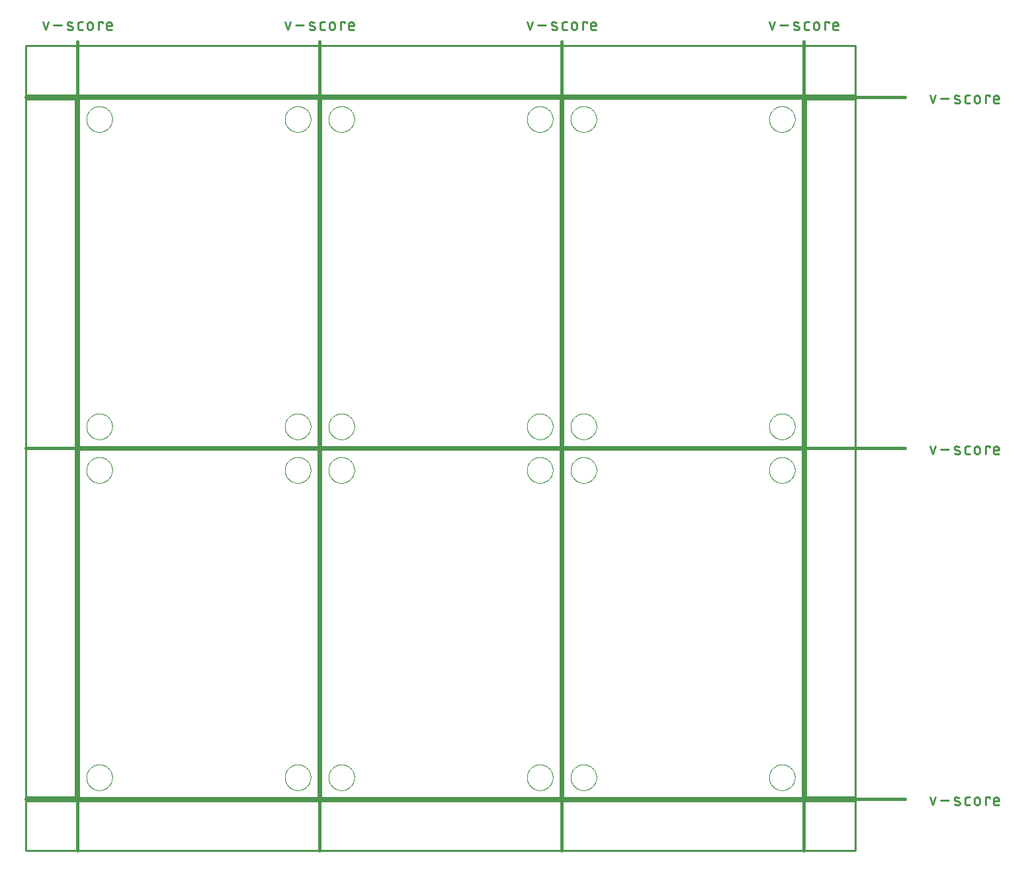
<source format=gko>
G04 EAGLE Gerber RS-274X export*
G75*
%MOMM*%
%FSLAX34Y34*%
%LPD*%
%IN*%
%IPPOS*%
%AMOC8*
5,1,8,0,0,1.08239X$1,22.5*%
G01*
%ADD10C,0.000000*%
%ADD11C,0.381000*%
%ADD12C,0.279400*%
%ADD13C,0.254000*%


D10*
X0Y0D02*
X304600Y0D01*
X304800Y444500D01*
X0Y444500D01*
X0Y0D01*
X309880Y0D02*
X614480Y0D01*
X614680Y444500D01*
X309880Y444500D01*
X309880Y0D01*
X619760Y0D02*
X924360Y0D01*
X924560Y444500D01*
X619760Y444500D01*
X619760Y0D01*
X304600Y449580D02*
X0Y449580D01*
X304600Y449580D02*
X304800Y894080D01*
X0Y894080D01*
X0Y449580D01*
X309880Y449580D02*
X614480Y449580D01*
X614680Y894080D01*
X309880Y894080D01*
X309880Y449580D01*
X619760Y449580D02*
X924360Y449580D01*
X924560Y894080D01*
X619760Y894080D01*
X619760Y449580D01*
D11*
X-2540Y-68580D02*
X-2540Y967740D01*
D12*
X-42921Y983107D02*
X-46251Y993098D01*
X-39590Y993098D02*
X-42921Y983107D01*
X-32806Y988935D02*
X-22815Y988935D01*
X-14261Y988935D02*
X-10098Y987270D01*
X-14261Y988934D02*
X-14346Y988970D01*
X-14429Y989010D01*
X-14510Y989053D01*
X-14590Y989100D01*
X-14667Y989150D01*
X-14743Y989203D01*
X-14816Y989259D01*
X-14886Y989319D01*
X-14954Y989381D01*
X-15019Y989446D01*
X-15081Y989514D01*
X-15141Y989585D01*
X-15197Y989658D01*
X-15250Y989733D01*
X-15300Y989811D01*
X-15346Y989890D01*
X-15389Y989972D01*
X-15429Y990055D01*
X-15465Y990140D01*
X-15497Y990226D01*
X-15526Y990314D01*
X-15550Y990403D01*
X-15571Y990493D01*
X-15588Y990583D01*
X-15602Y990674D01*
X-15611Y990766D01*
X-15616Y990858D01*
X-15618Y990950D01*
X-15616Y991042D01*
X-15609Y991134D01*
X-15599Y991226D01*
X-15585Y991317D01*
X-15567Y991408D01*
X-15545Y991497D01*
X-15519Y991586D01*
X-15489Y991673D01*
X-15456Y991759D01*
X-15419Y991843D01*
X-15379Y991926D01*
X-15335Y992007D01*
X-15288Y992086D01*
X-15237Y992163D01*
X-15183Y992238D01*
X-15126Y992311D01*
X-15066Y992381D01*
X-15003Y992448D01*
X-14937Y992512D01*
X-14869Y992574D01*
X-14798Y992633D01*
X-14724Y992688D01*
X-14648Y992741D01*
X-14570Y992790D01*
X-14490Y992836D01*
X-14409Y992878D01*
X-14325Y992917D01*
X-14240Y992952D01*
X-14153Y992983D01*
X-14065Y993011D01*
X-13976Y993035D01*
X-13886Y993055D01*
X-13796Y993072D01*
X-13704Y993084D01*
X-13612Y993093D01*
X-13520Y993097D01*
X-13428Y993098D01*
X-13201Y993092D01*
X-12974Y993081D01*
X-12747Y993064D01*
X-12521Y993041D01*
X-12295Y993014D01*
X-12070Y992980D01*
X-11846Y992942D01*
X-11623Y992898D01*
X-11401Y992849D01*
X-11180Y992794D01*
X-10961Y992734D01*
X-10743Y992669D01*
X-10527Y992598D01*
X-10313Y992523D01*
X-10100Y992442D01*
X-9890Y992356D01*
X-9681Y992265D01*
X-10098Y987270D02*
X-10013Y987234D01*
X-9930Y987194D01*
X-9849Y987151D01*
X-9769Y987104D01*
X-9692Y987054D01*
X-9616Y987001D01*
X-9543Y986945D01*
X-9473Y986885D01*
X-9405Y986823D01*
X-9340Y986758D01*
X-9278Y986690D01*
X-9218Y986619D01*
X-9162Y986546D01*
X-9109Y986471D01*
X-9059Y986393D01*
X-9013Y986314D01*
X-8970Y986232D01*
X-8930Y986149D01*
X-8894Y986064D01*
X-8862Y985978D01*
X-8833Y985890D01*
X-8809Y985801D01*
X-8788Y985711D01*
X-8771Y985621D01*
X-8757Y985530D01*
X-8748Y985438D01*
X-8743Y985346D01*
X-8741Y985254D01*
X-8743Y985162D01*
X-8750Y985070D01*
X-8760Y984978D01*
X-8774Y984887D01*
X-8792Y984796D01*
X-8814Y984707D01*
X-8840Y984618D01*
X-8870Y984531D01*
X-8903Y984445D01*
X-8940Y984361D01*
X-8980Y984278D01*
X-9024Y984197D01*
X-9071Y984118D01*
X-9122Y984041D01*
X-9176Y983966D01*
X-9233Y983893D01*
X-9293Y983823D01*
X-9356Y983756D01*
X-9422Y983692D01*
X-9490Y983630D01*
X-9561Y983571D01*
X-9635Y983516D01*
X-9711Y983463D01*
X-9789Y983414D01*
X-9869Y983368D01*
X-9950Y983326D01*
X-10034Y983287D01*
X-10119Y983252D01*
X-10206Y983221D01*
X-10294Y983193D01*
X-10383Y983169D01*
X-10473Y983149D01*
X-10563Y983132D01*
X-10655Y983120D01*
X-10747Y983111D01*
X-10839Y983107D01*
X-10931Y983106D01*
X-10931Y983107D02*
X-11265Y983116D01*
X-11598Y983133D01*
X-11931Y983157D01*
X-12264Y983190D01*
X-12595Y983230D01*
X-12926Y983278D01*
X-13255Y983334D01*
X-13583Y983397D01*
X-13909Y983469D01*
X-14233Y983548D01*
X-14556Y983634D01*
X-14876Y983729D01*
X-15194Y983831D01*
X-15510Y983940D01*
X562Y983107D02*
X3892Y983107D01*
X562Y983107D02*
X464Y983109D01*
X366Y983115D01*
X268Y983124D01*
X171Y983138D01*
X75Y983155D01*
X-21Y983176D01*
X-116Y983201D01*
X-210Y983229D01*
X-303Y983261D01*
X-394Y983297D01*
X-484Y983336D01*
X-572Y983379D01*
X-659Y983426D01*
X-743Y983475D01*
X-826Y983528D01*
X-906Y983584D01*
X-985Y983643D01*
X-1060Y983706D01*
X-1134Y983771D01*
X-1204Y983839D01*
X-1272Y983909D01*
X-1338Y983983D01*
X-1400Y984059D01*
X-1459Y984137D01*
X-1515Y984217D01*
X-1568Y984300D01*
X-1618Y984384D01*
X-1664Y984471D01*
X-1707Y984559D01*
X-1746Y984649D01*
X-1782Y984740D01*
X-1814Y984833D01*
X-1842Y984927D01*
X-1867Y985022D01*
X-1888Y985118D01*
X-1905Y985214D01*
X-1919Y985311D01*
X-1928Y985409D01*
X-1934Y985507D01*
X-1936Y985605D01*
X-1936Y990600D01*
X-1934Y990698D01*
X-1928Y990796D01*
X-1919Y990894D01*
X-1905Y990991D01*
X-1888Y991087D01*
X-1867Y991183D01*
X-1842Y991278D01*
X-1814Y991372D01*
X-1782Y991465D01*
X-1746Y991556D01*
X-1707Y991646D01*
X-1664Y991734D01*
X-1617Y991821D01*
X-1568Y991905D01*
X-1515Y991988D01*
X-1459Y992068D01*
X-1400Y992146D01*
X-1337Y992222D01*
X-1272Y992296D01*
X-1204Y992366D01*
X-1134Y992434D01*
X-1060Y992499D01*
X-984Y992562D01*
X-906Y992621D01*
X-826Y992677D01*
X-743Y992730D01*
X-659Y992779D01*
X-572Y992826D01*
X-484Y992869D01*
X-394Y992908D01*
X-303Y992944D01*
X-210Y992976D01*
X-116Y993004D01*
X-21Y993029D01*
X75Y993050D01*
X171Y993067D01*
X268Y993081D01*
X366Y993090D01*
X464Y993096D01*
X562Y993098D01*
X3892Y993098D01*
X10022Y989767D02*
X10022Y986437D01*
X10022Y989767D02*
X10024Y989881D01*
X10030Y989994D01*
X10039Y990108D01*
X10053Y990220D01*
X10070Y990333D01*
X10092Y990445D01*
X10117Y990555D01*
X10145Y990665D01*
X10178Y990774D01*
X10214Y990882D01*
X10254Y990989D01*
X10298Y991094D01*
X10345Y991197D01*
X10395Y991299D01*
X10449Y991399D01*
X10507Y991497D01*
X10568Y991593D01*
X10631Y991687D01*
X10699Y991779D01*
X10769Y991869D01*
X10842Y991955D01*
X10918Y992040D01*
X10997Y992122D01*
X11079Y992201D01*
X11164Y992277D01*
X11250Y992350D01*
X11340Y992420D01*
X11432Y992488D01*
X11526Y992551D01*
X11622Y992612D01*
X11720Y992670D01*
X11820Y992724D01*
X11922Y992774D01*
X12025Y992821D01*
X12130Y992865D01*
X12237Y992905D01*
X12345Y992941D01*
X12454Y992974D01*
X12564Y993002D01*
X12674Y993027D01*
X12786Y993049D01*
X12899Y993066D01*
X13011Y993080D01*
X13125Y993089D01*
X13238Y993095D01*
X13352Y993097D01*
X13466Y993095D01*
X13579Y993089D01*
X13693Y993080D01*
X13805Y993066D01*
X13918Y993049D01*
X14030Y993027D01*
X14140Y993002D01*
X14250Y992974D01*
X14359Y992941D01*
X14467Y992905D01*
X14574Y992865D01*
X14679Y992821D01*
X14782Y992774D01*
X14884Y992724D01*
X14984Y992670D01*
X15082Y992612D01*
X15178Y992551D01*
X15272Y992488D01*
X15364Y992420D01*
X15454Y992350D01*
X15540Y992277D01*
X15625Y992201D01*
X15707Y992122D01*
X15786Y992040D01*
X15862Y991955D01*
X15935Y991869D01*
X16005Y991779D01*
X16073Y991687D01*
X16136Y991593D01*
X16197Y991497D01*
X16255Y991399D01*
X16309Y991299D01*
X16359Y991197D01*
X16406Y991094D01*
X16450Y990989D01*
X16490Y990882D01*
X16526Y990774D01*
X16559Y990665D01*
X16587Y990555D01*
X16612Y990445D01*
X16634Y990333D01*
X16651Y990220D01*
X16665Y990108D01*
X16674Y989994D01*
X16680Y989881D01*
X16682Y989767D01*
X16682Y986437D01*
X16680Y986323D01*
X16674Y986210D01*
X16665Y986096D01*
X16651Y985984D01*
X16634Y985871D01*
X16612Y985759D01*
X16587Y985649D01*
X16559Y985539D01*
X16526Y985430D01*
X16490Y985322D01*
X16450Y985215D01*
X16406Y985110D01*
X16359Y985007D01*
X16309Y984905D01*
X16255Y984805D01*
X16197Y984707D01*
X16136Y984611D01*
X16073Y984517D01*
X16005Y984425D01*
X15935Y984335D01*
X15862Y984249D01*
X15786Y984164D01*
X15707Y984082D01*
X15625Y984003D01*
X15540Y983927D01*
X15454Y983854D01*
X15364Y983784D01*
X15272Y983716D01*
X15178Y983653D01*
X15082Y983592D01*
X14984Y983534D01*
X14884Y983480D01*
X14782Y983430D01*
X14679Y983383D01*
X14574Y983339D01*
X14467Y983299D01*
X14359Y983263D01*
X14250Y983230D01*
X14140Y983202D01*
X14030Y983177D01*
X13918Y983155D01*
X13805Y983138D01*
X13693Y983124D01*
X13579Y983115D01*
X13466Y983109D01*
X13352Y983107D01*
X13238Y983109D01*
X13125Y983115D01*
X13011Y983124D01*
X12899Y983138D01*
X12786Y983155D01*
X12674Y983177D01*
X12564Y983202D01*
X12454Y983230D01*
X12345Y983263D01*
X12237Y983299D01*
X12130Y983339D01*
X12025Y983383D01*
X11922Y983430D01*
X11820Y983480D01*
X11720Y983534D01*
X11622Y983592D01*
X11526Y983653D01*
X11432Y983716D01*
X11340Y983784D01*
X11250Y983854D01*
X11164Y983927D01*
X11079Y984003D01*
X10997Y984082D01*
X10918Y984164D01*
X10842Y984249D01*
X10769Y984335D01*
X10699Y984425D01*
X10631Y984517D01*
X10568Y984611D01*
X10507Y984707D01*
X10449Y984805D01*
X10395Y984905D01*
X10345Y985007D01*
X10298Y985110D01*
X10254Y985215D01*
X10214Y985322D01*
X10178Y985430D01*
X10145Y985539D01*
X10117Y985649D01*
X10092Y985759D01*
X10070Y985871D01*
X10053Y985984D01*
X10039Y986096D01*
X10030Y986210D01*
X10024Y986323D01*
X10022Y986437D01*
X24218Y983107D02*
X24218Y993098D01*
X29213Y993098D01*
X29213Y991433D01*
X37008Y983107D02*
X41171Y983107D01*
X37008Y983107D02*
X36910Y983109D01*
X36812Y983115D01*
X36714Y983124D01*
X36617Y983138D01*
X36521Y983155D01*
X36425Y983176D01*
X36330Y983201D01*
X36236Y983229D01*
X36143Y983261D01*
X36052Y983297D01*
X35962Y983336D01*
X35874Y983379D01*
X35787Y983426D01*
X35703Y983475D01*
X35620Y983528D01*
X35540Y983584D01*
X35462Y983643D01*
X35386Y983706D01*
X35312Y983771D01*
X35242Y983839D01*
X35174Y983909D01*
X35109Y983983D01*
X35046Y984059D01*
X34987Y984137D01*
X34931Y984217D01*
X34878Y984300D01*
X34829Y984384D01*
X34782Y984471D01*
X34739Y984559D01*
X34700Y984649D01*
X34664Y984740D01*
X34632Y984833D01*
X34604Y984927D01*
X34579Y985022D01*
X34558Y985118D01*
X34541Y985214D01*
X34527Y985311D01*
X34518Y985409D01*
X34512Y985507D01*
X34510Y985605D01*
X34510Y989767D01*
X34511Y989767D02*
X34513Y989881D01*
X34519Y989994D01*
X34528Y990108D01*
X34542Y990220D01*
X34559Y990333D01*
X34581Y990445D01*
X34606Y990555D01*
X34634Y990665D01*
X34667Y990774D01*
X34703Y990882D01*
X34743Y990989D01*
X34787Y991094D01*
X34834Y991197D01*
X34884Y991299D01*
X34938Y991399D01*
X34996Y991497D01*
X35057Y991593D01*
X35120Y991687D01*
X35188Y991779D01*
X35258Y991869D01*
X35331Y991955D01*
X35407Y992040D01*
X35486Y992122D01*
X35568Y992201D01*
X35653Y992277D01*
X35739Y992350D01*
X35829Y992420D01*
X35921Y992488D01*
X36015Y992551D01*
X36111Y992612D01*
X36209Y992670D01*
X36309Y992724D01*
X36411Y992774D01*
X36514Y992821D01*
X36619Y992865D01*
X36726Y992905D01*
X36834Y992941D01*
X36943Y992974D01*
X37053Y993002D01*
X37163Y993027D01*
X37275Y993049D01*
X37388Y993066D01*
X37500Y993080D01*
X37614Y993089D01*
X37727Y993095D01*
X37841Y993097D01*
X37955Y993095D01*
X38068Y993089D01*
X38182Y993080D01*
X38294Y993066D01*
X38407Y993049D01*
X38519Y993027D01*
X38629Y993002D01*
X38739Y992974D01*
X38848Y992941D01*
X38956Y992905D01*
X39063Y992865D01*
X39168Y992821D01*
X39271Y992774D01*
X39373Y992724D01*
X39473Y992670D01*
X39571Y992612D01*
X39667Y992551D01*
X39761Y992488D01*
X39853Y992420D01*
X39943Y992350D01*
X40029Y992277D01*
X40114Y992201D01*
X40196Y992122D01*
X40275Y992040D01*
X40351Y991955D01*
X40424Y991869D01*
X40494Y991779D01*
X40562Y991687D01*
X40625Y991593D01*
X40686Y991497D01*
X40744Y991399D01*
X40798Y991299D01*
X40848Y991197D01*
X40895Y991094D01*
X40939Y990989D01*
X40979Y990882D01*
X41015Y990774D01*
X41048Y990665D01*
X41076Y990555D01*
X41101Y990445D01*
X41123Y990333D01*
X41140Y990220D01*
X41154Y990108D01*
X41163Y989994D01*
X41169Y989881D01*
X41171Y989767D01*
X41171Y988102D01*
X34510Y988102D01*
D11*
X307340Y967740D02*
X307340Y-68580D01*
D12*
X266959Y983107D02*
X263629Y993098D01*
X270290Y993098D02*
X266959Y983107D01*
X277074Y988935D02*
X287065Y988935D01*
X295619Y988935D02*
X299782Y987270D01*
X295619Y988934D02*
X295534Y988970D01*
X295451Y989010D01*
X295370Y989053D01*
X295290Y989100D01*
X295213Y989150D01*
X295137Y989203D01*
X295064Y989259D01*
X294994Y989319D01*
X294926Y989381D01*
X294861Y989446D01*
X294799Y989514D01*
X294739Y989585D01*
X294683Y989658D01*
X294630Y989733D01*
X294580Y989811D01*
X294534Y989890D01*
X294491Y989972D01*
X294451Y990055D01*
X294415Y990140D01*
X294383Y990226D01*
X294354Y990314D01*
X294330Y990403D01*
X294309Y990493D01*
X294292Y990583D01*
X294278Y990674D01*
X294269Y990766D01*
X294264Y990858D01*
X294262Y990950D01*
X294264Y991042D01*
X294271Y991134D01*
X294281Y991226D01*
X294295Y991317D01*
X294313Y991408D01*
X294335Y991497D01*
X294361Y991586D01*
X294391Y991673D01*
X294424Y991759D01*
X294461Y991843D01*
X294501Y991926D01*
X294545Y992007D01*
X294592Y992086D01*
X294643Y992163D01*
X294697Y992238D01*
X294754Y992311D01*
X294814Y992381D01*
X294877Y992448D01*
X294943Y992512D01*
X295011Y992574D01*
X295082Y992633D01*
X295156Y992688D01*
X295232Y992741D01*
X295310Y992790D01*
X295390Y992836D01*
X295471Y992878D01*
X295555Y992917D01*
X295640Y992952D01*
X295727Y992983D01*
X295815Y993011D01*
X295904Y993035D01*
X295994Y993055D01*
X296084Y993072D01*
X296176Y993084D01*
X296268Y993093D01*
X296360Y993097D01*
X296452Y993098D01*
X296679Y993092D01*
X296906Y993081D01*
X297133Y993064D01*
X297359Y993041D01*
X297585Y993014D01*
X297810Y992980D01*
X298034Y992942D01*
X298257Y992898D01*
X298479Y992849D01*
X298700Y992794D01*
X298919Y992734D01*
X299137Y992669D01*
X299353Y992598D01*
X299567Y992523D01*
X299780Y992442D01*
X299990Y992356D01*
X300199Y992265D01*
X299782Y987270D02*
X299867Y987234D01*
X299950Y987194D01*
X300031Y987151D01*
X300111Y987104D01*
X300188Y987054D01*
X300264Y987001D01*
X300337Y986945D01*
X300407Y986885D01*
X300475Y986823D01*
X300540Y986758D01*
X300602Y986690D01*
X300662Y986619D01*
X300718Y986546D01*
X300771Y986471D01*
X300821Y986393D01*
X300867Y986314D01*
X300910Y986232D01*
X300950Y986149D01*
X300986Y986064D01*
X301018Y985978D01*
X301047Y985890D01*
X301071Y985801D01*
X301092Y985711D01*
X301109Y985621D01*
X301123Y985530D01*
X301132Y985438D01*
X301137Y985346D01*
X301139Y985254D01*
X301137Y985162D01*
X301130Y985070D01*
X301120Y984978D01*
X301106Y984887D01*
X301088Y984796D01*
X301066Y984707D01*
X301040Y984618D01*
X301010Y984531D01*
X300977Y984445D01*
X300940Y984361D01*
X300900Y984278D01*
X300856Y984197D01*
X300809Y984118D01*
X300758Y984041D01*
X300704Y983966D01*
X300647Y983893D01*
X300587Y983823D01*
X300524Y983756D01*
X300458Y983692D01*
X300390Y983630D01*
X300319Y983571D01*
X300245Y983516D01*
X300169Y983463D01*
X300091Y983414D01*
X300011Y983368D01*
X299930Y983326D01*
X299846Y983287D01*
X299761Y983252D01*
X299674Y983221D01*
X299586Y983193D01*
X299497Y983169D01*
X299407Y983149D01*
X299317Y983132D01*
X299225Y983120D01*
X299133Y983111D01*
X299041Y983107D01*
X298949Y983106D01*
X298949Y983107D02*
X298615Y983116D01*
X298282Y983133D01*
X297949Y983157D01*
X297616Y983190D01*
X297285Y983230D01*
X296954Y983278D01*
X296625Y983334D01*
X296297Y983397D01*
X295971Y983469D01*
X295647Y983548D01*
X295324Y983634D01*
X295004Y983729D01*
X294686Y983831D01*
X294370Y983940D01*
X310442Y983107D02*
X313772Y983107D01*
X310442Y983107D02*
X310344Y983109D01*
X310246Y983115D01*
X310148Y983124D01*
X310051Y983138D01*
X309955Y983155D01*
X309859Y983176D01*
X309764Y983201D01*
X309670Y983229D01*
X309577Y983261D01*
X309486Y983297D01*
X309396Y983336D01*
X309308Y983379D01*
X309221Y983426D01*
X309137Y983475D01*
X309054Y983528D01*
X308974Y983584D01*
X308896Y983643D01*
X308820Y983706D01*
X308746Y983771D01*
X308676Y983839D01*
X308608Y983909D01*
X308543Y983983D01*
X308480Y984059D01*
X308421Y984137D01*
X308365Y984217D01*
X308312Y984300D01*
X308263Y984384D01*
X308216Y984471D01*
X308173Y984559D01*
X308134Y984649D01*
X308098Y984740D01*
X308066Y984833D01*
X308038Y984927D01*
X308013Y985022D01*
X307992Y985118D01*
X307975Y985214D01*
X307961Y985311D01*
X307952Y985409D01*
X307946Y985507D01*
X307944Y985605D01*
X307944Y990600D01*
X307946Y990698D01*
X307952Y990796D01*
X307961Y990894D01*
X307975Y990991D01*
X307992Y991087D01*
X308013Y991183D01*
X308038Y991278D01*
X308066Y991372D01*
X308098Y991465D01*
X308134Y991556D01*
X308173Y991646D01*
X308216Y991734D01*
X308263Y991821D01*
X308312Y991905D01*
X308365Y991988D01*
X308421Y992068D01*
X308480Y992147D01*
X308543Y992222D01*
X308608Y992296D01*
X308676Y992366D01*
X308746Y992434D01*
X308820Y992500D01*
X308896Y992562D01*
X308974Y992621D01*
X309054Y992677D01*
X309137Y992730D01*
X309221Y992780D01*
X309308Y992826D01*
X309396Y992869D01*
X309486Y992908D01*
X309577Y992944D01*
X309670Y992976D01*
X309764Y993004D01*
X309859Y993029D01*
X309955Y993050D01*
X310051Y993067D01*
X310148Y993081D01*
X310246Y993090D01*
X310344Y993096D01*
X310442Y993098D01*
X313772Y993098D01*
X319902Y989767D02*
X319902Y986437D01*
X319902Y989767D02*
X319904Y989881D01*
X319910Y989994D01*
X319919Y990108D01*
X319933Y990220D01*
X319950Y990333D01*
X319972Y990445D01*
X319997Y990555D01*
X320025Y990665D01*
X320058Y990774D01*
X320094Y990882D01*
X320134Y990989D01*
X320178Y991094D01*
X320225Y991197D01*
X320275Y991299D01*
X320329Y991399D01*
X320387Y991497D01*
X320448Y991593D01*
X320511Y991687D01*
X320579Y991779D01*
X320649Y991869D01*
X320722Y991955D01*
X320798Y992040D01*
X320877Y992122D01*
X320959Y992201D01*
X321044Y992277D01*
X321130Y992350D01*
X321220Y992420D01*
X321312Y992488D01*
X321406Y992551D01*
X321502Y992612D01*
X321600Y992670D01*
X321700Y992724D01*
X321802Y992774D01*
X321905Y992821D01*
X322010Y992865D01*
X322117Y992905D01*
X322225Y992941D01*
X322334Y992974D01*
X322444Y993002D01*
X322554Y993027D01*
X322666Y993049D01*
X322779Y993066D01*
X322891Y993080D01*
X323005Y993089D01*
X323118Y993095D01*
X323232Y993097D01*
X323346Y993095D01*
X323459Y993089D01*
X323573Y993080D01*
X323685Y993066D01*
X323798Y993049D01*
X323910Y993027D01*
X324020Y993002D01*
X324130Y992974D01*
X324239Y992941D01*
X324347Y992905D01*
X324454Y992865D01*
X324559Y992821D01*
X324662Y992774D01*
X324764Y992724D01*
X324864Y992670D01*
X324962Y992612D01*
X325058Y992551D01*
X325152Y992488D01*
X325244Y992420D01*
X325334Y992350D01*
X325420Y992277D01*
X325505Y992201D01*
X325587Y992122D01*
X325666Y992040D01*
X325742Y991955D01*
X325815Y991869D01*
X325885Y991779D01*
X325953Y991687D01*
X326016Y991593D01*
X326077Y991497D01*
X326135Y991399D01*
X326189Y991299D01*
X326239Y991197D01*
X326286Y991094D01*
X326330Y990989D01*
X326370Y990882D01*
X326406Y990774D01*
X326439Y990665D01*
X326467Y990555D01*
X326492Y990445D01*
X326514Y990333D01*
X326531Y990220D01*
X326545Y990108D01*
X326554Y989994D01*
X326560Y989881D01*
X326562Y989767D01*
X326562Y986437D01*
X326560Y986323D01*
X326554Y986210D01*
X326545Y986096D01*
X326531Y985984D01*
X326514Y985871D01*
X326492Y985759D01*
X326467Y985649D01*
X326439Y985539D01*
X326406Y985430D01*
X326370Y985322D01*
X326330Y985215D01*
X326286Y985110D01*
X326239Y985007D01*
X326189Y984905D01*
X326135Y984805D01*
X326077Y984707D01*
X326016Y984611D01*
X325953Y984517D01*
X325885Y984425D01*
X325815Y984335D01*
X325742Y984249D01*
X325666Y984164D01*
X325587Y984082D01*
X325505Y984003D01*
X325420Y983927D01*
X325334Y983854D01*
X325244Y983784D01*
X325152Y983716D01*
X325058Y983653D01*
X324962Y983592D01*
X324864Y983534D01*
X324764Y983480D01*
X324662Y983430D01*
X324559Y983383D01*
X324454Y983339D01*
X324347Y983299D01*
X324239Y983263D01*
X324130Y983230D01*
X324020Y983202D01*
X323910Y983177D01*
X323798Y983155D01*
X323685Y983138D01*
X323573Y983124D01*
X323459Y983115D01*
X323346Y983109D01*
X323232Y983107D01*
X323118Y983109D01*
X323005Y983115D01*
X322891Y983124D01*
X322779Y983138D01*
X322666Y983155D01*
X322554Y983177D01*
X322444Y983202D01*
X322334Y983230D01*
X322225Y983263D01*
X322117Y983299D01*
X322010Y983339D01*
X321905Y983383D01*
X321802Y983430D01*
X321700Y983480D01*
X321600Y983534D01*
X321502Y983592D01*
X321406Y983653D01*
X321312Y983716D01*
X321220Y983784D01*
X321130Y983854D01*
X321044Y983927D01*
X320959Y984003D01*
X320877Y984082D01*
X320798Y984164D01*
X320722Y984249D01*
X320649Y984335D01*
X320579Y984425D01*
X320511Y984517D01*
X320448Y984611D01*
X320387Y984707D01*
X320329Y984805D01*
X320275Y984905D01*
X320225Y985007D01*
X320178Y985110D01*
X320134Y985215D01*
X320094Y985322D01*
X320058Y985430D01*
X320025Y985539D01*
X319997Y985649D01*
X319972Y985759D01*
X319950Y985871D01*
X319933Y985984D01*
X319919Y986096D01*
X319910Y986210D01*
X319904Y986323D01*
X319902Y986437D01*
X334098Y983107D02*
X334098Y993098D01*
X339093Y993098D01*
X339093Y991433D01*
X346888Y983107D02*
X351051Y983107D01*
X346888Y983107D02*
X346790Y983109D01*
X346692Y983115D01*
X346594Y983124D01*
X346497Y983138D01*
X346401Y983155D01*
X346305Y983176D01*
X346210Y983201D01*
X346116Y983229D01*
X346023Y983261D01*
X345932Y983297D01*
X345842Y983336D01*
X345754Y983379D01*
X345667Y983426D01*
X345583Y983475D01*
X345500Y983528D01*
X345420Y983584D01*
X345342Y983643D01*
X345266Y983706D01*
X345192Y983771D01*
X345122Y983839D01*
X345054Y983909D01*
X344989Y983983D01*
X344926Y984059D01*
X344867Y984137D01*
X344811Y984217D01*
X344758Y984300D01*
X344709Y984384D01*
X344662Y984471D01*
X344619Y984559D01*
X344580Y984649D01*
X344544Y984740D01*
X344512Y984833D01*
X344484Y984927D01*
X344459Y985022D01*
X344438Y985118D01*
X344421Y985214D01*
X344407Y985311D01*
X344398Y985409D01*
X344392Y985507D01*
X344390Y985605D01*
X344390Y989767D01*
X344391Y989767D02*
X344393Y989881D01*
X344399Y989994D01*
X344408Y990108D01*
X344422Y990220D01*
X344439Y990333D01*
X344461Y990445D01*
X344486Y990555D01*
X344514Y990665D01*
X344547Y990774D01*
X344583Y990882D01*
X344623Y990989D01*
X344667Y991094D01*
X344714Y991197D01*
X344764Y991299D01*
X344818Y991399D01*
X344876Y991497D01*
X344937Y991593D01*
X345000Y991687D01*
X345068Y991779D01*
X345138Y991869D01*
X345211Y991955D01*
X345287Y992040D01*
X345366Y992122D01*
X345448Y992201D01*
X345533Y992277D01*
X345619Y992350D01*
X345709Y992420D01*
X345801Y992488D01*
X345895Y992551D01*
X345991Y992612D01*
X346089Y992670D01*
X346189Y992724D01*
X346291Y992774D01*
X346394Y992821D01*
X346499Y992865D01*
X346606Y992905D01*
X346714Y992941D01*
X346823Y992974D01*
X346933Y993002D01*
X347043Y993027D01*
X347155Y993049D01*
X347268Y993066D01*
X347380Y993080D01*
X347494Y993089D01*
X347607Y993095D01*
X347721Y993097D01*
X347835Y993095D01*
X347948Y993089D01*
X348062Y993080D01*
X348174Y993066D01*
X348287Y993049D01*
X348399Y993027D01*
X348509Y993002D01*
X348619Y992974D01*
X348728Y992941D01*
X348836Y992905D01*
X348943Y992865D01*
X349048Y992821D01*
X349151Y992774D01*
X349253Y992724D01*
X349353Y992670D01*
X349451Y992612D01*
X349547Y992551D01*
X349641Y992488D01*
X349733Y992420D01*
X349823Y992350D01*
X349909Y992277D01*
X349994Y992201D01*
X350076Y992122D01*
X350155Y992040D01*
X350231Y991955D01*
X350304Y991869D01*
X350374Y991779D01*
X350442Y991687D01*
X350505Y991593D01*
X350566Y991497D01*
X350624Y991399D01*
X350678Y991299D01*
X350728Y991197D01*
X350775Y991094D01*
X350819Y990989D01*
X350859Y990882D01*
X350895Y990774D01*
X350928Y990665D01*
X350956Y990555D01*
X350981Y990445D01*
X351003Y990333D01*
X351020Y990220D01*
X351034Y990108D01*
X351043Y989994D01*
X351049Y989881D01*
X351051Y989767D01*
X351051Y988102D01*
X344390Y988102D01*
D11*
X617220Y967740D02*
X617220Y-68580D01*
D12*
X576839Y983107D02*
X573509Y993098D01*
X580170Y993098D02*
X576839Y983107D01*
X586954Y988935D02*
X596945Y988935D01*
X605499Y988935D02*
X609662Y987270D01*
X605499Y988934D02*
X605414Y988970D01*
X605331Y989010D01*
X605250Y989053D01*
X605170Y989100D01*
X605093Y989150D01*
X605017Y989203D01*
X604944Y989259D01*
X604874Y989319D01*
X604806Y989381D01*
X604741Y989446D01*
X604679Y989514D01*
X604619Y989585D01*
X604563Y989658D01*
X604510Y989733D01*
X604460Y989811D01*
X604414Y989890D01*
X604371Y989972D01*
X604331Y990055D01*
X604295Y990140D01*
X604263Y990226D01*
X604234Y990314D01*
X604210Y990403D01*
X604189Y990493D01*
X604172Y990583D01*
X604158Y990674D01*
X604149Y990766D01*
X604144Y990858D01*
X604142Y990950D01*
X604144Y991042D01*
X604151Y991134D01*
X604161Y991226D01*
X604175Y991317D01*
X604193Y991408D01*
X604215Y991497D01*
X604241Y991586D01*
X604271Y991673D01*
X604304Y991759D01*
X604341Y991843D01*
X604381Y991926D01*
X604425Y992007D01*
X604472Y992086D01*
X604523Y992163D01*
X604577Y992238D01*
X604634Y992311D01*
X604694Y992381D01*
X604757Y992448D01*
X604823Y992512D01*
X604891Y992574D01*
X604962Y992633D01*
X605036Y992688D01*
X605112Y992741D01*
X605190Y992790D01*
X605270Y992836D01*
X605351Y992878D01*
X605435Y992917D01*
X605520Y992952D01*
X605607Y992983D01*
X605695Y993011D01*
X605784Y993035D01*
X605874Y993055D01*
X605964Y993072D01*
X606056Y993084D01*
X606148Y993093D01*
X606240Y993097D01*
X606332Y993098D01*
X606559Y993092D01*
X606786Y993081D01*
X607013Y993064D01*
X607239Y993041D01*
X607465Y993014D01*
X607690Y992980D01*
X607914Y992942D01*
X608137Y992898D01*
X608359Y992849D01*
X608580Y992794D01*
X608799Y992734D01*
X609017Y992669D01*
X609233Y992598D01*
X609447Y992523D01*
X609660Y992442D01*
X609870Y992356D01*
X610079Y992265D01*
X609662Y987270D02*
X609747Y987234D01*
X609830Y987194D01*
X609911Y987151D01*
X609991Y987104D01*
X610068Y987054D01*
X610144Y987001D01*
X610217Y986945D01*
X610287Y986885D01*
X610355Y986823D01*
X610420Y986758D01*
X610482Y986690D01*
X610542Y986619D01*
X610598Y986546D01*
X610651Y986471D01*
X610701Y986393D01*
X610747Y986314D01*
X610790Y986232D01*
X610830Y986149D01*
X610866Y986064D01*
X610898Y985978D01*
X610927Y985890D01*
X610951Y985801D01*
X610972Y985711D01*
X610989Y985621D01*
X611003Y985530D01*
X611012Y985438D01*
X611017Y985346D01*
X611019Y985254D01*
X611017Y985162D01*
X611010Y985070D01*
X611000Y984978D01*
X610986Y984887D01*
X610968Y984796D01*
X610946Y984707D01*
X610920Y984618D01*
X610890Y984531D01*
X610857Y984445D01*
X610820Y984361D01*
X610780Y984278D01*
X610736Y984197D01*
X610689Y984118D01*
X610638Y984041D01*
X610584Y983966D01*
X610527Y983893D01*
X610467Y983823D01*
X610404Y983756D01*
X610338Y983692D01*
X610270Y983630D01*
X610199Y983571D01*
X610125Y983516D01*
X610049Y983463D01*
X609971Y983414D01*
X609891Y983368D01*
X609810Y983326D01*
X609726Y983287D01*
X609641Y983252D01*
X609554Y983221D01*
X609466Y983193D01*
X609377Y983169D01*
X609287Y983149D01*
X609197Y983132D01*
X609105Y983120D01*
X609013Y983111D01*
X608921Y983107D01*
X608829Y983106D01*
X608829Y983107D02*
X608495Y983116D01*
X608162Y983133D01*
X607829Y983157D01*
X607496Y983190D01*
X607165Y983230D01*
X606834Y983278D01*
X606505Y983334D01*
X606177Y983397D01*
X605851Y983469D01*
X605527Y983548D01*
X605204Y983634D01*
X604884Y983729D01*
X604566Y983831D01*
X604250Y983940D01*
X620322Y983107D02*
X623652Y983107D01*
X620322Y983107D02*
X620224Y983109D01*
X620126Y983115D01*
X620028Y983124D01*
X619931Y983138D01*
X619835Y983155D01*
X619739Y983176D01*
X619644Y983201D01*
X619550Y983229D01*
X619457Y983261D01*
X619366Y983297D01*
X619276Y983336D01*
X619188Y983379D01*
X619101Y983426D01*
X619017Y983475D01*
X618934Y983528D01*
X618854Y983584D01*
X618776Y983643D01*
X618700Y983706D01*
X618626Y983771D01*
X618556Y983839D01*
X618488Y983909D01*
X618423Y983983D01*
X618360Y984059D01*
X618301Y984137D01*
X618245Y984217D01*
X618192Y984300D01*
X618143Y984384D01*
X618096Y984471D01*
X618053Y984559D01*
X618014Y984649D01*
X617978Y984740D01*
X617946Y984833D01*
X617918Y984927D01*
X617893Y985022D01*
X617872Y985118D01*
X617855Y985214D01*
X617841Y985311D01*
X617832Y985409D01*
X617826Y985507D01*
X617824Y985605D01*
X617824Y990600D01*
X617826Y990698D01*
X617832Y990796D01*
X617841Y990894D01*
X617855Y990991D01*
X617872Y991087D01*
X617893Y991183D01*
X617918Y991278D01*
X617946Y991372D01*
X617978Y991465D01*
X618014Y991556D01*
X618053Y991646D01*
X618096Y991734D01*
X618143Y991821D01*
X618192Y991905D01*
X618245Y991988D01*
X618301Y992068D01*
X618360Y992147D01*
X618423Y992222D01*
X618488Y992296D01*
X618556Y992366D01*
X618626Y992434D01*
X618700Y992500D01*
X618776Y992562D01*
X618854Y992621D01*
X618934Y992677D01*
X619017Y992730D01*
X619101Y992780D01*
X619188Y992826D01*
X619276Y992869D01*
X619366Y992908D01*
X619457Y992944D01*
X619550Y992976D01*
X619644Y993004D01*
X619739Y993029D01*
X619835Y993050D01*
X619931Y993067D01*
X620028Y993081D01*
X620126Y993090D01*
X620224Y993096D01*
X620322Y993098D01*
X623652Y993098D01*
X629782Y989767D02*
X629782Y986437D01*
X629782Y989767D02*
X629784Y989881D01*
X629790Y989994D01*
X629799Y990108D01*
X629813Y990220D01*
X629830Y990333D01*
X629852Y990445D01*
X629877Y990555D01*
X629905Y990665D01*
X629938Y990774D01*
X629974Y990882D01*
X630014Y990989D01*
X630058Y991094D01*
X630105Y991197D01*
X630155Y991299D01*
X630209Y991399D01*
X630267Y991497D01*
X630328Y991593D01*
X630391Y991687D01*
X630459Y991779D01*
X630529Y991869D01*
X630602Y991955D01*
X630678Y992040D01*
X630757Y992122D01*
X630839Y992201D01*
X630924Y992277D01*
X631010Y992350D01*
X631100Y992420D01*
X631192Y992488D01*
X631286Y992551D01*
X631382Y992612D01*
X631480Y992670D01*
X631580Y992724D01*
X631682Y992774D01*
X631785Y992821D01*
X631890Y992865D01*
X631997Y992905D01*
X632105Y992941D01*
X632214Y992974D01*
X632324Y993002D01*
X632434Y993027D01*
X632546Y993049D01*
X632659Y993066D01*
X632771Y993080D01*
X632885Y993089D01*
X632998Y993095D01*
X633112Y993097D01*
X633226Y993095D01*
X633339Y993089D01*
X633453Y993080D01*
X633565Y993066D01*
X633678Y993049D01*
X633790Y993027D01*
X633900Y993002D01*
X634010Y992974D01*
X634119Y992941D01*
X634227Y992905D01*
X634334Y992865D01*
X634439Y992821D01*
X634542Y992774D01*
X634644Y992724D01*
X634744Y992670D01*
X634842Y992612D01*
X634938Y992551D01*
X635032Y992488D01*
X635124Y992420D01*
X635214Y992350D01*
X635300Y992277D01*
X635385Y992201D01*
X635467Y992122D01*
X635546Y992040D01*
X635622Y991955D01*
X635695Y991869D01*
X635765Y991779D01*
X635833Y991687D01*
X635896Y991593D01*
X635957Y991497D01*
X636015Y991399D01*
X636069Y991299D01*
X636119Y991197D01*
X636166Y991094D01*
X636210Y990989D01*
X636250Y990882D01*
X636286Y990774D01*
X636319Y990665D01*
X636347Y990555D01*
X636372Y990445D01*
X636394Y990333D01*
X636411Y990220D01*
X636425Y990108D01*
X636434Y989994D01*
X636440Y989881D01*
X636442Y989767D01*
X636442Y986437D01*
X636440Y986323D01*
X636434Y986210D01*
X636425Y986096D01*
X636411Y985984D01*
X636394Y985871D01*
X636372Y985759D01*
X636347Y985649D01*
X636319Y985539D01*
X636286Y985430D01*
X636250Y985322D01*
X636210Y985215D01*
X636166Y985110D01*
X636119Y985007D01*
X636069Y984905D01*
X636015Y984805D01*
X635957Y984707D01*
X635896Y984611D01*
X635833Y984517D01*
X635765Y984425D01*
X635695Y984335D01*
X635622Y984249D01*
X635546Y984164D01*
X635467Y984082D01*
X635385Y984003D01*
X635300Y983927D01*
X635214Y983854D01*
X635124Y983784D01*
X635032Y983716D01*
X634938Y983653D01*
X634842Y983592D01*
X634744Y983534D01*
X634644Y983480D01*
X634542Y983430D01*
X634439Y983383D01*
X634334Y983339D01*
X634227Y983299D01*
X634119Y983263D01*
X634010Y983230D01*
X633900Y983202D01*
X633790Y983177D01*
X633678Y983155D01*
X633565Y983138D01*
X633453Y983124D01*
X633339Y983115D01*
X633226Y983109D01*
X633112Y983107D01*
X632998Y983109D01*
X632885Y983115D01*
X632771Y983124D01*
X632659Y983138D01*
X632546Y983155D01*
X632434Y983177D01*
X632324Y983202D01*
X632214Y983230D01*
X632105Y983263D01*
X631997Y983299D01*
X631890Y983339D01*
X631785Y983383D01*
X631682Y983430D01*
X631580Y983480D01*
X631480Y983534D01*
X631382Y983592D01*
X631286Y983653D01*
X631192Y983716D01*
X631100Y983784D01*
X631010Y983854D01*
X630924Y983927D01*
X630839Y984003D01*
X630757Y984082D01*
X630678Y984164D01*
X630602Y984249D01*
X630529Y984335D01*
X630459Y984425D01*
X630391Y984517D01*
X630328Y984611D01*
X630267Y984707D01*
X630209Y984805D01*
X630155Y984905D01*
X630105Y985007D01*
X630058Y985110D01*
X630014Y985215D01*
X629974Y985322D01*
X629938Y985430D01*
X629905Y985539D01*
X629877Y985649D01*
X629852Y985759D01*
X629830Y985871D01*
X629813Y985984D01*
X629799Y986096D01*
X629790Y986210D01*
X629784Y986323D01*
X629782Y986437D01*
X643978Y983107D02*
X643978Y993098D01*
X648973Y993098D01*
X648973Y991433D01*
X656768Y983107D02*
X660931Y983107D01*
X656768Y983107D02*
X656670Y983109D01*
X656572Y983115D01*
X656474Y983124D01*
X656377Y983138D01*
X656281Y983155D01*
X656185Y983176D01*
X656090Y983201D01*
X655996Y983229D01*
X655903Y983261D01*
X655812Y983297D01*
X655722Y983336D01*
X655634Y983379D01*
X655547Y983426D01*
X655463Y983475D01*
X655380Y983528D01*
X655300Y983584D01*
X655222Y983643D01*
X655146Y983706D01*
X655072Y983771D01*
X655002Y983839D01*
X654934Y983909D01*
X654869Y983983D01*
X654806Y984059D01*
X654747Y984137D01*
X654691Y984217D01*
X654638Y984300D01*
X654589Y984384D01*
X654542Y984471D01*
X654499Y984559D01*
X654460Y984649D01*
X654424Y984740D01*
X654392Y984833D01*
X654364Y984927D01*
X654339Y985022D01*
X654318Y985118D01*
X654301Y985214D01*
X654287Y985311D01*
X654278Y985409D01*
X654272Y985507D01*
X654270Y985605D01*
X654270Y989767D01*
X654271Y989767D02*
X654273Y989881D01*
X654279Y989994D01*
X654288Y990108D01*
X654302Y990220D01*
X654319Y990333D01*
X654341Y990445D01*
X654366Y990555D01*
X654394Y990665D01*
X654427Y990774D01*
X654463Y990882D01*
X654503Y990989D01*
X654547Y991094D01*
X654594Y991197D01*
X654644Y991299D01*
X654698Y991399D01*
X654756Y991497D01*
X654817Y991593D01*
X654880Y991687D01*
X654948Y991779D01*
X655018Y991869D01*
X655091Y991955D01*
X655167Y992040D01*
X655246Y992122D01*
X655328Y992201D01*
X655413Y992277D01*
X655499Y992350D01*
X655589Y992420D01*
X655681Y992488D01*
X655775Y992551D01*
X655871Y992612D01*
X655969Y992670D01*
X656069Y992724D01*
X656171Y992774D01*
X656274Y992821D01*
X656379Y992865D01*
X656486Y992905D01*
X656594Y992941D01*
X656703Y992974D01*
X656813Y993002D01*
X656923Y993027D01*
X657035Y993049D01*
X657148Y993066D01*
X657260Y993080D01*
X657374Y993089D01*
X657487Y993095D01*
X657601Y993097D01*
X657715Y993095D01*
X657828Y993089D01*
X657942Y993080D01*
X658054Y993066D01*
X658167Y993049D01*
X658279Y993027D01*
X658389Y993002D01*
X658499Y992974D01*
X658608Y992941D01*
X658716Y992905D01*
X658823Y992865D01*
X658928Y992821D01*
X659031Y992774D01*
X659133Y992724D01*
X659233Y992670D01*
X659331Y992612D01*
X659427Y992551D01*
X659521Y992488D01*
X659613Y992420D01*
X659703Y992350D01*
X659789Y992277D01*
X659874Y992201D01*
X659956Y992122D01*
X660035Y992040D01*
X660111Y991955D01*
X660184Y991869D01*
X660254Y991779D01*
X660322Y991687D01*
X660385Y991593D01*
X660446Y991497D01*
X660504Y991399D01*
X660558Y991299D01*
X660608Y991197D01*
X660655Y991094D01*
X660699Y990989D01*
X660739Y990882D01*
X660775Y990774D01*
X660808Y990665D01*
X660836Y990555D01*
X660861Y990445D01*
X660883Y990333D01*
X660900Y990220D01*
X660914Y990108D01*
X660923Y989994D01*
X660929Y989881D01*
X660931Y989767D01*
X660931Y988102D01*
X654270Y988102D01*
D11*
X927100Y967740D02*
X927100Y-68580D01*
D12*
X886719Y983107D02*
X883389Y993098D01*
X890050Y993098D02*
X886719Y983107D01*
X896834Y988935D02*
X906825Y988935D01*
X915379Y988935D02*
X919542Y987270D01*
X915379Y988934D02*
X915294Y988970D01*
X915211Y989010D01*
X915130Y989053D01*
X915050Y989100D01*
X914973Y989150D01*
X914897Y989203D01*
X914824Y989259D01*
X914754Y989319D01*
X914686Y989381D01*
X914621Y989446D01*
X914559Y989514D01*
X914499Y989585D01*
X914443Y989658D01*
X914390Y989733D01*
X914340Y989811D01*
X914294Y989890D01*
X914251Y989972D01*
X914211Y990055D01*
X914175Y990140D01*
X914143Y990226D01*
X914114Y990314D01*
X914090Y990403D01*
X914069Y990493D01*
X914052Y990583D01*
X914038Y990674D01*
X914029Y990766D01*
X914024Y990858D01*
X914022Y990950D01*
X914024Y991042D01*
X914031Y991134D01*
X914041Y991226D01*
X914055Y991317D01*
X914073Y991408D01*
X914095Y991497D01*
X914121Y991586D01*
X914151Y991673D01*
X914184Y991759D01*
X914221Y991843D01*
X914261Y991926D01*
X914305Y992007D01*
X914352Y992086D01*
X914403Y992163D01*
X914457Y992238D01*
X914514Y992311D01*
X914574Y992381D01*
X914637Y992448D01*
X914703Y992512D01*
X914771Y992574D01*
X914842Y992633D01*
X914916Y992688D01*
X914992Y992741D01*
X915070Y992790D01*
X915150Y992836D01*
X915231Y992878D01*
X915315Y992917D01*
X915400Y992952D01*
X915487Y992983D01*
X915575Y993011D01*
X915664Y993035D01*
X915754Y993055D01*
X915844Y993072D01*
X915936Y993084D01*
X916028Y993093D01*
X916120Y993097D01*
X916212Y993098D01*
X916439Y993092D01*
X916666Y993081D01*
X916893Y993064D01*
X917119Y993041D01*
X917345Y993014D01*
X917570Y992980D01*
X917794Y992942D01*
X918017Y992898D01*
X918239Y992849D01*
X918460Y992794D01*
X918679Y992734D01*
X918897Y992669D01*
X919113Y992598D01*
X919327Y992523D01*
X919540Y992442D01*
X919750Y992356D01*
X919959Y992265D01*
X919542Y987270D02*
X919627Y987234D01*
X919710Y987194D01*
X919791Y987151D01*
X919871Y987104D01*
X919948Y987054D01*
X920024Y987001D01*
X920097Y986945D01*
X920167Y986885D01*
X920235Y986823D01*
X920300Y986758D01*
X920362Y986690D01*
X920422Y986619D01*
X920478Y986546D01*
X920531Y986471D01*
X920581Y986393D01*
X920627Y986314D01*
X920670Y986232D01*
X920710Y986149D01*
X920746Y986064D01*
X920778Y985978D01*
X920807Y985890D01*
X920831Y985801D01*
X920852Y985711D01*
X920869Y985621D01*
X920883Y985530D01*
X920892Y985438D01*
X920897Y985346D01*
X920899Y985254D01*
X920897Y985162D01*
X920890Y985070D01*
X920880Y984978D01*
X920866Y984887D01*
X920848Y984796D01*
X920826Y984707D01*
X920800Y984618D01*
X920770Y984531D01*
X920737Y984445D01*
X920700Y984361D01*
X920660Y984278D01*
X920616Y984197D01*
X920569Y984118D01*
X920518Y984041D01*
X920464Y983966D01*
X920407Y983893D01*
X920347Y983823D01*
X920284Y983756D01*
X920218Y983692D01*
X920150Y983630D01*
X920079Y983571D01*
X920005Y983516D01*
X919929Y983463D01*
X919851Y983414D01*
X919771Y983368D01*
X919690Y983326D01*
X919606Y983287D01*
X919521Y983252D01*
X919434Y983221D01*
X919346Y983193D01*
X919257Y983169D01*
X919167Y983149D01*
X919077Y983132D01*
X918985Y983120D01*
X918893Y983111D01*
X918801Y983107D01*
X918709Y983106D01*
X918709Y983107D02*
X918375Y983116D01*
X918042Y983133D01*
X917709Y983157D01*
X917376Y983190D01*
X917045Y983230D01*
X916714Y983278D01*
X916385Y983334D01*
X916057Y983397D01*
X915731Y983469D01*
X915407Y983548D01*
X915084Y983634D01*
X914764Y983729D01*
X914446Y983831D01*
X914130Y983940D01*
X930202Y983107D02*
X933532Y983107D01*
X930202Y983107D02*
X930104Y983109D01*
X930006Y983115D01*
X929908Y983124D01*
X929811Y983138D01*
X929715Y983155D01*
X929619Y983176D01*
X929524Y983201D01*
X929430Y983229D01*
X929337Y983261D01*
X929246Y983297D01*
X929156Y983336D01*
X929068Y983379D01*
X928981Y983426D01*
X928897Y983475D01*
X928814Y983528D01*
X928734Y983584D01*
X928656Y983643D01*
X928580Y983706D01*
X928506Y983771D01*
X928436Y983839D01*
X928368Y983909D01*
X928303Y983983D01*
X928240Y984059D01*
X928181Y984137D01*
X928125Y984217D01*
X928072Y984300D01*
X928023Y984384D01*
X927976Y984471D01*
X927933Y984559D01*
X927894Y984649D01*
X927858Y984740D01*
X927826Y984833D01*
X927798Y984927D01*
X927773Y985022D01*
X927752Y985118D01*
X927735Y985214D01*
X927721Y985311D01*
X927712Y985409D01*
X927706Y985507D01*
X927704Y985605D01*
X927704Y990600D01*
X927706Y990698D01*
X927712Y990796D01*
X927721Y990894D01*
X927735Y990991D01*
X927752Y991087D01*
X927773Y991183D01*
X927798Y991278D01*
X927826Y991372D01*
X927858Y991465D01*
X927894Y991556D01*
X927933Y991646D01*
X927976Y991734D01*
X928023Y991821D01*
X928072Y991905D01*
X928125Y991988D01*
X928181Y992068D01*
X928240Y992147D01*
X928303Y992222D01*
X928368Y992296D01*
X928436Y992366D01*
X928506Y992434D01*
X928580Y992500D01*
X928656Y992562D01*
X928734Y992621D01*
X928814Y992677D01*
X928897Y992730D01*
X928981Y992780D01*
X929068Y992826D01*
X929156Y992869D01*
X929246Y992908D01*
X929337Y992944D01*
X929430Y992976D01*
X929524Y993004D01*
X929619Y993029D01*
X929715Y993050D01*
X929811Y993067D01*
X929908Y993081D01*
X930006Y993090D01*
X930104Y993096D01*
X930202Y993098D01*
X933532Y993098D01*
X939662Y989767D02*
X939662Y986437D01*
X939662Y989767D02*
X939664Y989881D01*
X939670Y989994D01*
X939679Y990108D01*
X939693Y990220D01*
X939710Y990333D01*
X939732Y990445D01*
X939757Y990555D01*
X939785Y990665D01*
X939818Y990774D01*
X939854Y990882D01*
X939894Y990989D01*
X939938Y991094D01*
X939985Y991197D01*
X940035Y991299D01*
X940089Y991399D01*
X940147Y991497D01*
X940208Y991593D01*
X940271Y991687D01*
X940339Y991779D01*
X940409Y991869D01*
X940482Y991955D01*
X940558Y992040D01*
X940637Y992122D01*
X940719Y992201D01*
X940804Y992277D01*
X940890Y992350D01*
X940980Y992420D01*
X941072Y992488D01*
X941166Y992551D01*
X941262Y992612D01*
X941360Y992670D01*
X941460Y992724D01*
X941562Y992774D01*
X941665Y992821D01*
X941770Y992865D01*
X941877Y992905D01*
X941985Y992941D01*
X942094Y992974D01*
X942204Y993002D01*
X942314Y993027D01*
X942426Y993049D01*
X942539Y993066D01*
X942651Y993080D01*
X942765Y993089D01*
X942878Y993095D01*
X942992Y993097D01*
X943106Y993095D01*
X943219Y993089D01*
X943333Y993080D01*
X943445Y993066D01*
X943558Y993049D01*
X943670Y993027D01*
X943780Y993002D01*
X943890Y992974D01*
X943999Y992941D01*
X944107Y992905D01*
X944214Y992865D01*
X944319Y992821D01*
X944422Y992774D01*
X944524Y992724D01*
X944624Y992670D01*
X944722Y992612D01*
X944818Y992551D01*
X944912Y992488D01*
X945004Y992420D01*
X945094Y992350D01*
X945180Y992277D01*
X945265Y992201D01*
X945347Y992122D01*
X945426Y992040D01*
X945502Y991955D01*
X945575Y991869D01*
X945645Y991779D01*
X945713Y991687D01*
X945776Y991593D01*
X945837Y991497D01*
X945895Y991399D01*
X945949Y991299D01*
X945999Y991197D01*
X946046Y991094D01*
X946090Y990989D01*
X946130Y990882D01*
X946166Y990774D01*
X946199Y990665D01*
X946227Y990555D01*
X946252Y990445D01*
X946274Y990333D01*
X946291Y990220D01*
X946305Y990108D01*
X946314Y989994D01*
X946320Y989881D01*
X946322Y989767D01*
X946322Y986437D01*
X946320Y986323D01*
X946314Y986210D01*
X946305Y986096D01*
X946291Y985984D01*
X946274Y985871D01*
X946252Y985759D01*
X946227Y985649D01*
X946199Y985539D01*
X946166Y985430D01*
X946130Y985322D01*
X946090Y985215D01*
X946046Y985110D01*
X945999Y985007D01*
X945949Y984905D01*
X945895Y984805D01*
X945837Y984707D01*
X945776Y984611D01*
X945713Y984517D01*
X945645Y984425D01*
X945575Y984335D01*
X945502Y984249D01*
X945426Y984164D01*
X945347Y984082D01*
X945265Y984003D01*
X945180Y983927D01*
X945094Y983854D01*
X945004Y983784D01*
X944912Y983716D01*
X944818Y983653D01*
X944722Y983592D01*
X944624Y983534D01*
X944524Y983480D01*
X944422Y983430D01*
X944319Y983383D01*
X944214Y983339D01*
X944107Y983299D01*
X943999Y983263D01*
X943890Y983230D01*
X943780Y983202D01*
X943670Y983177D01*
X943558Y983155D01*
X943445Y983138D01*
X943333Y983124D01*
X943219Y983115D01*
X943106Y983109D01*
X942992Y983107D01*
X942878Y983109D01*
X942765Y983115D01*
X942651Y983124D01*
X942539Y983138D01*
X942426Y983155D01*
X942314Y983177D01*
X942204Y983202D01*
X942094Y983230D01*
X941985Y983263D01*
X941877Y983299D01*
X941770Y983339D01*
X941665Y983383D01*
X941562Y983430D01*
X941460Y983480D01*
X941360Y983534D01*
X941262Y983592D01*
X941166Y983653D01*
X941072Y983716D01*
X940980Y983784D01*
X940890Y983854D01*
X940804Y983927D01*
X940719Y984003D01*
X940637Y984082D01*
X940558Y984164D01*
X940482Y984249D01*
X940409Y984335D01*
X940339Y984425D01*
X940271Y984517D01*
X940208Y984611D01*
X940147Y984707D01*
X940089Y984805D01*
X940035Y984905D01*
X939985Y985007D01*
X939938Y985110D01*
X939894Y985215D01*
X939854Y985322D01*
X939818Y985430D01*
X939785Y985539D01*
X939757Y985649D01*
X939732Y985759D01*
X939710Y985871D01*
X939693Y985984D01*
X939679Y986096D01*
X939670Y986210D01*
X939664Y986323D01*
X939662Y986437D01*
X953858Y983107D02*
X953858Y993098D01*
X958853Y993098D01*
X958853Y991433D01*
X966648Y983107D02*
X970811Y983107D01*
X966648Y983107D02*
X966550Y983109D01*
X966452Y983115D01*
X966354Y983124D01*
X966257Y983138D01*
X966161Y983155D01*
X966065Y983176D01*
X965970Y983201D01*
X965876Y983229D01*
X965783Y983261D01*
X965692Y983297D01*
X965602Y983336D01*
X965514Y983379D01*
X965427Y983426D01*
X965343Y983475D01*
X965260Y983528D01*
X965180Y983584D01*
X965102Y983643D01*
X965026Y983706D01*
X964952Y983771D01*
X964882Y983839D01*
X964814Y983909D01*
X964749Y983983D01*
X964686Y984059D01*
X964627Y984137D01*
X964571Y984217D01*
X964518Y984300D01*
X964469Y984384D01*
X964422Y984471D01*
X964379Y984559D01*
X964340Y984649D01*
X964304Y984740D01*
X964272Y984833D01*
X964244Y984927D01*
X964219Y985022D01*
X964198Y985118D01*
X964181Y985214D01*
X964167Y985311D01*
X964158Y985409D01*
X964152Y985507D01*
X964150Y985605D01*
X964150Y989767D01*
X964151Y989767D02*
X964153Y989881D01*
X964159Y989994D01*
X964168Y990108D01*
X964182Y990220D01*
X964199Y990333D01*
X964221Y990445D01*
X964246Y990555D01*
X964274Y990665D01*
X964307Y990774D01*
X964343Y990882D01*
X964383Y990989D01*
X964427Y991094D01*
X964474Y991197D01*
X964524Y991299D01*
X964578Y991399D01*
X964636Y991497D01*
X964697Y991593D01*
X964760Y991687D01*
X964828Y991779D01*
X964898Y991869D01*
X964971Y991955D01*
X965047Y992040D01*
X965126Y992122D01*
X965208Y992201D01*
X965293Y992277D01*
X965379Y992350D01*
X965469Y992420D01*
X965561Y992488D01*
X965655Y992551D01*
X965751Y992612D01*
X965849Y992670D01*
X965949Y992724D01*
X966051Y992774D01*
X966154Y992821D01*
X966259Y992865D01*
X966366Y992905D01*
X966474Y992941D01*
X966583Y992974D01*
X966693Y993002D01*
X966803Y993027D01*
X966915Y993049D01*
X967028Y993066D01*
X967140Y993080D01*
X967254Y993089D01*
X967367Y993095D01*
X967481Y993097D01*
X967595Y993095D01*
X967708Y993089D01*
X967822Y993080D01*
X967934Y993066D01*
X968047Y993049D01*
X968159Y993027D01*
X968269Y993002D01*
X968379Y992974D01*
X968488Y992941D01*
X968596Y992905D01*
X968703Y992865D01*
X968808Y992821D01*
X968911Y992774D01*
X969013Y992724D01*
X969113Y992670D01*
X969211Y992612D01*
X969307Y992551D01*
X969401Y992488D01*
X969493Y992420D01*
X969583Y992350D01*
X969669Y992277D01*
X969754Y992201D01*
X969836Y992122D01*
X969915Y992040D01*
X969991Y991955D01*
X970064Y991869D01*
X970134Y991779D01*
X970202Y991687D01*
X970265Y991593D01*
X970326Y991497D01*
X970384Y991399D01*
X970438Y991299D01*
X970488Y991197D01*
X970535Y991094D01*
X970579Y990989D01*
X970619Y990882D01*
X970655Y990774D01*
X970688Y990665D01*
X970716Y990555D01*
X970741Y990445D01*
X970763Y990333D01*
X970780Y990220D01*
X970794Y990108D01*
X970803Y989994D01*
X970809Y989881D01*
X970811Y989767D01*
X970811Y988102D01*
X964150Y988102D01*
D11*
X1056640Y-2540D02*
X-68580Y-2540D01*
D12*
X1089129Y-42D02*
X1092459Y-10033D01*
X1095790Y-42D01*
X1102574Y-4205D02*
X1112565Y-4205D01*
X1121119Y-4205D02*
X1125282Y-5870D01*
X1121119Y-4206D02*
X1121034Y-4170D01*
X1120951Y-4130D01*
X1120870Y-4087D01*
X1120790Y-4040D01*
X1120713Y-3990D01*
X1120637Y-3937D01*
X1120564Y-3881D01*
X1120494Y-3821D01*
X1120426Y-3759D01*
X1120361Y-3694D01*
X1120299Y-3626D01*
X1120239Y-3555D01*
X1120183Y-3482D01*
X1120130Y-3407D01*
X1120080Y-3329D01*
X1120034Y-3250D01*
X1119991Y-3168D01*
X1119951Y-3085D01*
X1119915Y-3000D01*
X1119883Y-2914D01*
X1119854Y-2826D01*
X1119830Y-2737D01*
X1119809Y-2647D01*
X1119792Y-2557D01*
X1119778Y-2466D01*
X1119769Y-2374D01*
X1119764Y-2282D01*
X1119762Y-2190D01*
X1119764Y-2098D01*
X1119771Y-2006D01*
X1119781Y-1914D01*
X1119795Y-1823D01*
X1119813Y-1732D01*
X1119835Y-1643D01*
X1119861Y-1554D01*
X1119891Y-1467D01*
X1119924Y-1381D01*
X1119961Y-1297D01*
X1120001Y-1214D01*
X1120045Y-1133D01*
X1120092Y-1054D01*
X1120143Y-977D01*
X1120197Y-902D01*
X1120254Y-829D01*
X1120314Y-759D01*
X1120377Y-692D01*
X1120443Y-628D01*
X1120511Y-566D01*
X1120582Y-507D01*
X1120656Y-452D01*
X1120732Y-399D01*
X1120810Y-350D01*
X1120890Y-304D01*
X1120971Y-262D01*
X1121055Y-223D01*
X1121140Y-188D01*
X1121227Y-157D01*
X1121315Y-129D01*
X1121404Y-105D01*
X1121494Y-85D01*
X1121584Y-68D01*
X1121676Y-56D01*
X1121768Y-47D01*
X1121860Y-43D01*
X1121952Y-42D01*
X1122179Y-48D01*
X1122406Y-59D01*
X1122633Y-76D01*
X1122859Y-99D01*
X1123085Y-126D01*
X1123310Y-160D01*
X1123534Y-198D01*
X1123757Y-242D01*
X1123979Y-291D01*
X1124200Y-346D01*
X1124419Y-406D01*
X1124637Y-471D01*
X1124853Y-542D01*
X1125067Y-617D01*
X1125280Y-698D01*
X1125490Y-784D01*
X1125699Y-875D01*
X1125282Y-5870D02*
X1125367Y-5906D01*
X1125450Y-5946D01*
X1125531Y-5989D01*
X1125611Y-6036D01*
X1125688Y-6086D01*
X1125764Y-6139D01*
X1125837Y-6195D01*
X1125907Y-6255D01*
X1125975Y-6317D01*
X1126040Y-6382D01*
X1126102Y-6450D01*
X1126162Y-6521D01*
X1126218Y-6594D01*
X1126271Y-6669D01*
X1126321Y-6747D01*
X1126367Y-6826D01*
X1126410Y-6908D01*
X1126450Y-6991D01*
X1126486Y-7076D01*
X1126518Y-7162D01*
X1126547Y-7250D01*
X1126571Y-7339D01*
X1126592Y-7429D01*
X1126609Y-7519D01*
X1126623Y-7610D01*
X1126632Y-7702D01*
X1126637Y-7794D01*
X1126639Y-7886D01*
X1126637Y-7978D01*
X1126630Y-8070D01*
X1126620Y-8162D01*
X1126606Y-8253D01*
X1126588Y-8344D01*
X1126566Y-8433D01*
X1126540Y-8522D01*
X1126510Y-8609D01*
X1126477Y-8695D01*
X1126440Y-8779D01*
X1126400Y-8862D01*
X1126356Y-8943D01*
X1126309Y-9022D01*
X1126258Y-9099D01*
X1126204Y-9174D01*
X1126147Y-9247D01*
X1126087Y-9317D01*
X1126024Y-9384D01*
X1125958Y-9448D01*
X1125890Y-9510D01*
X1125819Y-9569D01*
X1125745Y-9624D01*
X1125669Y-9677D01*
X1125591Y-9726D01*
X1125511Y-9772D01*
X1125430Y-9814D01*
X1125346Y-9853D01*
X1125261Y-9888D01*
X1125174Y-9919D01*
X1125086Y-9947D01*
X1124997Y-9971D01*
X1124907Y-9991D01*
X1124817Y-10008D01*
X1124725Y-10020D01*
X1124633Y-10029D01*
X1124541Y-10033D01*
X1124449Y-10034D01*
X1124449Y-10033D02*
X1124115Y-10024D01*
X1123782Y-10007D01*
X1123449Y-9983D01*
X1123116Y-9950D01*
X1122785Y-9910D01*
X1122454Y-9862D01*
X1122125Y-9806D01*
X1121797Y-9743D01*
X1121471Y-9671D01*
X1121147Y-9592D01*
X1120824Y-9506D01*
X1120504Y-9411D01*
X1120186Y-9309D01*
X1119870Y-9200D01*
X1135942Y-10033D02*
X1139272Y-10033D01*
X1135942Y-10033D02*
X1135844Y-10031D01*
X1135746Y-10025D01*
X1135648Y-10016D01*
X1135551Y-10002D01*
X1135455Y-9985D01*
X1135359Y-9964D01*
X1135264Y-9939D01*
X1135170Y-9911D01*
X1135077Y-9879D01*
X1134986Y-9843D01*
X1134896Y-9804D01*
X1134808Y-9761D01*
X1134721Y-9714D01*
X1134637Y-9665D01*
X1134554Y-9612D01*
X1134474Y-9556D01*
X1134396Y-9497D01*
X1134320Y-9435D01*
X1134246Y-9369D01*
X1134176Y-9301D01*
X1134108Y-9231D01*
X1134043Y-9157D01*
X1133980Y-9082D01*
X1133921Y-9003D01*
X1133865Y-8923D01*
X1133812Y-8840D01*
X1133763Y-8756D01*
X1133716Y-8669D01*
X1133673Y-8581D01*
X1133634Y-8491D01*
X1133598Y-8400D01*
X1133566Y-8307D01*
X1133538Y-8213D01*
X1133513Y-8118D01*
X1133492Y-8022D01*
X1133475Y-7926D01*
X1133461Y-7829D01*
X1133452Y-7731D01*
X1133446Y-7633D01*
X1133444Y-7535D01*
X1133444Y-2540D01*
X1133446Y-2442D01*
X1133452Y-2344D01*
X1133461Y-2246D01*
X1133475Y-2149D01*
X1133492Y-2053D01*
X1133513Y-1957D01*
X1133538Y-1862D01*
X1133566Y-1768D01*
X1133598Y-1675D01*
X1133634Y-1584D01*
X1133673Y-1494D01*
X1133716Y-1406D01*
X1133763Y-1319D01*
X1133812Y-1235D01*
X1133865Y-1152D01*
X1133921Y-1072D01*
X1133980Y-994D01*
X1134043Y-918D01*
X1134108Y-844D01*
X1134176Y-774D01*
X1134246Y-706D01*
X1134320Y-641D01*
X1134396Y-578D01*
X1134474Y-519D01*
X1134554Y-463D01*
X1134637Y-410D01*
X1134721Y-361D01*
X1134808Y-314D01*
X1134896Y-271D01*
X1134986Y-232D01*
X1135077Y-196D01*
X1135170Y-164D01*
X1135264Y-136D01*
X1135359Y-111D01*
X1135455Y-90D01*
X1135551Y-73D01*
X1135648Y-59D01*
X1135746Y-50D01*
X1135844Y-44D01*
X1135942Y-42D01*
X1139272Y-42D01*
X1145402Y-3373D02*
X1145402Y-6703D01*
X1145402Y-3373D02*
X1145404Y-3259D01*
X1145410Y-3146D01*
X1145419Y-3032D01*
X1145433Y-2920D01*
X1145450Y-2807D01*
X1145472Y-2695D01*
X1145497Y-2585D01*
X1145525Y-2475D01*
X1145558Y-2366D01*
X1145594Y-2258D01*
X1145634Y-2151D01*
X1145678Y-2046D01*
X1145725Y-1943D01*
X1145775Y-1841D01*
X1145829Y-1741D01*
X1145887Y-1643D01*
X1145948Y-1547D01*
X1146011Y-1453D01*
X1146079Y-1361D01*
X1146149Y-1271D01*
X1146222Y-1185D01*
X1146298Y-1100D01*
X1146377Y-1018D01*
X1146459Y-939D01*
X1146544Y-863D01*
X1146630Y-790D01*
X1146720Y-720D01*
X1146812Y-652D01*
X1146906Y-589D01*
X1147002Y-528D01*
X1147100Y-470D01*
X1147200Y-416D01*
X1147302Y-366D01*
X1147405Y-319D01*
X1147510Y-275D01*
X1147617Y-235D01*
X1147725Y-199D01*
X1147834Y-166D01*
X1147944Y-138D01*
X1148054Y-113D01*
X1148166Y-91D01*
X1148279Y-74D01*
X1148391Y-60D01*
X1148505Y-51D01*
X1148618Y-45D01*
X1148732Y-43D01*
X1148846Y-45D01*
X1148959Y-51D01*
X1149073Y-60D01*
X1149185Y-74D01*
X1149298Y-91D01*
X1149410Y-113D01*
X1149520Y-138D01*
X1149630Y-166D01*
X1149739Y-199D01*
X1149847Y-235D01*
X1149954Y-275D01*
X1150059Y-319D01*
X1150162Y-366D01*
X1150264Y-416D01*
X1150364Y-470D01*
X1150462Y-528D01*
X1150558Y-589D01*
X1150652Y-652D01*
X1150744Y-720D01*
X1150834Y-790D01*
X1150920Y-863D01*
X1151005Y-939D01*
X1151087Y-1018D01*
X1151166Y-1100D01*
X1151242Y-1185D01*
X1151315Y-1271D01*
X1151385Y-1361D01*
X1151453Y-1453D01*
X1151516Y-1547D01*
X1151577Y-1643D01*
X1151635Y-1741D01*
X1151689Y-1841D01*
X1151739Y-1943D01*
X1151786Y-2046D01*
X1151830Y-2151D01*
X1151870Y-2258D01*
X1151906Y-2366D01*
X1151939Y-2475D01*
X1151967Y-2585D01*
X1151992Y-2695D01*
X1152014Y-2807D01*
X1152031Y-2920D01*
X1152045Y-3032D01*
X1152054Y-3146D01*
X1152060Y-3259D01*
X1152062Y-3373D01*
X1152062Y-6703D01*
X1152060Y-6817D01*
X1152054Y-6930D01*
X1152045Y-7044D01*
X1152031Y-7156D01*
X1152014Y-7269D01*
X1151992Y-7381D01*
X1151967Y-7491D01*
X1151939Y-7601D01*
X1151906Y-7710D01*
X1151870Y-7818D01*
X1151830Y-7925D01*
X1151786Y-8030D01*
X1151739Y-8133D01*
X1151689Y-8235D01*
X1151635Y-8335D01*
X1151577Y-8433D01*
X1151516Y-8529D01*
X1151453Y-8623D01*
X1151385Y-8715D01*
X1151315Y-8805D01*
X1151242Y-8891D01*
X1151166Y-8976D01*
X1151087Y-9058D01*
X1151005Y-9137D01*
X1150920Y-9213D01*
X1150834Y-9286D01*
X1150744Y-9356D01*
X1150652Y-9424D01*
X1150558Y-9487D01*
X1150462Y-9548D01*
X1150364Y-9606D01*
X1150264Y-9660D01*
X1150162Y-9710D01*
X1150059Y-9757D01*
X1149954Y-9801D01*
X1149847Y-9841D01*
X1149739Y-9877D01*
X1149630Y-9910D01*
X1149520Y-9938D01*
X1149410Y-9963D01*
X1149298Y-9985D01*
X1149185Y-10002D01*
X1149073Y-10016D01*
X1148959Y-10025D01*
X1148846Y-10031D01*
X1148732Y-10033D01*
X1148618Y-10031D01*
X1148505Y-10025D01*
X1148391Y-10016D01*
X1148279Y-10002D01*
X1148166Y-9985D01*
X1148054Y-9963D01*
X1147944Y-9938D01*
X1147834Y-9910D01*
X1147725Y-9877D01*
X1147617Y-9841D01*
X1147510Y-9801D01*
X1147405Y-9757D01*
X1147302Y-9710D01*
X1147200Y-9660D01*
X1147100Y-9606D01*
X1147002Y-9548D01*
X1146906Y-9487D01*
X1146812Y-9424D01*
X1146720Y-9356D01*
X1146630Y-9286D01*
X1146544Y-9213D01*
X1146459Y-9137D01*
X1146377Y-9058D01*
X1146298Y-8976D01*
X1146222Y-8891D01*
X1146149Y-8805D01*
X1146079Y-8715D01*
X1146011Y-8623D01*
X1145948Y-8529D01*
X1145887Y-8433D01*
X1145829Y-8335D01*
X1145775Y-8235D01*
X1145725Y-8133D01*
X1145678Y-8030D01*
X1145634Y-7925D01*
X1145594Y-7818D01*
X1145558Y-7710D01*
X1145525Y-7601D01*
X1145497Y-7491D01*
X1145472Y-7381D01*
X1145450Y-7269D01*
X1145433Y-7156D01*
X1145419Y-7044D01*
X1145410Y-6930D01*
X1145404Y-6817D01*
X1145402Y-6703D01*
X1159598Y-10033D02*
X1159598Y-42D01*
X1164593Y-42D01*
X1164593Y-1707D01*
X1172388Y-10033D02*
X1176551Y-10033D01*
X1172388Y-10033D02*
X1172290Y-10031D01*
X1172192Y-10025D01*
X1172094Y-10016D01*
X1171997Y-10002D01*
X1171901Y-9985D01*
X1171805Y-9964D01*
X1171710Y-9939D01*
X1171616Y-9911D01*
X1171523Y-9879D01*
X1171432Y-9843D01*
X1171342Y-9804D01*
X1171254Y-9761D01*
X1171167Y-9714D01*
X1171083Y-9665D01*
X1171000Y-9612D01*
X1170920Y-9556D01*
X1170842Y-9497D01*
X1170766Y-9435D01*
X1170692Y-9369D01*
X1170622Y-9301D01*
X1170554Y-9231D01*
X1170489Y-9157D01*
X1170426Y-9082D01*
X1170367Y-9003D01*
X1170311Y-8923D01*
X1170258Y-8840D01*
X1170209Y-8756D01*
X1170162Y-8669D01*
X1170119Y-8581D01*
X1170080Y-8491D01*
X1170044Y-8400D01*
X1170012Y-8307D01*
X1169984Y-8213D01*
X1169959Y-8118D01*
X1169938Y-8022D01*
X1169921Y-7926D01*
X1169907Y-7829D01*
X1169898Y-7731D01*
X1169892Y-7633D01*
X1169890Y-7535D01*
X1169890Y-3373D01*
X1169891Y-3373D02*
X1169893Y-3259D01*
X1169899Y-3146D01*
X1169908Y-3032D01*
X1169922Y-2920D01*
X1169939Y-2807D01*
X1169961Y-2695D01*
X1169986Y-2585D01*
X1170014Y-2475D01*
X1170047Y-2366D01*
X1170083Y-2258D01*
X1170123Y-2151D01*
X1170167Y-2046D01*
X1170214Y-1943D01*
X1170264Y-1841D01*
X1170318Y-1741D01*
X1170376Y-1643D01*
X1170437Y-1547D01*
X1170500Y-1453D01*
X1170568Y-1361D01*
X1170638Y-1271D01*
X1170711Y-1185D01*
X1170787Y-1100D01*
X1170866Y-1018D01*
X1170948Y-939D01*
X1171033Y-863D01*
X1171119Y-790D01*
X1171209Y-720D01*
X1171301Y-652D01*
X1171395Y-589D01*
X1171491Y-528D01*
X1171589Y-470D01*
X1171689Y-416D01*
X1171791Y-366D01*
X1171894Y-319D01*
X1171999Y-275D01*
X1172106Y-235D01*
X1172214Y-199D01*
X1172323Y-166D01*
X1172433Y-138D01*
X1172543Y-113D01*
X1172655Y-91D01*
X1172768Y-74D01*
X1172880Y-60D01*
X1172994Y-51D01*
X1173107Y-45D01*
X1173221Y-43D01*
X1173335Y-45D01*
X1173448Y-51D01*
X1173562Y-60D01*
X1173674Y-74D01*
X1173787Y-91D01*
X1173899Y-113D01*
X1174009Y-138D01*
X1174119Y-166D01*
X1174228Y-199D01*
X1174336Y-235D01*
X1174443Y-275D01*
X1174548Y-319D01*
X1174651Y-366D01*
X1174753Y-416D01*
X1174853Y-470D01*
X1174951Y-528D01*
X1175047Y-589D01*
X1175141Y-652D01*
X1175233Y-720D01*
X1175323Y-790D01*
X1175409Y-863D01*
X1175494Y-939D01*
X1175576Y-1018D01*
X1175655Y-1100D01*
X1175731Y-1185D01*
X1175804Y-1271D01*
X1175874Y-1361D01*
X1175942Y-1453D01*
X1176005Y-1547D01*
X1176066Y-1643D01*
X1176124Y-1741D01*
X1176178Y-1841D01*
X1176228Y-1943D01*
X1176275Y-2046D01*
X1176319Y-2151D01*
X1176359Y-2258D01*
X1176395Y-2366D01*
X1176428Y-2475D01*
X1176456Y-2585D01*
X1176481Y-2695D01*
X1176503Y-2807D01*
X1176520Y-2920D01*
X1176534Y-3032D01*
X1176543Y-3146D01*
X1176549Y-3259D01*
X1176551Y-3373D01*
X1176551Y-5038D01*
X1169890Y-5038D01*
D11*
X1056640Y447040D02*
X-68580Y447040D01*
D12*
X1089129Y449538D02*
X1092459Y439547D01*
X1095790Y449538D01*
X1102574Y445375D02*
X1112565Y445375D01*
X1121119Y445375D02*
X1125282Y443710D01*
X1121119Y445374D02*
X1121034Y445410D01*
X1120951Y445450D01*
X1120870Y445493D01*
X1120790Y445540D01*
X1120713Y445590D01*
X1120637Y445643D01*
X1120564Y445699D01*
X1120494Y445759D01*
X1120426Y445821D01*
X1120361Y445886D01*
X1120299Y445954D01*
X1120239Y446025D01*
X1120183Y446098D01*
X1120130Y446173D01*
X1120080Y446251D01*
X1120034Y446330D01*
X1119991Y446412D01*
X1119951Y446495D01*
X1119915Y446580D01*
X1119883Y446666D01*
X1119854Y446754D01*
X1119830Y446843D01*
X1119809Y446933D01*
X1119792Y447023D01*
X1119778Y447114D01*
X1119769Y447206D01*
X1119764Y447298D01*
X1119762Y447390D01*
X1119764Y447482D01*
X1119771Y447574D01*
X1119781Y447666D01*
X1119795Y447757D01*
X1119813Y447848D01*
X1119835Y447937D01*
X1119861Y448026D01*
X1119891Y448113D01*
X1119924Y448199D01*
X1119961Y448283D01*
X1120001Y448366D01*
X1120045Y448447D01*
X1120092Y448526D01*
X1120143Y448603D01*
X1120197Y448678D01*
X1120254Y448751D01*
X1120314Y448821D01*
X1120377Y448888D01*
X1120443Y448952D01*
X1120511Y449014D01*
X1120582Y449073D01*
X1120656Y449128D01*
X1120732Y449181D01*
X1120810Y449230D01*
X1120890Y449276D01*
X1120971Y449318D01*
X1121055Y449357D01*
X1121140Y449392D01*
X1121227Y449423D01*
X1121315Y449451D01*
X1121404Y449475D01*
X1121494Y449495D01*
X1121584Y449512D01*
X1121676Y449524D01*
X1121768Y449533D01*
X1121860Y449537D01*
X1121952Y449538D01*
X1122179Y449532D01*
X1122406Y449521D01*
X1122633Y449504D01*
X1122859Y449481D01*
X1123085Y449454D01*
X1123310Y449420D01*
X1123534Y449382D01*
X1123757Y449338D01*
X1123979Y449289D01*
X1124200Y449234D01*
X1124419Y449174D01*
X1124637Y449109D01*
X1124853Y449038D01*
X1125067Y448963D01*
X1125280Y448882D01*
X1125490Y448796D01*
X1125699Y448705D01*
X1125282Y443710D02*
X1125367Y443674D01*
X1125450Y443634D01*
X1125531Y443591D01*
X1125611Y443544D01*
X1125688Y443494D01*
X1125764Y443441D01*
X1125837Y443385D01*
X1125907Y443325D01*
X1125975Y443263D01*
X1126040Y443198D01*
X1126102Y443130D01*
X1126162Y443059D01*
X1126218Y442986D01*
X1126271Y442911D01*
X1126321Y442833D01*
X1126367Y442754D01*
X1126410Y442672D01*
X1126450Y442589D01*
X1126486Y442504D01*
X1126518Y442418D01*
X1126547Y442330D01*
X1126571Y442241D01*
X1126592Y442151D01*
X1126609Y442061D01*
X1126623Y441970D01*
X1126632Y441878D01*
X1126637Y441786D01*
X1126639Y441694D01*
X1126637Y441602D01*
X1126630Y441510D01*
X1126620Y441418D01*
X1126606Y441327D01*
X1126588Y441236D01*
X1126566Y441147D01*
X1126540Y441058D01*
X1126510Y440971D01*
X1126477Y440885D01*
X1126440Y440801D01*
X1126400Y440718D01*
X1126356Y440637D01*
X1126309Y440558D01*
X1126258Y440481D01*
X1126204Y440406D01*
X1126147Y440333D01*
X1126087Y440263D01*
X1126024Y440196D01*
X1125958Y440132D01*
X1125890Y440070D01*
X1125819Y440011D01*
X1125745Y439956D01*
X1125669Y439903D01*
X1125591Y439854D01*
X1125511Y439808D01*
X1125430Y439766D01*
X1125346Y439727D01*
X1125261Y439692D01*
X1125174Y439661D01*
X1125086Y439633D01*
X1124997Y439609D01*
X1124907Y439589D01*
X1124817Y439572D01*
X1124725Y439560D01*
X1124633Y439551D01*
X1124541Y439547D01*
X1124449Y439546D01*
X1124449Y439547D02*
X1124115Y439556D01*
X1123782Y439573D01*
X1123449Y439597D01*
X1123116Y439630D01*
X1122785Y439670D01*
X1122454Y439718D01*
X1122125Y439774D01*
X1121797Y439837D01*
X1121471Y439909D01*
X1121147Y439988D01*
X1120824Y440074D01*
X1120504Y440169D01*
X1120186Y440271D01*
X1119870Y440380D01*
X1135942Y439547D02*
X1139272Y439547D01*
X1135942Y439547D02*
X1135844Y439549D01*
X1135746Y439555D01*
X1135648Y439564D01*
X1135551Y439578D01*
X1135455Y439595D01*
X1135359Y439616D01*
X1135264Y439641D01*
X1135170Y439669D01*
X1135077Y439701D01*
X1134986Y439737D01*
X1134896Y439776D01*
X1134808Y439819D01*
X1134721Y439866D01*
X1134637Y439915D01*
X1134554Y439968D01*
X1134474Y440024D01*
X1134396Y440083D01*
X1134320Y440146D01*
X1134246Y440211D01*
X1134176Y440279D01*
X1134108Y440349D01*
X1134043Y440423D01*
X1133980Y440499D01*
X1133921Y440577D01*
X1133865Y440657D01*
X1133812Y440740D01*
X1133763Y440824D01*
X1133716Y440911D01*
X1133673Y440999D01*
X1133634Y441089D01*
X1133598Y441180D01*
X1133566Y441273D01*
X1133538Y441367D01*
X1133513Y441462D01*
X1133492Y441558D01*
X1133475Y441654D01*
X1133461Y441751D01*
X1133452Y441849D01*
X1133446Y441947D01*
X1133444Y442045D01*
X1133444Y447040D01*
X1133446Y447138D01*
X1133452Y447236D01*
X1133461Y447334D01*
X1133475Y447431D01*
X1133492Y447527D01*
X1133513Y447623D01*
X1133538Y447718D01*
X1133566Y447812D01*
X1133598Y447905D01*
X1133634Y447996D01*
X1133673Y448086D01*
X1133716Y448174D01*
X1133763Y448261D01*
X1133812Y448345D01*
X1133865Y448428D01*
X1133921Y448508D01*
X1133980Y448587D01*
X1134043Y448662D01*
X1134108Y448736D01*
X1134176Y448806D01*
X1134246Y448874D01*
X1134320Y448940D01*
X1134396Y449002D01*
X1134474Y449061D01*
X1134554Y449117D01*
X1134637Y449170D01*
X1134721Y449220D01*
X1134808Y449266D01*
X1134896Y449309D01*
X1134986Y449348D01*
X1135077Y449384D01*
X1135170Y449416D01*
X1135264Y449444D01*
X1135359Y449469D01*
X1135455Y449490D01*
X1135551Y449507D01*
X1135648Y449521D01*
X1135746Y449530D01*
X1135844Y449536D01*
X1135942Y449538D01*
X1139272Y449538D01*
X1145402Y446207D02*
X1145402Y442877D01*
X1145402Y446207D02*
X1145404Y446321D01*
X1145410Y446434D01*
X1145419Y446548D01*
X1145433Y446660D01*
X1145450Y446773D01*
X1145472Y446885D01*
X1145497Y446995D01*
X1145525Y447105D01*
X1145558Y447214D01*
X1145594Y447322D01*
X1145634Y447429D01*
X1145678Y447534D01*
X1145725Y447637D01*
X1145775Y447739D01*
X1145829Y447839D01*
X1145887Y447937D01*
X1145948Y448033D01*
X1146011Y448127D01*
X1146079Y448219D01*
X1146149Y448309D01*
X1146222Y448395D01*
X1146298Y448480D01*
X1146377Y448562D01*
X1146459Y448641D01*
X1146544Y448717D01*
X1146630Y448790D01*
X1146720Y448860D01*
X1146812Y448928D01*
X1146906Y448991D01*
X1147002Y449052D01*
X1147100Y449110D01*
X1147200Y449164D01*
X1147302Y449214D01*
X1147405Y449261D01*
X1147510Y449305D01*
X1147617Y449345D01*
X1147725Y449381D01*
X1147834Y449414D01*
X1147944Y449442D01*
X1148054Y449467D01*
X1148166Y449489D01*
X1148279Y449506D01*
X1148391Y449520D01*
X1148505Y449529D01*
X1148618Y449535D01*
X1148732Y449537D01*
X1148846Y449535D01*
X1148959Y449529D01*
X1149073Y449520D01*
X1149185Y449506D01*
X1149298Y449489D01*
X1149410Y449467D01*
X1149520Y449442D01*
X1149630Y449414D01*
X1149739Y449381D01*
X1149847Y449345D01*
X1149954Y449305D01*
X1150059Y449261D01*
X1150162Y449214D01*
X1150264Y449164D01*
X1150364Y449110D01*
X1150462Y449052D01*
X1150558Y448991D01*
X1150652Y448928D01*
X1150744Y448860D01*
X1150834Y448790D01*
X1150920Y448717D01*
X1151005Y448641D01*
X1151087Y448562D01*
X1151166Y448480D01*
X1151242Y448395D01*
X1151315Y448309D01*
X1151385Y448219D01*
X1151453Y448127D01*
X1151516Y448033D01*
X1151577Y447937D01*
X1151635Y447839D01*
X1151689Y447739D01*
X1151739Y447637D01*
X1151786Y447534D01*
X1151830Y447429D01*
X1151870Y447322D01*
X1151906Y447214D01*
X1151939Y447105D01*
X1151967Y446995D01*
X1151992Y446885D01*
X1152014Y446773D01*
X1152031Y446660D01*
X1152045Y446548D01*
X1152054Y446434D01*
X1152060Y446321D01*
X1152062Y446207D01*
X1152062Y442877D01*
X1152060Y442763D01*
X1152054Y442650D01*
X1152045Y442536D01*
X1152031Y442424D01*
X1152014Y442311D01*
X1151992Y442199D01*
X1151967Y442089D01*
X1151939Y441979D01*
X1151906Y441870D01*
X1151870Y441762D01*
X1151830Y441655D01*
X1151786Y441550D01*
X1151739Y441447D01*
X1151689Y441345D01*
X1151635Y441245D01*
X1151577Y441147D01*
X1151516Y441051D01*
X1151453Y440957D01*
X1151385Y440865D01*
X1151315Y440775D01*
X1151242Y440689D01*
X1151166Y440604D01*
X1151087Y440522D01*
X1151005Y440443D01*
X1150920Y440367D01*
X1150834Y440294D01*
X1150744Y440224D01*
X1150652Y440156D01*
X1150558Y440093D01*
X1150462Y440032D01*
X1150364Y439974D01*
X1150264Y439920D01*
X1150162Y439870D01*
X1150059Y439823D01*
X1149954Y439779D01*
X1149847Y439739D01*
X1149739Y439703D01*
X1149630Y439670D01*
X1149520Y439642D01*
X1149410Y439617D01*
X1149298Y439595D01*
X1149185Y439578D01*
X1149073Y439564D01*
X1148959Y439555D01*
X1148846Y439549D01*
X1148732Y439547D01*
X1148618Y439549D01*
X1148505Y439555D01*
X1148391Y439564D01*
X1148279Y439578D01*
X1148166Y439595D01*
X1148054Y439617D01*
X1147944Y439642D01*
X1147834Y439670D01*
X1147725Y439703D01*
X1147617Y439739D01*
X1147510Y439779D01*
X1147405Y439823D01*
X1147302Y439870D01*
X1147200Y439920D01*
X1147100Y439974D01*
X1147002Y440032D01*
X1146906Y440093D01*
X1146812Y440156D01*
X1146720Y440224D01*
X1146630Y440294D01*
X1146544Y440367D01*
X1146459Y440443D01*
X1146377Y440522D01*
X1146298Y440604D01*
X1146222Y440689D01*
X1146149Y440775D01*
X1146079Y440865D01*
X1146011Y440957D01*
X1145948Y441051D01*
X1145887Y441147D01*
X1145829Y441245D01*
X1145775Y441345D01*
X1145725Y441447D01*
X1145678Y441550D01*
X1145634Y441655D01*
X1145594Y441762D01*
X1145558Y441870D01*
X1145525Y441979D01*
X1145497Y442089D01*
X1145472Y442199D01*
X1145450Y442311D01*
X1145433Y442424D01*
X1145419Y442536D01*
X1145410Y442650D01*
X1145404Y442763D01*
X1145402Y442877D01*
X1159598Y439547D02*
X1159598Y449538D01*
X1164593Y449538D01*
X1164593Y447873D01*
X1172388Y439547D02*
X1176551Y439547D01*
X1172388Y439547D02*
X1172290Y439549D01*
X1172192Y439555D01*
X1172094Y439564D01*
X1171997Y439578D01*
X1171901Y439595D01*
X1171805Y439616D01*
X1171710Y439641D01*
X1171616Y439669D01*
X1171523Y439701D01*
X1171432Y439737D01*
X1171342Y439776D01*
X1171254Y439819D01*
X1171167Y439866D01*
X1171083Y439915D01*
X1171000Y439968D01*
X1170920Y440024D01*
X1170842Y440083D01*
X1170766Y440146D01*
X1170692Y440211D01*
X1170622Y440279D01*
X1170554Y440349D01*
X1170489Y440423D01*
X1170426Y440499D01*
X1170367Y440577D01*
X1170311Y440657D01*
X1170258Y440740D01*
X1170209Y440824D01*
X1170162Y440911D01*
X1170119Y440999D01*
X1170080Y441089D01*
X1170044Y441180D01*
X1170012Y441273D01*
X1169984Y441367D01*
X1169959Y441462D01*
X1169938Y441558D01*
X1169921Y441654D01*
X1169907Y441751D01*
X1169898Y441849D01*
X1169892Y441947D01*
X1169890Y442045D01*
X1169890Y446207D01*
X1169891Y446207D02*
X1169893Y446321D01*
X1169899Y446434D01*
X1169908Y446548D01*
X1169922Y446660D01*
X1169939Y446773D01*
X1169961Y446885D01*
X1169986Y446995D01*
X1170014Y447105D01*
X1170047Y447214D01*
X1170083Y447322D01*
X1170123Y447429D01*
X1170167Y447534D01*
X1170214Y447637D01*
X1170264Y447739D01*
X1170318Y447839D01*
X1170376Y447937D01*
X1170437Y448033D01*
X1170500Y448127D01*
X1170568Y448219D01*
X1170638Y448309D01*
X1170711Y448395D01*
X1170787Y448480D01*
X1170866Y448562D01*
X1170948Y448641D01*
X1171033Y448717D01*
X1171119Y448790D01*
X1171209Y448860D01*
X1171301Y448928D01*
X1171395Y448991D01*
X1171491Y449052D01*
X1171589Y449110D01*
X1171689Y449164D01*
X1171791Y449214D01*
X1171894Y449261D01*
X1171999Y449305D01*
X1172106Y449345D01*
X1172214Y449381D01*
X1172323Y449414D01*
X1172433Y449442D01*
X1172543Y449467D01*
X1172655Y449489D01*
X1172768Y449506D01*
X1172880Y449520D01*
X1172994Y449529D01*
X1173107Y449535D01*
X1173221Y449537D01*
X1173335Y449535D01*
X1173448Y449529D01*
X1173562Y449520D01*
X1173674Y449506D01*
X1173787Y449489D01*
X1173899Y449467D01*
X1174009Y449442D01*
X1174119Y449414D01*
X1174228Y449381D01*
X1174336Y449345D01*
X1174443Y449305D01*
X1174548Y449261D01*
X1174651Y449214D01*
X1174753Y449164D01*
X1174853Y449110D01*
X1174951Y449052D01*
X1175047Y448991D01*
X1175141Y448928D01*
X1175233Y448860D01*
X1175323Y448790D01*
X1175409Y448717D01*
X1175494Y448641D01*
X1175576Y448562D01*
X1175655Y448480D01*
X1175731Y448395D01*
X1175804Y448309D01*
X1175874Y448219D01*
X1175942Y448127D01*
X1176005Y448033D01*
X1176066Y447937D01*
X1176124Y447839D01*
X1176178Y447739D01*
X1176228Y447637D01*
X1176275Y447534D01*
X1176319Y447429D01*
X1176359Y447322D01*
X1176395Y447214D01*
X1176428Y447105D01*
X1176456Y446995D01*
X1176481Y446885D01*
X1176503Y446773D01*
X1176520Y446660D01*
X1176534Y446548D01*
X1176543Y446434D01*
X1176549Y446321D01*
X1176551Y446207D01*
X1176551Y444542D01*
X1169890Y444542D01*
D11*
X1056640Y896620D02*
X-68580Y896620D01*
D12*
X1089129Y899118D02*
X1092459Y889127D01*
X1095790Y899118D01*
X1102574Y894955D02*
X1112565Y894955D01*
X1121119Y894955D02*
X1125282Y893290D01*
X1121119Y894954D02*
X1121034Y894990D01*
X1120951Y895030D01*
X1120870Y895073D01*
X1120790Y895120D01*
X1120713Y895170D01*
X1120637Y895223D01*
X1120564Y895279D01*
X1120494Y895339D01*
X1120426Y895401D01*
X1120361Y895466D01*
X1120299Y895534D01*
X1120239Y895605D01*
X1120183Y895678D01*
X1120130Y895753D01*
X1120080Y895831D01*
X1120034Y895910D01*
X1119991Y895992D01*
X1119951Y896075D01*
X1119915Y896160D01*
X1119883Y896246D01*
X1119854Y896334D01*
X1119830Y896423D01*
X1119809Y896513D01*
X1119792Y896603D01*
X1119778Y896694D01*
X1119769Y896786D01*
X1119764Y896878D01*
X1119762Y896970D01*
X1119764Y897062D01*
X1119771Y897154D01*
X1119781Y897246D01*
X1119795Y897337D01*
X1119813Y897428D01*
X1119835Y897517D01*
X1119861Y897606D01*
X1119891Y897693D01*
X1119924Y897779D01*
X1119961Y897863D01*
X1120001Y897946D01*
X1120045Y898027D01*
X1120092Y898106D01*
X1120143Y898183D01*
X1120197Y898258D01*
X1120254Y898331D01*
X1120314Y898401D01*
X1120377Y898468D01*
X1120443Y898532D01*
X1120511Y898594D01*
X1120582Y898653D01*
X1120656Y898708D01*
X1120732Y898761D01*
X1120810Y898810D01*
X1120890Y898856D01*
X1120971Y898898D01*
X1121055Y898937D01*
X1121140Y898972D01*
X1121227Y899003D01*
X1121315Y899031D01*
X1121404Y899055D01*
X1121494Y899075D01*
X1121584Y899092D01*
X1121676Y899104D01*
X1121768Y899113D01*
X1121860Y899117D01*
X1121952Y899118D01*
X1122179Y899112D01*
X1122406Y899101D01*
X1122633Y899084D01*
X1122859Y899061D01*
X1123085Y899034D01*
X1123310Y899000D01*
X1123534Y898962D01*
X1123757Y898918D01*
X1123979Y898869D01*
X1124200Y898814D01*
X1124419Y898754D01*
X1124637Y898689D01*
X1124853Y898618D01*
X1125067Y898543D01*
X1125280Y898462D01*
X1125490Y898376D01*
X1125699Y898285D01*
X1125282Y893290D02*
X1125367Y893254D01*
X1125450Y893214D01*
X1125531Y893171D01*
X1125611Y893124D01*
X1125688Y893074D01*
X1125764Y893021D01*
X1125837Y892965D01*
X1125907Y892905D01*
X1125975Y892843D01*
X1126040Y892778D01*
X1126102Y892710D01*
X1126162Y892639D01*
X1126218Y892566D01*
X1126271Y892491D01*
X1126321Y892413D01*
X1126367Y892334D01*
X1126410Y892252D01*
X1126450Y892169D01*
X1126486Y892084D01*
X1126518Y891998D01*
X1126547Y891910D01*
X1126571Y891821D01*
X1126592Y891731D01*
X1126609Y891641D01*
X1126623Y891550D01*
X1126632Y891458D01*
X1126637Y891366D01*
X1126639Y891274D01*
X1126637Y891182D01*
X1126630Y891090D01*
X1126620Y890998D01*
X1126606Y890907D01*
X1126588Y890816D01*
X1126566Y890727D01*
X1126540Y890638D01*
X1126510Y890551D01*
X1126477Y890465D01*
X1126440Y890381D01*
X1126400Y890298D01*
X1126356Y890217D01*
X1126309Y890138D01*
X1126258Y890061D01*
X1126204Y889986D01*
X1126147Y889913D01*
X1126087Y889843D01*
X1126024Y889776D01*
X1125958Y889712D01*
X1125890Y889650D01*
X1125819Y889591D01*
X1125745Y889536D01*
X1125669Y889483D01*
X1125591Y889434D01*
X1125511Y889388D01*
X1125430Y889346D01*
X1125346Y889307D01*
X1125261Y889272D01*
X1125174Y889241D01*
X1125086Y889213D01*
X1124997Y889189D01*
X1124907Y889169D01*
X1124817Y889152D01*
X1124725Y889140D01*
X1124633Y889131D01*
X1124541Y889127D01*
X1124449Y889126D01*
X1124449Y889127D02*
X1124115Y889136D01*
X1123782Y889153D01*
X1123449Y889177D01*
X1123116Y889210D01*
X1122785Y889250D01*
X1122454Y889298D01*
X1122125Y889354D01*
X1121797Y889417D01*
X1121471Y889489D01*
X1121147Y889568D01*
X1120824Y889654D01*
X1120504Y889749D01*
X1120186Y889851D01*
X1119870Y889960D01*
X1135942Y889127D02*
X1139272Y889127D01*
X1135942Y889127D02*
X1135844Y889129D01*
X1135746Y889135D01*
X1135648Y889144D01*
X1135551Y889158D01*
X1135455Y889175D01*
X1135359Y889196D01*
X1135264Y889221D01*
X1135170Y889249D01*
X1135077Y889281D01*
X1134986Y889317D01*
X1134896Y889356D01*
X1134808Y889399D01*
X1134721Y889446D01*
X1134637Y889495D01*
X1134554Y889548D01*
X1134474Y889604D01*
X1134396Y889663D01*
X1134320Y889726D01*
X1134246Y889791D01*
X1134176Y889859D01*
X1134108Y889929D01*
X1134043Y890003D01*
X1133980Y890079D01*
X1133921Y890157D01*
X1133865Y890237D01*
X1133812Y890320D01*
X1133763Y890404D01*
X1133716Y890491D01*
X1133673Y890579D01*
X1133634Y890669D01*
X1133598Y890760D01*
X1133566Y890853D01*
X1133538Y890947D01*
X1133513Y891042D01*
X1133492Y891138D01*
X1133475Y891234D01*
X1133461Y891331D01*
X1133452Y891429D01*
X1133446Y891527D01*
X1133444Y891625D01*
X1133444Y896620D01*
X1133446Y896718D01*
X1133452Y896816D01*
X1133461Y896914D01*
X1133475Y897011D01*
X1133492Y897107D01*
X1133513Y897203D01*
X1133538Y897298D01*
X1133566Y897392D01*
X1133598Y897485D01*
X1133634Y897576D01*
X1133673Y897666D01*
X1133716Y897754D01*
X1133763Y897841D01*
X1133812Y897925D01*
X1133865Y898008D01*
X1133921Y898088D01*
X1133980Y898167D01*
X1134043Y898242D01*
X1134108Y898316D01*
X1134176Y898386D01*
X1134246Y898454D01*
X1134320Y898520D01*
X1134396Y898582D01*
X1134474Y898641D01*
X1134554Y898697D01*
X1134637Y898750D01*
X1134721Y898800D01*
X1134808Y898846D01*
X1134896Y898889D01*
X1134986Y898928D01*
X1135077Y898964D01*
X1135170Y898996D01*
X1135264Y899024D01*
X1135359Y899049D01*
X1135455Y899070D01*
X1135551Y899087D01*
X1135648Y899101D01*
X1135746Y899110D01*
X1135844Y899116D01*
X1135942Y899118D01*
X1139272Y899118D01*
X1145402Y895787D02*
X1145402Y892457D01*
X1145402Y895787D02*
X1145404Y895901D01*
X1145410Y896014D01*
X1145419Y896128D01*
X1145433Y896240D01*
X1145450Y896353D01*
X1145472Y896465D01*
X1145497Y896575D01*
X1145525Y896685D01*
X1145558Y896794D01*
X1145594Y896902D01*
X1145634Y897009D01*
X1145678Y897114D01*
X1145725Y897217D01*
X1145775Y897319D01*
X1145829Y897419D01*
X1145887Y897517D01*
X1145948Y897613D01*
X1146011Y897707D01*
X1146079Y897799D01*
X1146149Y897889D01*
X1146222Y897975D01*
X1146298Y898060D01*
X1146377Y898142D01*
X1146459Y898221D01*
X1146544Y898297D01*
X1146630Y898370D01*
X1146720Y898440D01*
X1146812Y898508D01*
X1146906Y898571D01*
X1147002Y898632D01*
X1147100Y898690D01*
X1147200Y898744D01*
X1147302Y898794D01*
X1147405Y898841D01*
X1147510Y898885D01*
X1147617Y898925D01*
X1147725Y898961D01*
X1147834Y898994D01*
X1147944Y899022D01*
X1148054Y899047D01*
X1148166Y899069D01*
X1148279Y899086D01*
X1148391Y899100D01*
X1148505Y899109D01*
X1148618Y899115D01*
X1148732Y899117D01*
X1148846Y899115D01*
X1148959Y899109D01*
X1149073Y899100D01*
X1149185Y899086D01*
X1149298Y899069D01*
X1149410Y899047D01*
X1149520Y899022D01*
X1149630Y898994D01*
X1149739Y898961D01*
X1149847Y898925D01*
X1149954Y898885D01*
X1150059Y898841D01*
X1150162Y898794D01*
X1150264Y898744D01*
X1150364Y898690D01*
X1150462Y898632D01*
X1150558Y898571D01*
X1150652Y898508D01*
X1150744Y898440D01*
X1150834Y898370D01*
X1150920Y898297D01*
X1151005Y898221D01*
X1151087Y898142D01*
X1151166Y898060D01*
X1151242Y897975D01*
X1151315Y897889D01*
X1151385Y897799D01*
X1151453Y897707D01*
X1151516Y897613D01*
X1151577Y897517D01*
X1151635Y897419D01*
X1151689Y897319D01*
X1151739Y897217D01*
X1151786Y897114D01*
X1151830Y897009D01*
X1151870Y896902D01*
X1151906Y896794D01*
X1151939Y896685D01*
X1151967Y896575D01*
X1151992Y896465D01*
X1152014Y896353D01*
X1152031Y896240D01*
X1152045Y896128D01*
X1152054Y896014D01*
X1152060Y895901D01*
X1152062Y895787D01*
X1152062Y892457D01*
X1152060Y892343D01*
X1152054Y892230D01*
X1152045Y892116D01*
X1152031Y892004D01*
X1152014Y891891D01*
X1151992Y891779D01*
X1151967Y891669D01*
X1151939Y891559D01*
X1151906Y891450D01*
X1151870Y891342D01*
X1151830Y891235D01*
X1151786Y891130D01*
X1151739Y891027D01*
X1151689Y890925D01*
X1151635Y890825D01*
X1151577Y890727D01*
X1151516Y890631D01*
X1151453Y890537D01*
X1151385Y890445D01*
X1151315Y890355D01*
X1151242Y890269D01*
X1151166Y890184D01*
X1151087Y890102D01*
X1151005Y890023D01*
X1150920Y889947D01*
X1150834Y889874D01*
X1150744Y889804D01*
X1150652Y889736D01*
X1150558Y889673D01*
X1150462Y889612D01*
X1150364Y889554D01*
X1150264Y889500D01*
X1150162Y889450D01*
X1150059Y889403D01*
X1149954Y889359D01*
X1149847Y889319D01*
X1149739Y889283D01*
X1149630Y889250D01*
X1149520Y889222D01*
X1149410Y889197D01*
X1149298Y889175D01*
X1149185Y889158D01*
X1149073Y889144D01*
X1148959Y889135D01*
X1148846Y889129D01*
X1148732Y889127D01*
X1148618Y889129D01*
X1148505Y889135D01*
X1148391Y889144D01*
X1148279Y889158D01*
X1148166Y889175D01*
X1148054Y889197D01*
X1147944Y889222D01*
X1147834Y889250D01*
X1147725Y889283D01*
X1147617Y889319D01*
X1147510Y889359D01*
X1147405Y889403D01*
X1147302Y889450D01*
X1147200Y889500D01*
X1147100Y889554D01*
X1147002Y889612D01*
X1146906Y889673D01*
X1146812Y889736D01*
X1146720Y889804D01*
X1146630Y889874D01*
X1146544Y889947D01*
X1146459Y890023D01*
X1146377Y890102D01*
X1146298Y890184D01*
X1146222Y890269D01*
X1146149Y890355D01*
X1146079Y890445D01*
X1146011Y890537D01*
X1145948Y890631D01*
X1145887Y890727D01*
X1145829Y890825D01*
X1145775Y890925D01*
X1145725Y891027D01*
X1145678Y891130D01*
X1145634Y891235D01*
X1145594Y891342D01*
X1145558Y891450D01*
X1145525Y891559D01*
X1145497Y891669D01*
X1145472Y891779D01*
X1145450Y891891D01*
X1145433Y892004D01*
X1145419Y892116D01*
X1145410Y892230D01*
X1145404Y892343D01*
X1145402Y892457D01*
X1159598Y889127D02*
X1159598Y899118D01*
X1164593Y899118D01*
X1164593Y897453D01*
X1172388Y889127D02*
X1176551Y889127D01*
X1172388Y889127D02*
X1172290Y889129D01*
X1172192Y889135D01*
X1172094Y889144D01*
X1171997Y889158D01*
X1171901Y889175D01*
X1171805Y889196D01*
X1171710Y889221D01*
X1171616Y889249D01*
X1171523Y889281D01*
X1171432Y889317D01*
X1171342Y889356D01*
X1171254Y889399D01*
X1171167Y889446D01*
X1171083Y889495D01*
X1171000Y889548D01*
X1170920Y889604D01*
X1170842Y889663D01*
X1170766Y889726D01*
X1170692Y889791D01*
X1170622Y889859D01*
X1170554Y889929D01*
X1170489Y890003D01*
X1170426Y890079D01*
X1170367Y890157D01*
X1170311Y890237D01*
X1170258Y890320D01*
X1170209Y890404D01*
X1170162Y890491D01*
X1170119Y890579D01*
X1170080Y890669D01*
X1170044Y890760D01*
X1170012Y890853D01*
X1169984Y890947D01*
X1169959Y891042D01*
X1169938Y891138D01*
X1169921Y891234D01*
X1169907Y891331D01*
X1169898Y891429D01*
X1169892Y891527D01*
X1169890Y891625D01*
X1169890Y895787D01*
X1169891Y895787D02*
X1169893Y895901D01*
X1169899Y896014D01*
X1169908Y896128D01*
X1169922Y896240D01*
X1169939Y896353D01*
X1169961Y896465D01*
X1169986Y896575D01*
X1170014Y896685D01*
X1170047Y896794D01*
X1170083Y896902D01*
X1170123Y897009D01*
X1170167Y897114D01*
X1170214Y897217D01*
X1170264Y897319D01*
X1170318Y897419D01*
X1170376Y897517D01*
X1170437Y897613D01*
X1170500Y897707D01*
X1170568Y897799D01*
X1170638Y897889D01*
X1170711Y897975D01*
X1170787Y898060D01*
X1170866Y898142D01*
X1170948Y898221D01*
X1171033Y898297D01*
X1171119Y898370D01*
X1171209Y898440D01*
X1171301Y898508D01*
X1171395Y898571D01*
X1171491Y898632D01*
X1171589Y898690D01*
X1171689Y898744D01*
X1171791Y898794D01*
X1171894Y898841D01*
X1171999Y898885D01*
X1172106Y898925D01*
X1172214Y898961D01*
X1172323Y898994D01*
X1172433Y899022D01*
X1172543Y899047D01*
X1172655Y899069D01*
X1172768Y899086D01*
X1172880Y899100D01*
X1172994Y899109D01*
X1173107Y899115D01*
X1173221Y899117D01*
X1173335Y899115D01*
X1173448Y899109D01*
X1173562Y899100D01*
X1173674Y899086D01*
X1173787Y899069D01*
X1173899Y899047D01*
X1174009Y899022D01*
X1174119Y898994D01*
X1174228Y898961D01*
X1174336Y898925D01*
X1174443Y898885D01*
X1174548Y898841D01*
X1174651Y898794D01*
X1174753Y898744D01*
X1174853Y898690D01*
X1174951Y898632D01*
X1175047Y898571D01*
X1175141Y898508D01*
X1175233Y898440D01*
X1175323Y898370D01*
X1175409Y898297D01*
X1175494Y898221D01*
X1175576Y898142D01*
X1175655Y898060D01*
X1175731Y897975D01*
X1175804Y897889D01*
X1175874Y897799D01*
X1175942Y897707D01*
X1176005Y897613D01*
X1176066Y897517D01*
X1176124Y897419D01*
X1176178Y897319D01*
X1176228Y897217D01*
X1176275Y897114D01*
X1176319Y897009D01*
X1176359Y896902D01*
X1176395Y896794D01*
X1176428Y896685D01*
X1176456Y896575D01*
X1176481Y896465D01*
X1176503Y896353D01*
X1176520Y896240D01*
X1176534Y896128D01*
X1176543Y896014D01*
X1176549Y895901D01*
X1176551Y895787D01*
X1176551Y894122D01*
X1169890Y894122D01*
D13*
X993140Y-5080D02*
X-68580Y-5080D01*
X993140Y-5080D02*
X993140Y-68580D01*
X-68580Y-68580D01*
X-68580Y-5080D01*
X929640Y894080D02*
X993140Y894080D01*
X993140Y0D01*
X929640Y0D01*
X929640Y894080D01*
X993140Y962660D02*
X-68580Y962660D01*
X993140Y962660D02*
X993140Y899160D01*
X-68580Y899160D01*
X-68580Y962660D01*
X-68580Y894080D02*
X-5080Y894080D01*
X-5080Y0D01*
X-68580Y0D01*
X-68580Y894080D01*
D10*
X8890Y419100D02*
X8895Y419505D01*
X8910Y419910D01*
X8935Y420315D01*
X8970Y420718D01*
X9014Y421121D01*
X9069Y421523D01*
X9133Y421923D01*
X9207Y422321D01*
X9291Y422717D01*
X9385Y423112D01*
X9488Y423503D01*
X9601Y423893D01*
X9723Y424279D01*
X9855Y424662D01*
X9996Y425042D01*
X10147Y425418D01*
X10306Y425791D01*
X10475Y426159D01*
X10653Y426523D01*
X10839Y426883D01*
X11035Y427238D01*
X11239Y427588D01*
X11451Y427933D01*
X11672Y428272D01*
X11902Y428607D01*
X12139Y428935D01*
X12384Y429257D01*
X12638Y429574D01*
X12898Y429884D01*
X13167Y430187D01*
X13443Y430484D01*
X13726Y430774D01*
X14016Y431057D01*
X14313Y431333D01*
X14616Y431602D01*
X14926Y431862D01*
X15243Y432116D01*
X15565Y432361D01*
X15893Y432598D01*
X16228Y432828D01*
X16567Y433049D01*
X16912Y433261D01*
X17262Y433465D01*
X17617Y433661D01*
X17977Y433847D01*
X18341Y434025D01*
X18709Y434194D01*
X19082Y434353D01*
X19458Y434504D01*
X19838Y434645D01*
X20221Y434777D01*
X20607Y434899D01*
X20997Y435012D01*
X21388Y435115D01*
X21783Y435209D01*
X22179Y435293D01*
X22577Y435367D01*
X22977Y435431D01*
X23379Y435486D01*
X23782Y435530D01*
X24185Y435565D01*
X24590Y435590D01*
X24995Y435605D01*
X25400Y435610D01*
X25805Y435605D01*
X26210Y435590D01*
X26615Y435565D01*
X27018Y435530D01*
X27421Y435486D01*
X27823Y435431D01*
X28223Y435367D01*
X28621Y435293D01*
X29017Y435209D01*
X29412Y435115D01*
X29803Y435012D01*
X30193Y434899D01*
X30579Y434777D01*
X30962Y434645D01*
X31342Y434504D01*
X31718Y434353D01*
X32091Y434194D01*
X32459Y434025D01*
X32823Y433847D01*
X33183Y433661D01*
X33538Y433465D01*
X33888Y433261D01*
X34233Y433049D01*
X34572Y432828D01*
X34907Y432598D01*
X35235Y432361D01*
X35557Y432116D01*
X35874Y431862D01*
X36184Y431602D01*
X36487Y431333D01*
X36784Y431057D01*
X37074Y430774D01*
X37357Y430484D01*
X37633Y430187D01*
X37902Y429884D01*
X38162Y429574D01*
X38416Y429257D01*
X38661Y428935D01*
X38898Y428607D01*
X39128Y428272D01*
X39349Y427933D01*
X39561Y427588D01*
X39765Y427238D01*
X39961Y426883D01*
X40147Y426523D01*
X40325Y426159D01*
X40494Y425791D01*
X40653Y425418D01*
X40804Y425042D01*
X40945Y424662D01*
X41077Y424279D01*
X41199Y423893D01*
X41312Y423503D01*
X41415Y423112D01*
X41509Y422717D01*
X41593Y422321D01*
X41667Y421923D01*
X41731Y421523D01*
X41786Y421121D01*
X41830Y420718D01*
X41865Y420315D01*
X41890Y419910D01*
X41905Y419505D01*
X41910Y419100D01*
X41905Y418695D01*
X41890Y418290D01*
X41865Y417885D01*
X41830Y417482D01*
X41786Y417079D01*
X41731Y416677D01*
X41667Y416277D01*
X41593Y415879D01*
X41509Y415483D01*
X41415Y415088D01*
X41312Y414697D01*
X41199Y414307D01*
X41077Y413921D01*
X40945Y413538D01*
X40804Y413158D01*
X40653Y412782D01*
X40494Y412409D01*
X40325Y412041D01*
X40147Y411677D01*
X39961Y411317D01*
X39765Y410962D01*
X39561Y410612D01*
X39349Y410267D01*
X39128Y409928D01*
X38898Y409593D01*
X38661Y409265D01*
X38416Y408943D01*
X38162Y408626D01*
X37902Y408316D01*
X37633Y408013D01*
X37357Y407716D01*
X37074Y407426D01*
X36784Y407143D01*
X36487Y406867D01*
X36184Y406598D01*
X35874Y406338D01*
X35557Y406084D01*
X35235Y405839D01*
X34907Y405602D01*
X34572Y405372D01*
X34233Y405151D01*
X33888Y404939D01*
X33538Y404735D01*
X33183Y404539D01*
X32823Y404353D01*
X32459Y404175D01*
X32091Y404006D01*
X31718Y403847D01*
X31342Y403696D01*
X30962Y403555D01*
X30579Y403423D01*
X30193Y403301D01*
X29803Y403188D01*
X29412Y403085D01*
X29017Y402991D01*
X28621Y402907D01*
X28223Y402833D01*
X27823Y402769D01*
X27421Y402714D01*
X27018Y402670D01*
X26615Y402635D01*
X26210Y402610D01*
X25805Y402595D01*
X25400Y402590D01*
X24995Y402595D01*
X24590Y402610D01*
X24185Y402635D01*
X23782Y402670D01*
X23379Y402714D01*
X22977Y402769D01*
X22577Y402833D01*
X22179Y402907D01*
X21783Y402991D01*
X21388Y403085D01*
X20997Y403188D01*
X20607Y403301D01*
X20221Y403423D01*
X19838Y403555D01*
X19458Y403696D01*
X19082Y403847D01*
X18709Y404006D01*
X18341Y404175D01*
X17977Y404353D01*
X17617Y404539D01*
X17262Y404735D01*
X16912Y404939D01*
X16567Y405151D01*
X16228Y405372D01*
X15893Y405602D01*
X15565Y405839D01*
X15243Y406084D01*
X14926Y406338D01*
X14616Y406598D01*
X14313Y406867D01*
X14016Y407143D01*
X13726Y407426D01*
X13443Y407716D01*
X13167Y408013D01*
X12898Y408316D01*
X12638Y408626D01*
X12384Y408943D01*
X12139Y409265D01*
X11902Y409593D01*
X11672Y409928D01*
X11451Y410267D01*
X11239Y410612D01*
X11035Y410962D01*
X10839Y411317D01*
X10653Y411677D01*
X10475Y412041D01*
X10306Y412409D01*
X10147Y412782D01*
X9996Y413158D01*
X9855Y413538D01*
X9723Y413921D01*
X9601Y414307D01*
X9488Y414697D01*
X9385Y415088D01*
X9291Y415483D01*
X9207Y415879D01*
X9133Y416277D01*
X9069Y416677D01*
X9014Y417079D01*
X8970Y417482D01*
X8935Y417885D01*
X8910Y418290D01*
X8895Y418695D01*
X8890Y419100D01*
X262890Y419100D02*
X262895Y419505D01*
X262910Y419910D01*
X262935Y420315D01*
X262970Y420718D01*
X263014Y421121D01*
X263069Y421523D01*
X263133Y421923D01*
X263207Y422321D01*
X263291Y422717D01*
X263385Y423112D01*
X263488Y423503D01*
X263601Y423893D01*
X263723Y424279D01*
X263855Y424662D01*
X263996Y425042D01*
X264147Y425418D01*
X264306Y425791D01*
X264475Y426159D01*
X264653Y426523D01*
X264839Y426883D01*
X265035Y427238D01*
X265239Y427588D01*
X265451Y427933D01*
X265672Y428272D01*
X265902Y428607D01*
X266139Y428935D01*
X266384Y429257D01*
X266638Y429574D01*
X266898Y429884D01*
X267167Y430187D01*
X267443Y430484D01*
X267726Y430774D01*
X268016Y431057D01*
X268313Y431333D01*
X268616Y431602D01*
X268926Y431862D01*
X269243Y432116D01*
X269565Y432361D01*
X269893Y432598D01*
X270228Y432828D01*
X270567Y433049D01*
X270912Y433261D01*
X271262Y433465D01*
X271617Y433661D01*
X271977Y433847D01*
X272341Y434025D01*
X272709Y434194D01*
X273082Y434353D01*
X273458Y434504D01*
X273838Y434645D01*
X274221Y434777D01*
X274607Y434899D01*
X274997Y435012D01*
X275388Y435115D01*
X275783Y435209D01*
X276179Y435293D01*
X276577Y435367D01*
X276977Y435431D01*
X277379Y435486D01*
X277782Y435530D01*
X278185Y435565D01*
X278590Y435590D01*
X278995Y435605D01*
X279400Y435610D01*
X279805Y435605D01*
X280210Y435590D01*
X280615Y435565D01*
X281018Y435530D01*
X281421Y435486D01*
X281823Y435431D01*
X282223Y435367D01*
X282621Y435293D01*
X283017Y435209D01*
X283412Y435115D01*
X283803Y435012D01*
X284193Y434899D01*
X284579Y434777D01*
X284962Y434645D01*
X285342Y434504D01*
X285718Y434353D01*
X286091Y434194D01*
X286459Y434025D01*
X286823Y433847D01*
X287183Y433661D01*
X287538Y433465D01*
X287888Y433261D01*
X288233Y433049D01*
X288572Y432828D01*
X288907Y432598D01*
X289235Y432361D01*
X289557Y432116D01*
X289874Y431862D01*
X290184Y431602D01*
X290487Y431333D01*
X290784Y431057D01*
X291074Y430774D01*
X291357Y430484D01*
X291633Y430187D01*
X291902Y429884D01*
X292162Y429574D01*
X292416Y429257D01*
X292661Y428935D01*
X292898Y428607D01*
X293128Y428272D01*
X293349Y427933D01*
X293561Y427588D01*
X293765Y427238D01*
X293961Y426883D01*
X294147Y426523D01*
X294325Y426159D01*
X294494Y425791D01*
X294653Y425418D01*
X294804Y425042D01*
X294945Y424662D01*
X295077Y424279D01*
X295199Y423893D01*
X295312Y423503D01*
X295415Y423112D01*
X295509Y422717D01*
X295593Y422321D01*
X295667Y421923D01*
X295731Y421523D01*
X295786Y421121D01*
X295830Y420718D01*
X295865Y420315D01*
X295890Y419910D01*
X295905Y419505D01*
X295910Y419100D01*
X295905Y418695D01*
X295890Y418290D01*
X295865Y417885D01*
X295830Y417482D01*
X295786Y417079D01*
X295731Y416677D01*
X295667Y416277D01*
X295593Y415879D01*
X295509Y415483D01*
X295415Y415088D01*
X295312Y414697D01*
X295199Y414307D01*
X295077Y413921D01*
X294945Y413538D01*
X294804Y413158D01*
X294653Y412782D01*
X294494Y412409D01*
X294325Y412041D01*
X294147Y411677D01*
X293961Y411317D01*
X293765Y410962D01*
X293561Y410612D01*
X293349Y410267D01*
X293128Y409928D01*
X292898Y409593D01*
X292661Y409265D01*
X292416Y408943D01*
X292162Y408626D01*
X291902Y408316D01*
X291633Y408013D01*
X291357Y407716D01*
X291074Y407426D01*
X290784Y407143D01*
X290487Y406867D01*
X290184Y406598D01*
X289874Y406338D01*
X289557Y406084D01*
X289235Y405839D01*
X288907Y405602D01*
X288572Y405372D01*
X288233Y405151D01*
X287888Y404939D01*
X287538Y404735D01*
X287183Y404539D01*
X286823Y404353D01*
X286459Y404175D01*
X286091Y404006D01*
X285718Y403847D01*
X285342Y403696D01*
X284962Y403555D01*
X284579Y403423D01*
X284193Y403301D01*
X283803Y403188D01*
X283412Y403085D01*
X283017Y402991D01*
X282621Y402907D01*
X282223Y402833D01*
X281823Y402769D01*
X281421Y402714D01*
X281018Y402670D01*
X280615Y402635D01*
X280210Y402610D01*
X279805Y402595D01*
X279400Y402590D01*
X278995Y402595D01*
X278590Y402610D01*
X278185Y402635D01*
X277782Y402670D01*
X277379Y402714D01*
X276977Y402769D01*
X276577Y402833D01*
X276179Y402907D01*
X275783Y402991D01*
X275388Y403085D01*
X274997Y403188D01*
X274607Y403301D01*
X274221Y403423D01*
X273838Y403555D01*
X273458Y403696D01*
X273082Y403847D01*
X272709Y404006D01*
X272341Y404175D01*
X271977Y404353D01*
X271617Y404539D01*
X271262Y404735D01*
X270912Y404939D01*
X270567Y405151D01*
X270228Y405372D01*
X269893Y405602D01*
X269565Y405839D01*
X269243Y406084D01*
X268926Y406338D01*
X268616Y406598D01*
X268313Y406867D01*
X268016Y407143D01*
X267726Y407426D01*
X267443Y407716D01*
X267167Y408013D01*
X266898Y408316D01*
X266638Y408626D01*
X266384Y408943D01*
X266139Y409265D01*
X265902Y409593D01*
X265672Y409928D01*
X265451Y410267D01*
X265239Y410612D01*
X265035Y410962D01*
X264839Y411317D01*
X264653Y411677D01*
X264475Y412041D01*
X264306Y412409D01*
X264147Y412782D01*
X263996Y413158D01*
X263855Y413538D01*
X263723Y413921D01*
X263601Y414307D01*
X263488Y414697D01*
X263385Y415088D01*
X263291Y415483D01*
X263207Y415879D01*
X263133Y416277D01*
X263069Y416677D01*
X263014Y417079D01*
X262970Y417482D01*
X262935Y417885D01*
X262910Y418290D01*
X262895Y418695D01*
X262890Y419100D01*
X8890Y25400D02*
X8895Y25805D01*
X8910Y26210D01*
X8935Y26615D01*
X8970Y27018D01*
X9014Y27421D01*
X9069Y27823D01*
X9133Y28223D01*
X9207Y28621D01*
X9291Y29017D01*
X9385Y29412D01*
X9488Y29803D01*
X9601Y30193D01*
X9723Y30579D01*
X9855Y30962D01*
X9996Y31342D01*
X10147Y31718D01*
X10306Y32091D01*
X10475Y32459D01*
X10653Y32823D01*
X10839Y33183D01*
X11035Y33538D01*
X11239Y33888D01*
X11451Y34233D01*
X11672Y34572D01*
X11902Y34907D01*
X12139Y35235D01*
X12384Y35557D01*
X12638Y35874D01*
X12898Y36184D01*
X13167Y36487D01*
X13443Y36784D01*
X13726Y37074D01*
X14016Y37357D01*
X14313Y37633D01*
X14616Y37902D01*
X14926Y38162D01*
X15243Y38416D01*
X15565Y38661D01*
X15893Y38898D01*
X16228Y39128D01*
X16567Y39349D01*
X16912Y39561D01*
X17262Y39765D01*
X17617Y39961D01*
X17977Y40147D01*
X18341Y40325D01*
X18709Y40494D01*
X19082Y40653D01*
X19458Y40804D01*
X19838Y40945D01*
X20221Y41077D01*
X20607Y41199D01*
X20997Y41312D01*
X21388Y41415D01*
X21783Y41509D01*
X22179Y41593D01*
X22577Y41667D01*
X22977Y41731D01*
X23379Y41786D01*
X23782Y41830D01*
X24185Y41865D01*
X24590Y41890D01*
X24995Y41905D01*
X25400Y41910D01*
X25805Y41905D01*
X26210Y41890D01*
X26615Y41865D01*
X27018Y41830D01*
X27421Y41786D01*
X27823Y41731D01*
X28223Y41667D01*
X28621Y41593D01*
X29017Y41509D01*
X29412Y41415D01*
X29803Y41312D01*
X30193Y41199D01*
X30579Y41077D01*
X30962Y40945D01*
X31342Y40804D01*
X31718Y40653D01*
X32091Y40494D01*
X32459Y40325D01*
X32823Y40147D01*
X33183Y39961D01*
X33538Y39765D01*
X33888Y39561D01*
X34233Y39349D01*
X34572Y39128D01*
X34907Y38898D01*
X35235Y38661D01*
X35557Y38416D01*
X35874Y38162D01*
X36184Y37902D01*
X36487Y37633D01*
X36784Y37357D01*
X37074Y37074D01*
X37357Y36784D01*
X37633Y36487D01*
X37902Y36184D01*
X38162Y35874D01*
X38416Y35557D01*
X38661Y35235D01*
X38898Y34907D01*
X39128Y34572D01*
X39349Y34233D01*
X39561Y33888D01*
X39765Y33538D01*
X39961Y33183D01*
X40147Y32823D01*
X40325Y32459D01*
X40494Y32091D01*
X40653Y31718D01*
X40804Y31342D01*
X40945Y30962D01*
X41077Y30579D01*
X41199Y30193D01*
X41312Y29803D01*
X41415Y29412D01*
X41509Y29017D01*
X41593Y28621D01*
X41667Y28223D01*
X41731Y27823D01*
X41786Y27421D01*
X41830Y27018D01*
X41865Y26615D01*
X41890Y26210D01*
X41905Y25805D01*
X41910Y25400D01*
X41905Y24995D01*
X41890Y24590D01*
X41865Y24185D01*
X41830Y23782D01*
X41786Y23379D01*
X41731Y22977D01*
X41667Y22577D01*
X41593Y22179D01*
X41509Y21783D01*
X41415Y21388D01*
X41312Y20997D01*
X41199Y20607D01*
X41077Y20221D01*
X40945Y19838D01*
X40804Y19458D01*
X40653Y19082D01*
X40494Y18709D01*
X40325Y18341D01*
X40147Y17977D01*
X39961Y17617D01*
X39765Y17262D01*
X39561Y16912D01*
X39349Y16567D01*
X39128Y16228D01*
X38898Y15893D01*
X38661Y15565D01*
X38416Y15243D01*
X38162Y14926D01*
X37902Y14616D01*
X37633Y14313D01*
X37357Y14016D01*
X37074Y13726D01*
X36784Y13443D01*
X36487Y13167D01*
X36184Y12898D01*
X35874Y12638D01*
X35557Y12384D01*
X35235Y12139D01*
X34907Y11902D01*
X34572Y11672D01*
X34233Y11451D01*
X33888Y11239D01*
X33538Y11035D01*
X33183Y10839D01*
X32823Y10653D01*
X32459Y10475D01*
X32091Y10306D01*
X31718Y10147D01*
X31342Y9996D01*
X30962Y9855D01*
X30579Y9723D01*
X30193Y9601D01*
X29803Y9488D01*
X29412Y9385D01*
X29017Y9291D01*
X28621Y9207D01*
X28223Y9133D01*
X27823Y9069D01*
X27421Y9014D01*
X27018Y8970D01*
X26615Y8935D01*
X26210Y8910D01*
X25805Y8895D01*
X25400Y8890D01*
X24995Y8895D01*
X24590Y8910D01*
X24185Y8935D01*
X23782Y8970D01*
X23379Y9014D01*
X22977Y9069D01*
X22577Y9133D01*
X22179Y9207D01*
X21783Y9291D01*
X21388Y9385D01*
X20997Y9488D01*
X20607Y9601D01*
X20221Y9723D01*
X19838Y9855D01*
X19458Y9996D01*
X19082Y10147D01*
X18709Y10306D01*
X18341Y10475D01*
X17977Y10653D01*
X17617Y10839D01*
X17262Y11035D01*
X16912Y11239D01*
X16567Y11451D01*
X16228Y11672D01*
X15893Y11902D01*
X15565Y12139D01*
X15243Y12384D01*
X14926Y12638D01*
X14616Y12898D01*
X14313Y13167D01*
X14016Y13443D01*
X13726Y13726D01*
X13443Y14016D01*
X13167Y14313D01*
X12898Y14616D01*
X12638Y14926D01*
X12384Y15243D01*
X12139Y15565D01*
X11902Y15893D01*
X11672Y16228D01*
X11451Y16567D01*
X11239Y16912D01*
X11035Y17262D01*
X10839Y17617D01*
X10653Y17977D01*
X10475Y18341D01*
X10306Y18709D01*
X10147Y19082D01*
X9996Y19458D01*
X9855Y19838D01*
X9723Y20221D01*
X9601Y20607D01*
X9488Y20997D01*
X9385Y21388D01*
X9291Y21783D01*
X9207Y22179D01*
X9133Y22577D01*
X9069Y22977D01*
X9014Y23379D01*
X8970Y23782D01*
X8935Y24185D01*
X8910Y24590D01*
X8895Y24995D01*
X8890Y25400D01*
X262890Y25400D02*
X262895Y25805D01*
X262910Y26210D01*
X262935Y26615D01*
X262970Y27018D01*
X263014Y27421D01*
X263069Y27823D01*
X263133Y28223D01*
X263207Y28621D01*
X263291Y29017D01*
X263385Y29412D01*
X263488Y29803D01*
X263601Y30193D01*
X263723Y30579D01*
X263855Y30962D01*
X263996Y31342D01*
X264147Y31718D01*
X264306Y32091D01*
X264475Y32459D01*
X264653Y32823D01*
X264839Y33183D01*
X265035Y33538D01*
X265239Y33888D01*
X265451Y34233D01*
X265672Y34572D01*
X265902Y34907D01*
X266139Y35235D01*
X266384Y35557D01*
X266638Y35874D01*
X266898Y36184D01*
X267167Y36487D01*
X267443Y36784D01*
X267726Y37074D01*
X268016Y37357D01*
X268313Y37633D01*
X268616Y37902D01*
X268926Y38162D01*
X269243Y38416D01*
X269565Y38661D01*
X269893Y38898D01*
X270228Y39128D01*
X270567Y39349D01*
X270912Y39561D01*
X271262Y39765D01*
X271617Y39961D01*
X271977Y40147D01*
X272341Y40325D01*
X272709Y40494D01*
X273082Y40653D01*
X273458Y40804D01*
X273838Y40945D01*
X274221Y41077D01*
X274607Y41199D01*
X274997Y41312D01*
X275388Y41415D01*
X275783Y41509D01*
X276179Y41593D01*
X276577Y41667D01*
X276977Y41731D01*
X277379Y41786D01*
X277782Y41830D01*
X278185Y41865D01*
X278590Y41890D01*
X278995Y41905D01*
X279400Y41910D01*
X279805Y41905D01*
X280210Y41890D01*
X280615Y41865D01*
X281018Y41830D01*
X281421Y41786D01*
X281823Y41731D01*
X282223Y41667D01*
X282621Y41593D01*
X283017Y41509D01*
X283412Y41415D01*
X283803Y41312D01*
X284193Y41199D01*
X284579Y41077D01*
X284962Y40945D01*
X285342Y40804D01*
X285718Y40653D01*
X286091Y40494D01*
X286459Y40325D01*
X286823Y40147D01*
X287183Y39961D01*
X287538Y39765D01*
X287888Y39561D01*
X288233Y39349D01*
X288572Y39128D01*
X288907Y38898D01*
X289235Y38661D01*
X289557Y38416D01*
X289874Y38162D01*
X290184Y37902D01*
X290487Y37633D01*
X290784Y37357D01*
X291074Y37074D01*
X291357Y36784D01*
X291633Y36487D01*
X291902Y36184D01*
X292162Y35874D01*
X292416Y35557D01*
X292661Y35235D01*
X292898Y34907D01*
X293128Y34572D01*
X293349Y34233D01*
X293561Y33888D01*
X293765Y33538D01*
X293961Y33183D01*
X294147Y32823D01*
X294325Y32459D01*
X294494Y32091D01*
X294653Y31718D01*
X294804Y31342D01*
X294945Y30962D01*
X295077Y30579D01*
X295199Y30193D01*
X295312Y29803D01*
X295415Y29412D01*
X295509Y29017D01*
X295593Y28621D01*
X295667Y28223D01*
X295731Y27823D01*
X295786Y27421D01*
X295830Y27018D01*
X295865Y26615D01*
X295890Y26210D01*
X295905Y25805D01*
X295910Y25400D01*
X295905Y24995D01*
X295890Y24590D01*
X295865Y24185D01*
X295830Y23782D01*
X295786Y23379D01*
X295731Y22977D01*
X295667Y22577D01*
X295593Y22179D01*
X295509Y21783D01*
X295415Y21388D01*
X295312Y20997D01*
X295199Y20607D01*
X295077Y20221D01*
X294945Y19838D01*
X294804Y19458D01*
X294653Y19082D01*
X294494Y18709D01*
X294325Y18341D01*
X294147Y17977D01*
X293961Y17617D01*
X293765Y17262D01*
X293561Y16912D01*
X293349Y16567D01*
X293128Y16228D01*
X292898Y15893D01*
X292661Y15565D01*
X292416Y15243D01*
X292162Y14926D01*
X291902Y14616D01*
X291633Y14313D01*
X291357Y14016D01*
X291074Y13726D01*
X290784Y13443D01*
X290487Y13167D01*
X290184Y12898D01*
X289874Y12638D01*
X289557Y12384D01*
X289235Y12139D01*
X288907Y11902D01*
X288572Y11672D01*
X288233Y11451D01*
X287888Y11239D01*
X287538Y11035D01*
X287183Y10839D01*
X286823Y10653D01*
X286459Y10475D01*
X286091Y10306D01*
X285718Y10147D01*
X285342Y9996D01*
X284962Y9855D01*
X284579Y9723D01*
X284193Y9601D01*
X283803Y9488D01*
X283412Y9385D01*
X283017Y9291D01*
X282621Y9207D01*
X282223Y9133D01*
X281823Y9069D01*
X281421Y9014D01*
X281018Y8970D01*
X280615Y8935D01*
X280210Y8910D01*
X279805Y8895D01*
X279400Y8890D01*
X278995Y8895D01*
X278590Y8910D01*
X278185Y8935D01*
X277782Y8970D01*
X277379Y9014D01*
X276977Y9069D01*
X276577Y9133D01*
X276179Y9207D01*
X275783Y9291D01*
X275388Y9385D01*
X274997Y9488D01*
X274607Y9601D01*
X274221Y9723D01*
X273838Y9855D01*
X273458Y9996D01*
X273082Y10147D01*
X272709Y10306D01*
X272341Y10475D01*
X271977Y10653D01*
X271617Y10839D01*
X271262Y11035D01*
X270912Y11239D01*
X270567Y11451D01*
X270228Y11672D01*
X269893Y11902D01*
X269565Y12139D01*
X269243Y12384D01*
X268926Y12638D01*
X268616Y12898D01*
X268313Y13167D01*
X268016Y13443D01*
X267726Y13726D01*
X267443Y14016D01*
X267167Y14313D01*
X266898Y14616D01*
X266638Y14926D01*
X266384Y15243D01*
X266139Y15565D01*
X265902Y15893D01*
X265672Y16228D01*
X265451Y16567D01*
X265239Y16912D01*
X265035Y17262D01*
X264839Y17617D01*
X264653Y17977D01*
X264475Y18341D01*
X264306Y18709D01*
X264147Y19082D01*
X263996Y19458D01*
X263855Y19838D01*
X263723Y20221D01*
X263601Y20607D01*
X263488Y20997D01*
X263385Y21388D01*
X263291Y21783D01*
X263207Y22179D01*
X263133Y22577D01*
X263069Y22977D01*
X263014Y23379D01*
X262970Y23782D01*
X262935Y24185D01*
X262910Y24590D01*
X262895Y24995D01*
X262890Y25400D01*
X318770Y419100D02*
X318775Y419505D01*
X318790Y419910D01*
X318815Y420315D01*
X318850Y420718D01*
X318894Y421121D01*
X318949Y421523D01*
X319013Y421923D01*
X319087Y422321D01*
X319171Y422717D01*
X319265Y423112D01*
X319368Y423503D01*
X319481Y423893D01*
X319603Y424279D01*
X319735Y424662D01*
X319876Y425042D01*
X320027Y425418D01*
X320186Y425791D01*
X320355Y426159D01*
X320533Y426523D01*
X320719Y426883D01*
X320915Y427238D01*
X321119Y427588D01*
X321331Y427933D01*
X321552Y428272D01*
X321782Y428607D01*
X322019Y428935D01*
X322264Y429257D01*
X322518Y429574D01*
X322778Y429884D01*
X323047Y430187D01*
X323323Y430484D01*
X323606Y430774D01*
X323896Y431057D01*
X324193Y431333D01*
X324496Y431602D01*
X324806Y431862D01*
X325123Y432116D01*
X325445Y432361D01*
X325773Y432598D01*
X326108Y432828D01*
X326447Y433049D01*
X326792Y433261D01*
X327142Y433465D01*
X327497Y433661D01*
X327857Y433847D01*
X328221Y434025D01*
X328589Y434194D01*
X328962Y434353D01*
X329338Y434504D01*
X329718Y434645D01*
X330101Y434777D01*
X330487Y434899D01*
X330877Y435012D01*
X331268Y435115D01*
X331663Y435209D01*
X332059Y435293D01*
X332457Y435367D01*
X332857Y435431D01*
X333259Y435486D01*
X333662Y435530D01*
X334065Y435565D01*
X334470Y435590D01*
X334875Y435605D01*
X335280Y435610D01*
X335685Y435605D01*
X336090Y435590D01*
X336495Y435565D01*
X336898Y435530D01*
X337301Y435486D01*
X337703Y435431D01*
X338103Y435367D01*
X338501Y435293D01*
X338897Y435209D01*
X339292Y435115D01*
X339683Y435012D01*
X340073Y434899D01*
X340459Y434777D01*
X340842Y434645D01*
X341222Y434504D01*
X341598Y434353D01*
X341971Y434194D01*
X342339Y434025D01*
X342703Y433847D01*
X343063Y433661D01*
X343418Y433465D01*
X343768Y433261D01*
X344113Y433049D01*
X344452Y432828D01*
X344787Y432598D01*
X345115Y432361D01*
X345437Y432116D01*
X345754Y431862D01*
X346064Y431602D01*
X346367Y431333D01*
X346664Y431057D01*
X346954Y430774D01*
X347237Y430484D01*
X347513Y430187D01*
X347782Y429884D01*
X348042Y429574D01*
X348296Y429257D01*
X348541Y428935D01*
X348778Y428607D01*
X349008Y428272D01*
X349229Y427933D01*
X349441Y427588D01*
X349645Y427238D01*
X349841Y426883D01*
X350027Y426523D01*
X350205Y426159D01*
X350374Y425791D01*
X350533Y425418D01*
X350684Y425042D01*
X350825Y424662D01*
X350957Y424279D01*
X351079Y423893D01*
X351192Y423503D01*
X351295Y423112D01*
X351389Y422717D01*
X351473Y422321D01*
X351547Y421923D01*
X351611Y421523D01*
X351666Y421121D01*
X351710Y420718D01*
X351745Y420315D01*
X351770Y419910D01*
X351785Y419505D01*
X351790Y419100D01*
X351785Y418695D01*
X351770Y418290D01*
X351745Y417885D01*
X351710Y417482D01*
X351666Y417079D01*
X351611Y416677D01*
X351547Y416277D01*
X351473Y415879D01*
X351389Y415483D01*
X351295Y415088D01*
X351192Y414697D01*
X351079Y414307D01*
X350957Y413921D01*
X350825Y413538D01*
X350684Y413158D01*
X350533Y412782D01*
X350374Y412409D01*
X350205Y412041D01*
X350027Y411677D01*
X349841Y411317D01*
X349645Y410962D01*
X349441Y410612D01*
X349229Y410267D01*
X349008Y409928D01*
X348778Y409593D01*
X348541Y409265D01*
X348296Y408943D01*
X348042Y408626D01*
X347782Y408316D01*
X347513Y408013D01*
X347237Y407716D01*
X346954Y407426D01*
X346664Y407143D01*
X346367Y406867D01*
X346064Y406598D01*
X345754Y406338D01*
X345437Y406084D01*
X345115Y405839D01*
X344787Y405602D01*
X344452Y405372D01*
X344113Y405151D01*
X343768Y404939D01*
X343418Y404735D01*
X343063Y404539D01*
X342703Y404353D01*
X342339Y404175D01*
X341971Y404006D01*
X341598Y403847D01*
X341222Y403696D01*
X340842Y403555D01*
X340459Y403423D01*
X340073Y403301D01*
X339683Y403188D01*
X339292Y403085D01*
X338897Y402991D01*
X338501Y402907D01*
X338103Y402833D01*
X337703Y402769D01*
X337301Y402714D01*
X336898Y402670D01*
X336495Y402635D01*
X336090Y402610D01*
X335685Y402595D01*
X335280Y402590D01*
X334875Y402595D01*
X334470Y402610D01*
X334065Y402635D01*
X333662Y402670D01*
X333259Y402714D01*
X332857Y402769D01*
X332457Y402833D01*
X332059Y402907D01*
X331663Y402991D01*
X331268Y403085D01*
X330877Y403188D01*
X330487Y403301D01*
X330101Y403423D01*
X329718Y403555D01*
X329338Y403696D01*
X328962Y403847D01*
X328589Y404006D01*
X328221Y404175D01*
X327857Y404353D01*
X327497Y404539D01*
X327142Y404735D01*
X326792Y404939D01*
X326447Y405151D01*
X326108Y405372D01*
X325773Y405602D01*
X325445Y405839D01*
X325123Y406084D01*
X324806Y406338D01*
X324496Y406598D01*
X324193Y406867D01*
X323896Y407143D01*
X323606Y407426D01*
X323323Y407716D01*
X323047Y408013D01*
X322778Y408316D01*
X322518Y408626D01*
X322264Y408943D01*
X322019Y409265D01*
X321782Y409593D01*
X321552Y409928D01*
X321331Y410267D01*
X321119Y410612D01*
X320915Y410962D01*
X320719Y411317D01*
X320533Y411677D01*
X320355Y412041D01*
X320186Y412409D01*
X320027Y412782D01*
X319876Y413158D01*
X319735Y413538D01*
X319603Y413921D01*
X319481Y414307D01*
X319368Y414697D01*
X319265Y415088D01*
X319171Y415483D01*
X319087Y415879D01*
X319013Y416277D01*
X318949Y416677D01*
X318894Y417079D01*
X318850Y417482D01*
X318815Y417885D01*
X318790Y418290D01*
X318775Y418695D01*
X318770Y419100D01*
X572770Y419100D02*
X572775Y419505D01*
X572790Y419910D01*
X572815Y420315D01*
X572850Y420718D01*
X572894Y421121D01*
X572949Y421523D01*
X573013Y421923D01*
X573087Y422321D01*
X573171Y422717D01*
X573265Y423112D01*
X573368Y423503D01*
X573481Y423893D01*
X573603Y424279D01*
X573735Y424662D01*
X573876Y425042D01*
X574027Y425418D01*
X574186Y425791D01*
X574355Y426159D01*
X574533Y426523D01*
X574719Y426883D01*
X574915Y427238D01*
X575119Y427588D01*
X575331Y427933D01*
X575552Y428272D01*
X575782Y428607D01*
X576019Y428935D01*
X576264Y429257D01*
X576518Y429574D01*
X576778Y429884D01*
X577047Y430187D01*
X577323Y430484D01*
X577606Y430774D01*
X577896Y431057D01*
X578193Y431333D01*
X578496Y431602D01*
X578806Y431862D01*
X579123Y432116D01*
X579445Y432361D01*
X579773Y432598D01*
X580108Y432828D01*
X580447Y433049D01*
X580792Y433261D01*
X581142Y433465D01*
X581497Y433661D01*
X581857Y433847D01*
X582221Y434025D01*
X582589Y434194D01*
X582962Y434353D01*
X583338Y434504D01*
X583718Y434645D01*
X584101Y434777D01*
X584487Y434899D01*
X584877Y435012D01*
X585268Y435115D01*
X585663Y435209D01*
X586059Y435293D01*
X586457Y435367D01*
X586857Y435431D01*
X587259Y435486D01*
X587662Y435530D01*
X588065Y435565D01*
X588470Y435590D01*
X588875Y435605D01*
X589280Y435610D01*
X589685Y435605D01*
X590090Y435590D01*
X590495Y435565D01*
X590898Y435530D01*
X591301Y435486D01*
X591703Y435431D01*
X592103Y435367D01*
X592501Y435293D01*
X592897Y435209D01*
X593292Y435115D01*
X593683Y435012D01*
X594073Y434899D01*
X594459Y434777D01*
X594842Y434645D01*
X595222Y434504D01*
X595598Y434353D01*
X595971Y434194D01*
X596339Y434025D01*
X596703Y433847D01*
X597063Y433661D01*
X597418Y433465D01*
X597768Y433261D01*
X598113Y433049D01*
X598452Y432828D01*
X598787Y432598D01*
X599115Y432361D01*
X599437Y432116D01*
X599754Y431862D01*
X600064Y431602D01*
X600367Y431333D01*
X600664Y431057D01*
X600954Y430774D01*
X601237Y430484D01*
X601513Y430187D01*
X601782Y429884D01*
X602042Y429574D01*
X602296Y429257D01*
X602541Y428935D01*
X602778Y428607D01*
X603008Y428272D01*
X603229Y427933D01*
X603441Y427588D01*
X603645Y427238D01*
X603841Y426883D01*
X604027Y426523D01*
X604205Y426159D01*
X604374Y425791D01*
X604533Y425418D01*
X604684Y425042D01*
X604825Y424662D01*
X604957Y424279D01*
X605079Y423893D01*
X605192Y423503D01*
X605295Y423112D01*
X605389Y422717D01*
X605473Y422321D01*
X605547Y421923D01*
X605611Y421523D01*
X605666Y421121D01*
X605710Y420718D01*
X605745Y420315D01*
X605770Y419910D01*
X605785Y419505D01*
X605790Y419100D01*
X605785Y418695D01*
X605770Y418290D01*
X605745Y417885D01*
X605710Y417482D01*
X605666Y417079D01*
X605611Y416677D01*
X605547Y416277D01*
X605473Y415879D01*
X605389Y415483D01*
X605295Y415088D01*
X605192Y414697D01*
X605079Y414307D01*
X604957Y413921D01*
X604825Y413538D01*
X604684Y413158D01*
X604533Y412782D01*
X604374Y412409D01*
X604205Y412041D01*
X604027Y411677D01*
X603841Y411317D01*
X603645Y410962D01*
X603441Y410612D01*
X603229Y410267D01*
X603008Y409928D01*
X602778Y409593D01*
X602541Y409265D01*
X602296Y408943D01*
X602042Y408626D01*
X601782Y408316D01*
X601513Y408013D01*
X601237Y407716D01*
X600954Y407426D01*
X600664Y407143D01*
X600367Y406867D01*
X600064Y406598D01*
X599754Y406338D01*
X599437Y406084D01*
X599115Y405839D01*
X598787Y405602D01*
X598452Y405372D01*
X598113Y405151D01*
X597768Y404939D01*
X597418Y404735D01*
X597063Y404539D01*
X596703Y404353D01*
X596339Y404175D01*
X595971Y404006D01*
X595598Y403847D01*
X595222Y403696D01*
X594842Y403555D01*
X594459Y403423D01*
X594073Y403301D01*
X593683Y403188D01*
X593292Y403085D01*
X592897Y402991D01*
X592501Y402907D01*
X592103Y402833D01*
X591703Y402769D01*
X591301Y402714D01*
X590898Y402670D01*
X590495Y402635D01*
X590090Y402610D01*
X589685Y402595D01*
X589280Y402590D01*
X588875Y402595D01*
X588470Y402610D01*
X588065Y402635D01*
X587662Y402670D01*
X587259Y402714D01*
X586857Y402769D01*
X586457Y402833D01*
X586059Y402907D01*
X585663Y402991D01*
X585268Y403085D01*
X584877Y403188D01*
X584487Y403301D01*
X584101Y403423D01*
X583718Y403555D01*
X583338Y403696D01*
X582962Y403847D01*
X582589Y404006D01*
X582221Y404175D01*
X581857Y404353D01*
X581497Y404539D01*
X581142Y404735D01*
X580792Y404939D01*
X580447Y405151D01*
X580108Y405372D01*
X579773Y405602D01*
X579445Y405839D01*
X579123Y406084D01*
X578806Y406338D01*
X578496Y406598D01*
X578193Y406867D01*
X577896Y407143D01*
X577606Y407426D01*
X577323Y407716D01*
X577047Y408013D01*
X576778Y408316D01*
X576518Y408626D01*
X576264Y408943D01*
X576019Y409265D01*
X575782Y409593D01*
X575552Y409928D01*
X575331Y410267D01*
X575119Y410612D01*
X574915Y410962D01*
X574719Y411317D01*
X574533Y411677D01*
X574355Y412041D01*
X574186Y412409D01*
X574027Y412782D01*
X573876Y413158D01*
X573735Y413538D01*
X573603Y413921D01*
X573481Y414307D01*
X573368Y414697D01*
X573265Y415088D01*
X573171Y415483D01*
X573087Y415879D01*
X573013Y416277D01*
X572949Y416677D01*
X572894Y417079D01*
X572850Y417482D01*
X572815Y417885D01*
X572790Y418290D01*
X572775Y418695D01*
X572770Y419100D01*
X318770Y25400D02*
X318775Y25805D01*
X318790Y26210D01*
X318815Y26615D01*
X318850Y27018D01*
X318894Y27421D01*
X318949Y27823D01*
X319013Y28223D01*
X319087Y28621D01*
X319171Y29017D01*
X319265Y29412D01*
X319368Y29803D01*
X319481Y30193D01*
X319603Y30579D01*
X319735Y30962D01*
X319876Y31342D01*
X320027Y31718D01*
X320186Y32091D01*
X320355Y32459D01*
X320533Y32823D01*
X320719Y33183D01*
X320915Y33538D01*
X321119Y33888D01*
X321331Y34233D01*
X321552Y34572D01*
X321782Y34907D01*
X322019Y35235D01*
X322264Y35557D01*
X322518Y35874D01*
X322778Y36184D01*
X323047Y36487D01*
X323323Y36784D01*
X323606Y37074D01*
X323896Y37357D01*
X324193Y37633D01*
X324496Y37902D01*
X324806Y38162D01*
X325123Y38416D01*
X325445Y38661D01*
X325773Y38898D01*
X326108Y39128D01*
X326447Y39349D01*
X326792Y39561D01*
X327142Y39765D01*
X327497Y39961D01*
X327857Y40147D01*
X328221Y40325D01*
X328589Y40494D01*
X328962Y40653D01*
X329338Y40804D01*
X329718Y40945D01*
X330101Y41077D01*
X330487Y41199D01*
X330877Y41312D01*
X331268Y41415D01*
X331663Y41509D01*
X332059Y41593D01*
X332457Y41667D01*
X332857Y41731D01*
X333259Y41786D01*
X333662Y41830D01*
X334065Y41865D01*
X334470Y41890D01*
X334875Y41905D01*
X335280Y41910D01*
X335685Y41905D01*
X336090Y41890D01*
X336495Y41865D01*
X336898Y41830D01*
X337301Y41786D01*
X337703Y41731D01*
X338103Y41667D01*
X338501Y41593D01*
X338897Y41509D01*
X339292Y41415D01*
X339683Y41312D01*
X340073Y41199D01*
X340459Y41077D01*
X340842Y40945D01*
X341222Y40804D01*
X341598Y40653D01*
X341971Y40494D01*
X342339Y40325D01*
X342703Y40147D01*
X343063Y39961D01*
X343418Y39765D01*
X343768Y39561D01*
X344113Y39349D01*
X344452Y39128D01*
X344787Y38898D01*
X345115Y38661D01*
X345437Y38416D01*
X345754Y38162D01*
X346064Y37902D01*
X346367Y37633D01*
X346664Y37357D01*
X346954Y37074D01*
X347237Y36784D01*
X347513Y36487D01*
X347782Y36184D01*
X348042Y35874D01*
X348296Y35557D01*
X348541Y35235D01*
X348778Y34907D01*
X349008Y34572D01*
X349229Y34233D01*
X349441Y33888D01*
X349645Y33538D01*
X349841Y33183D01*
X350027Y32823D01*
X350205Y32459D01*
X350374Y32091D01*
X350533Y31718D01*
X350684Y31342D01*
X350825Y30962D01*
X350957Y30579D01*
X351079Y30193D01*
X351192Y29803D01*
X351295Y29412D01*
X351389Y29017D01*
X351473Y28621D01*
X351547Y28223D01*
X351611Y27823D01*
X351666Y27421D01*
X351710Y27018D01*
X351745Y26615D01*
X351770Y26210D01*
X351785Y25805D01*
X351790Y25400D01*
X351785Y24995D01*
X351770Y24590D01*
X351745Y24185D01*
X351710Y23782D01*
X351666Y23379D01*
X351611Y22977D01*
X351547Y22577D01*
X351473Y22179D01*
X351389Y21783D01*
X351295Y21388D01*
X351192Y20997D01*
X351079Y20607D01*
X350957Y20221D01*
X350825Y19838D01*
X350684Y19458D01*
X350533Y19082D01*
X350374Y18709D01*
X350205Y18341D01*
X350027Y17977D01*
X349841Y17617D01*
X349645Y17262D01*
X349441Y16912D01*
X349229Y16567D01*
X349008Y16228D01*
X348778Y15893D01*
X348541Y15565D01*
X348296Y15243D01*
X348042Y14926D01*
X347782Y14616D01*
X347513Y14313D01*
X347237Y14016D01*
X346954Y13726D01*
X346664Y13443D01*
X346367Y13167D01*
X346064Y12898D01*
X345754Y12638D01*
X345437Y12384D01*
X345115Y12139D01*
X344787Y11902D01*
X344452Y11672D01*
X344113Y11451D01*
X343768Y11239D01*
X343418Y11035D01*
X343063Y10839D01*
X342703Y10653D01*
X342339Y10475D01*
X341971Y10306D01*
X341598Y10147D01*
X341222Y9996D01*
X340842Y9855D01*
X340459Y9723D01*
X340073Y9601D01*
X339683Y9488D01*
X339292Y9385D01*
X338897Y9291D01*
X338501Y9207D01*
X338103Y9133D01*
X337703Y9069D01*
X337301Y9014D01*
X336898Y8970D01*
X336495Y8935D01*
X336090Y8910D01*
X335685Y8895D01*
X335280Y8890D01*
X334875Y8895D01*
X334470Y8910D01*
X334065Y8935D01*
X333662Y8970D01*
X333259Y9014D01*
X332857Y9069D01*
X332457Y9133D01*
X332059Y9207D01*
X331663Y9291D01*
X331268Y9385D01*
X330877Y9488D01*
X330487Y9601D01*
X330101Y9723D01*
X329718Y9855D01*
X329338Y9996D01*
X328962Y10147D01*
X328589Y10306D01*
X328221Y10475D01*
X327857Y10653D01*
X327497Y10839D01*
X327142Y11035D01*
X326792Y11239D01*
X326447Y11451D01*
X326108Y11672D01*
X325773Y11902D01*
X325445Y12139D01*
X325123Y12384D01*
X324806Y12638D01*
X324496Y12898D01*
X324193Y13167D01*
X323896Y13443D01*
X323606Y13726D01*
X323323Y14016D01*
X323047Y14313D01*
X322778Y14616D01*
X322518Y14926D01*
X322264Y15243D01*
X322019Y15565D01*
X321782Y15893D01*
X321552Y16228D01*
X321331Y16567D01*
X321119Y16912D01*
X320915Y17262D01*
X320719Y17617D01*
X320533Y17977D01*
X320355Y18341D01*
X320186Y18709D01*
X320027Y19082D01*
X319876Y19458D01*
X319735Y19838D01*
X319603Y20221D01*
X319481Y20607D01*
X319368Y20997D01*
X319265Y21388D01*
X319171Y21783D01*
X319087Y22179D01*
X319013Y22577D01*
X318949Y22977D01*
X318894Y23379D01*
X318850Y23782D01*
X318815Y24185D01*
X318790Y24590D01*
X318775Y24995D01*
X318770Y25400D01*
X572770Y25400D02*
X572775Y25805D01*
X572790Y26210D01*
X572815Y26615D01*
X572850Y27018D01*
X572894Y27421D01*
X572949Y27823D01*
X573013Y28223D01*
X573087Y28621D01*
X573171Y29017D01*
X573265Y29412D01*
X573368Y29803D01*
X573481Y30193D01*
X573603Y30579D01*
X573735Y30962D01*
X573876Y31342D01*
X574027Y31718D01*
X574186Y32091D01*
X574355Y32459D01*
X574533Y32823D01*
X574719Y33183D01*
X574915Y33538D01*
X575119Y33888D01*
X575331Y34233D01*
X575552Y34572D01*
X575782Y34907D01*
X576019Y35235D01*
X576264Y35557D01*
X576518Y35874D01*
X576778Y36184D01*
X577047Y36487D01*
X577323Y36784D01*
X577606Y37074D01*
X577896Y37357D01*
X578193Y37633D01*
X578496Y37902D01*
X578806Y38162D01*
X579123Y38416D01*
X579445Y38661D01*
X579773Y38898D01*
X580108Y39128D01*
X580447Y39349D01*
X580792Y39561D01*
X581142Y39765D01*
X581497Y39961D01*
X581857Y40147D01*
X582221Y40325D01*
X582589Y40494D01*
X582962Y40653D01*
X583338Y40804D01*
X583718Y40945D01*
X584101Y41077D01*
X584487Y41199D01*
X584877Y41312D01*
X585268Y41415D01*
X585663Y41509D01*
X586059Y41593D01*
X586457Y41667D01*
X586857Y41731D01*
X587259Y41786D01*
X587662Y41830D01*
X588065Y41865D01*
X588470Y41890D01*
X588875Y41905D01*
X589280Y41910D01*
X589685Y41905D01*
X590090Y41890D01*
X590495Y41865D01*
X590898Y41830D01*
X591301Y41786D01*
X591703Y41731D01*
X592103Y41667D01*
X592501Y41593D01*
X592897Y41509D01*
X593292Y41415D01*
X593683Y41312D01*
X594073Y41199D01*
X594459Y41077D01*
X594842Y40945D01*
X595222Y40804D01*
X595598Y40653D01*
X595971Y40494D01*
X596339Y40325D01*
X596703Y40147D01*
X597063Y39961D01*
X597418Y39765D01*
X597768Y39561D01*
X598113Y39349D01*
X598452Y39128D01*
X598787Y38898D01*
X599115Y38661D01*
X599437Y38416D01*
X599754Y38162D01*
X600064Y37902D01*
X600367Y37633D01*
X600664Y37357D01*
X600954Y37074D01*
X601237Y36784D01*
X601513Y36487D01*
X601782Y36184D01*
X602042Y35874D01*
X602296Y35557D01*
X602541Y35235D01*
X602778Y34907D01*
X603008Y34572D01*
X603229Y34233D01*
X603441Y33888D01*
X603645Y33538D01*
X603841Y33183D01*
X604027Y32823D01*
X604205Y32459D01*
X604374Y32091D01*
X604533Y31718D01*
X604684Y31342D01*
X604825Y30962D01*
X604957Y30579D01*
X605079Y30193D01*
X605192Y29803D01*
X605295Y29412D01*
X605389Y29017D01*
X605473Y28621D01*
X605547Y28223D01*
X605611Y27823D01*
X605666Y27421D01*
X605710Y27018D01*
X605745Y26615D01*
X605770Y26210D01*
X605785Y25805D01*
X605790Y25400D01*
X605785Y24995D01*
X605770Y24590D01*
X605745Y24185D01*
X605710Y23782D01*
X605666Y23379D01*
X605611Y22977D01*
X605547Y22577D01*
X605473Y22179D01*
X605389Y21783D01*
X605295Y21388D01*
X605192Y20997D01*
X605079Y20607D01*
X604957Y20221D01*
X604825Y19838D01*
X604684Y19458D01*
X604533Y19082D01*
X604374Y18709D01*
X604205Y18341D01*
X604027Y17977D01*
X603841Y17617D01*
X603645Y17262D01*
X603441Y16912D01*
X603229Y16567D01*
X603008Y16228D01*
X602778Y15893D01*
X602541Y15565D01*
X602296Y15243D01*
X602042Y14926D01*
X601782Y14616D01*
X601513Y14313D01*
X601237Y14016D01*
X600954Y13726D01*
X600664Y13443D01*
X600367Y13167D01*
X600064Y12898D01*
X599754Y12638D01*
X599437Y12384D01*
X599115Y12139D01*
X598787Y11902D01*
X598452Y11672D01*
X598113Y11451D01*
X597768Y11239D01*
X597418Y11035D01*
X597063Y10839D01*
X596703Y10653D01*
X596339Y10475D01*
X595971Y10306D01*
X595598Y10147D01*
X595222Y9996D01*
X594842Y9855D01*
X594459Y9723D01*
X594073Y9601D01*
X593683Y9488D01*
X593292Y9385D01*
X592897Y9291D01*
X592501Y9207D01*
X592103Y9133D01*
X591703Y9069D01*
X591301Y9014D01*
X590898Y8970D01*
X590495Y8935D01*
X590090Y8910D01*
X589685Y8895D01*
X589280Y8890D01*
X588875Y8895D01*
X588470Y8910D01*
X588065Y8935D01*
X587662Y8970D01*
X587259Y9014D01*
X586857Y9069D01*
X586457Y9133D01*
X586059Y9207D01*
X585663Y9291D01*
X585268Y9385D01*
X584877Y9488D01*
X584487Y9601D01*
X584101Y9723D01*
X583718Y9855D01*
X583338Y9996D01*
X582962Y10147D01*
X582589Y10306D01*
X582221Y10475D01*
X581857Y10653D01*
X581497Y10839D01*
X581142Y11035D01*
X580792Y11239D01*
X580447Y11451D01*
X580108Y11672D01*
X579773Y11902D01*
X579445Y12139D01*
X579123Y12384D01*
X578806Y12638D01*
X578496Y12898D01*
X578193Y13167D01*
X577896Y13443D01*
X577606Y13726D01*
X577323Y14016D01*
X577047Y14313D01*
X576778Y14616D01*
X576518Y14926D01*
X576264Y15243D01*
X576019Y15565D01*
X575782Y15893D01*
X575552Y16228D01*
X575331Y16567D01*
X575119Y16912D01*
X574915Y17262D01*
X574719Y17617D01*
X574533Y17977D01*
X574355Y18341D01*
X574186Y18709D01*
X574027Y19082D01*
X573876Y19458D01*
X573735Y19838D01*
X573603Y20221D01*
X573481Y20607D01*
X573368Y20997D01*
X573265Y21388D01*
X573171Y21783D01*
X573087Y22179D01*
X573013Y22577D01*
X572949Y22977D01*
X572894Y23379D01*
X572850Y23782D01*
X572815Y24185D01*
X572790Y24590D01*
X572775Y24995D01*
X572770Y25400D01*
X628650Y419100D02*
X628655Y419505D01*
X628670Y419910D01*
X628695Y420315D01*
X628730Y420718D01*
X628774Y421121D01*
X628829Y421523D01*
X628893Y421923D01*
X628967Y422321D01*
X629051Y422717D01*
X629145Y423112D01*
X629248Y423503D01*
X629361Y423893D01*
X629483Y424279D01*
X629615Y424662D01*
X629756Y425042D01*
X629907Y425418D01*
X630066Y425791D01*
X630235Y426159D01*
X630413Y426523D01*
X630599Y426883D01*
X630795Y427238D01*
X630999Y427588D01*
X631211Y427933D01*
X631432Y428272D01*
X631662Y428607D01*
X631899Y428935D01*
X632144Y429257D01*
X632398Y429574D01*
X632658Y429884D01*
X632927Y430187D01*
X633203Y430484D01*
X633486Y430774D01*
X633776Y431057D01*
X634073Y431333D01*
X634376Y431602D01*
X634686Y431862D01*
X635003Y432116D01*
X635325Y432361D01*
X635653Y432598D01*
X635988Y432828D01*
X636327Y433049D01*
X636672Y433261D01*
X637022Y433465D01*
X637377Y433661D01*
X637737Y433847D01*
X638101Y434025D01*
X638469Y434194D01*
X638842Y434353D01*
X639218Y434504D01*
X639598Y434645D01*
X639981Y434777D01*
X640367Y434899D01*
X640757Y435012D01*
X641148Y435115D01*
X641543Y435209D01*
X641939Y435293D01*
X642337Y435367D01*
X642737Y435431D01*
X643139Y435486D01*
X643542Y435530D01*
X643945Y435565D01*
X644350Y435590D01*
X644755Y435605D01*
X645160Y435610D01*
X645565Y435605D01*
X645970Y435590D01*
X646375Y435565D01*
X646778Y435530D01*
X647181Y435486D01*
X647583Y435431D01*
X647983Y435367D01*
X648381Y435293D01*
X648777Y435209D01*
X649172Y435115D01*
X649563Y435012D01*
X649953Y434899D01*
X650339Y434777D01*
X650722Y434645D01*
X651102Y434504D01*
X651478Y434353D01*
X651851Y434194D01*
X652219Y434025D01*
X652583Y433847D01*
X652943Y433661D01*
X653298Y433465D01*
X653648Y433261D01*
X653993Y433049D01*
X654332Y432828D01*
X654667Y432598D01*
X654995Y432361D01*
X655317Y432116D01*
X655634Y431862D01*
X655944Y431602D01*
X656247Y431333D01*
X656544Y431057D01*
X656834Y430774D01*
X657117Y430484D01*
X657393Y430187D01*
X657662Y429884D01*
X657922Y429574D01*
X658176Y429257D01*
X658421Y428935D01*
X658658Y428607D01*
X658888Y428272D01*
X659109Y427933D01*
X659321Y427588D01*
X659525Y427238D01*
X659721Y426883D01*
X659907Y426523D01*
X660085Y426159D01*
X660254Y425791D01*
X660413Y425418D01*
X660564Y425042D01*
X660705Y424662D01*
X660837Y424279D01*
X660959Y423893D01*
X661072Y423503D01*
X661175Y423112D01*
X661269Y422717D01*
X661353Y422321D01*
X661427Y421923D01*
X661491Y421523D01*
X661546Y421121D01*
X661590Y420718D01*
X661625Y420315D01*
X661650Y419910D01*
X661665Y419505D01*
X661670Y419100D01*
X661665Y418695D01*
X661650Y418290D01*
X661625Y417885D01*
X661590Y417482D01*
X661546Y417079D01*
X661491Y416677D01*
X661427Y416277D01*
X661353Y415879D01*
X661269Y415483D01*
X661175Y415088D01*
X661072Y414697D01*
X660959Y414307D01*
X660837Y413921D01*
X660705Y413538D01*
X660564Y413158D01*
X660413Y412782D01*
X660254Y412409D01*
X660085Y412041D01*
X659907Y411677D01*
X659721Y411317D01*
X659525Y410962D01*
X659321Y410612D01*
X659109Y410267D01*
X658888Y409928D01*
X658658Y409593D01*
X658421Y409265D01*
X658176Y408943D01*
X657922Y408626D01*
X657662Y408316D01*
X657393Y408013D01*
X657117Y407716D01*
X656834Y407426D01*
X656544Y407143D01*
X656247Y406867D01*
X655944Y406598D01*
X655634Y406338D01*
X655317Y406084D01*
X654995Y405839D01*
X654667Y405602D01*
X654332Y405372D01*
X653993Y405151D01*
X653648Y404939D01*
X653298Y404735D01*
X652943Y404539D01*
X652583Y404353D01*
X652219Y404175D01*
X651851Y404006D01*
X651478Y403847D01*
X651102Y403696D01*
X650722Y403555D01*
X650339Y403423D01*
X649953Y403301D01*
X649563Y403188D01*
X649172Y403085D01*
X648777Y402991D01*
X648381Y402907D01*
X647983Y402833D01*
X647583Y402769D01*
X647181Y402714D01*
X646778Y402670D01*
X646375Y402635D01*
X645970Y402610D01*
X645565Y402595D01*
X645160Y402590D01*
X644755Y402595D01*
X644350Y402610D01*
X643945Y402635D01*
X643542Y402670D01*
X643139Y402714D01*
X642737Y402769D01*
X642337Y402833D01*
X641939Y402907D01*
X641543Y402991D01*
X641148Y403085D01*
X640757Y403188D01*
X640367Y403301D01*
X639981Y403423D01*
X639598Y403555D01*
X639218Y403696D01*
X638842Y403847D01*
X638469Y404006D01*
X638101Y404175D01*
X637737Y404353D01*
X637377Y404539D01*
X637022Y404735D01*
X636672Y404939D01*
X636327Y405151D01*
X635988Y405372D01*
X635653Y405602D01*
X635325Y405839D01*
X635003Y406084D01*
X634686Y406338D01*
X634376Y406598D01*
X634073Y406867D01*
X633776Y407143D01*
X633486Y407426D01*
X633203Y407716D01*
X632927Y408013D01*
X632658Y408316D01*
X632398Y408626D01*
X632144Y408943D01*
X631899Y409265D01*
X631662Y409593D01*
X631432Y409928D01*
X631211Y410267D01*
X630999Y410612D01*
X630795Y410962D01*
X630599Y411317D01*
X630413Y411677D01*
X630235Y412041D01*
X630066Y412409D01*
X629907Y412782D01*
X629756Y413158D01*
X629615Y413538D01*
X629483Y413921D01*
X629361Y414307D01*
X629248Y414697D01*
X629145Y415088D01*
X629051Y415483D01*
X628967Y415879D01*
X628893Y416277D01*
X628829Y416677D01*
X628774Y417079D01*
X628730Y417482D01*
X628695Y417885D01*
X628670Y418290D01*
X628655Y418695D01*
X628650Y419100D01*
X882650Y419100D02*
X882655Y419505D01*
X882670Y419910D01*
X882695Y420315D01*
X882730Y420718D01*
X882774Y421121D01*
X882829Y421523D01*
X882893Y421923D01*
X882967Y422321D01*
X883051Y422717D01*
X883145Y423112D01*
X883248Y423503D01*
X883361Y423893D01*
X883483Y424279D01*
X883615Y424662D01*
X883756Y425042D01*
X883907Y425418D01*
X884066Y425791D01*
X884235Y426159D01*
X884413Y426523D01*
X884599Y426883D01*
X884795Y427238D01*
X884999Y427588D01*
X885211Y427933D01*
X885432Y428272D01*
X885662Y428607D01*
X885899Y428935D01*
X886144Y429257D01*
X886398Y429574D01*
X886658Y429884D01*
X886927Y430187D01*
X887203Y430484D01*
X887486Y430774D01*
X887776Y431057D01*
X888073Y431333D01*
X888376Y431602D01*
X888686Y431862D01*
X889003Y432116D01*
X889325Y432361D01*
X889653Y432598D01*
X889988Y432828D01*
X890327Y433049D01*
X890672Y433261D01*
X891022Y433465D01*
X891377Y433661D01*
X891737Y433847D01*
X892101Y434025D01*
X892469Y434194D01*
X892842Y434353D01*
X893218Y434504D01*
X893598Y434645D01*
X893981Y434777D01*
X894367Y434899D01*
X894757Y435012D01*
X895148Y435115D01*
X895543Y435209D01*
X895939Y435293D01*
X896337Y435367D01*
X896737Y435431D01*
X897139Y435486D01*
X897542Y435530D01*
X897945Y435565D01*
X898350Y435590D01*
X898755Y435605D01*
X899160Y435610D01*
X899565Y435605D01*
X899970Y435590D01*
X900375Y435565D01*
X900778Y435530D01*
X901181Y435486D01*
X901583Y435431D01*
X901983Y435367D01*
X902381Y435293D01*
X902777Y435209D01*
X903172Y435115D01*
X903563Y435012D01*
X903953Y434899D01*
X904339Y434777D01*
X904722Y434645D01*
X905102Y434504D01*
X905478Y434353D01*
X905851Y434194D01*
X906219Y434025D01*
X906583Y433847D01*
X906943Y433661D01*
X907298Y433465D01*
X907648Y433261D01*
X907993Y433049D01*
X908332Y432828D01*
X908667Y432598D01*
X908995Y432361D01*
X909317Y432116D01*
X909634Y431862D01*
X909944Y431602D01*
X910247Y431333D01*
X910544Y431057D01*
X910834Y430774D01*
X911117Y430484D01*
X911393Y430187D01*
X911662Y429884D01*
X911922Y429574D01*
X912176Y429257D01*
X912421Y428935D01*
X912658Y428607D01*
X912888Y428272D01*
X913109Y427933D01*
X913321Y427588D01*
X913525Y427238D01*
X913721Y426883D01*
X913907Y426523D01*
X914085Y426159D01*
X914254Y425791D01*
X914413Y425418D01*
X914564Y425042D01*
X914705Y424662D01*
X914837Y424279D01*
X914959Y423893D01*
X915072Y423503D01*
X915175Y423112D01*
X915269Y422717D01*
X915353Y422321D01*
X915427Y421923D01*
X915491Y421523D01*
X915546Y421121D01*
X915590Y420718D01*
X915625Y420315D01*
X915650Y419910D01*
X915665Y419505D01*
X915670Y419100D01*
X915665Y418695D01*
X915650Y418290D01*
X915625Y417885D01*
X915590Y417482D01*
X915546Y417079D01*
X915491Y416677D01*
X915427Y416277D01*
X915353Y415879D01*
X915269Y415483D01*
X915175Y415088D01*
X915072Y414697D01*
X914959Y414307D01*
X914837Y413921D01*
X914705Y413538D01*
X914564Y413158D01*
X914413Y412782D01*
X914254Y412409D01*
X914085Y412041D01*
X913907Y411677D01*
X913721Y411317D01*
X913525Y410962D01*
X913321Y410612D01*
X913109Y410267D01*
X912888Y409928D01*
X912658Y409593D01*
X912421Y409265D01*
X912176Y408943D01*
X911922Y408626D01*
X911662Y408316D01*
X911393Y408013D01*
X911117Y407716D01*
X910834Y407426D01*
X910544Y407143D01*
X910247Y406867D01*
X909944Y406598D01*
X909634Y406338D01*
X909317Y406084D01*
X908995Y405839D01*
X908667Y405602D01*
X908332Y405372D01*
X907993Y405151D01*
X907648Y404939D01*
X907298Y404735D01*
X906943Y404539D01*
X906583Y404353D01*
X906219Y404175D01*
X905851Y404006D01*
X905478Y403847D01*
X905102Y403696D01*
X904722Y403555D01*
X904339Y403423D01*
X903953Y403301D01*
X903563Y403188D01*
X903172Y403085D01*
X902777Y402991D01*
X902381Y402907D01*
X901983Y402833D01*
X901583Y402769D01*
X901181Y402714D01*
X900778Y402670D01*
X900375Y402635D01*
X899970Y402610D01*
X899565Y402595D01*
X899160Y402590D01*
X898755Y402595D01*
X898350Y402610D01*
X897945Y402635D01*
X897542Y402670D01*
X897139Y402714D01*
X896737Y402769D01*
X896337Y402833D01*
X895939Y402907D01*
X895543Y402991D01*
X895148Y403085D01*
X894757Y403188D01*
X894367Y403301D01*
X893981Y403423D01*
X893598Y403555D01*
X893218Y403696D01*
X892842Y403847D01*
X892469Y404006D01*
X892101Y404175D01*
X891737Y404353D01*
X891377Y404539D01*
X891022Y404735D01*
X890672Y404939D01*
X890327Y405151D01*
X889988Y405372D01*
X889653Y405602D01*
X889325Y405839D01*
X889003Y406084D01*
X888686Y406338D01*
X888376Y406598D01*
X888073Y406867D01*
X887776Y407143D01*
X887486Y407426D01*
X887203Y407716D01*
X886927Y408013D01*
X886658Y408316D01*
X886398Y408626D01*
X886144Y408943D01*
X885899Y409265D01*
X885662Y409593D01*
X885432Y409928D01*
X885211Y410267D01*
X884999Y410612D01*
X884795Y410962D01*
X884599Y411317D01*
X884413Y411677D01*
X884235Y412041D01*
X884066Y412409D01*
X883907Y412782D01*
X883756Y413158D01*
X883615Y413538D01*
X883483Y413921D01*
X883361Y414307D01*
X883248Y414697D01*
X883145Y415088D01*
X883051Y415483D01*
X882967Y415879D01*
X882893Y416277D01*
X882829Y416677D01*
X882774Y417079D01*
X882730Y417482D01*
X882695Y417885D01*
X882670Y418290D01*
X882655Y418695D01*
X882650Y419100D01*
X628650Y25400D02*
X628655Y25805D01*
X628670Y26210D01*
X628695Y26615D01*
X628730Y27018D01*
X628774Y27421D01*
X628829Y27823D01*
X628893Y28223D01*
X628967Y28621D01*
X629051Y29017D01*
X629145Y29412D01*
X629248Y29803D01*
X629361Y30193D01*
X629483Y30579D01*
X629615Y30962D01*
X629756Y31342D01*
X629907Y31718D01*
X630066Y32091D01*
X630235Y32459D01*
X630413Y32823D01*
X630599Y33183D01*
X630795Y33538D01*
X630999Y33888D01*
X631211Y34233D01*
X631432Y34572D01*
X631662Y34907D01*
X631899Y35235D01*
X632144Y35557D01*
X632398Y35874D01*
X632658Y36184D01*
X632927Y36487D01*
X633203Y36784D01*
X633486Y37074D01*
X633776Y37357D01*
X634073Y37633D01*
X634376Y37902D01*
X634686Y38162D01*
X635003Y38416D01*
X635325Y38661D01*
X635653Y38898D01*
X635988Y39128D01*
X636327Y39349D01*
X636672Y39561D01*
X637022Y39765D01*
X637377Y39961D01*
X637737Y40147D01*
X638101Y40325D01*
X638469Y40494D01*
X638842Y40653D01*
X639218Y40804D01*
X639598Y40945D01*
X639981Y41077D01*
X640367Y41199D01*
X640757Y41312D01*
X641148Y41415D01*
X641543Y41509D01*
X641939Y41593D01*
X642337Y41667D01*
X642737Y41731D01*
X643139Y41786D01*
X643542Y41830D01*
X643945Y41865D01*
X644350Y41890D01*
X644755Y41905D01*
X645160Y41910D01*
X645565Y41905D01*
X645970Y41890D01*
X646375Y41865D01*
X646778Y41830D01*
X647181Y41786D01*
X647583Y41731D01*
X647983Y41667D01*
X648381Y41593D01*
X648777Y41509D01*
X649172Y41415D01*
X649563Y41312D01*
X649953Y41199D01*
X650339Y41077D01*
X650722Y40945D01*
X651102Y40804D01*
X651478Y40653D01*
X651851Y40494D01*
X652219Y40325D01*
X652583Y40147D01*
X652943Y39961D01*
X653298Y39765D01*
X653648Y39561D01*
X653993Y39349D01*
X654332Y39128D01*
X654667Y38898D01*
X654995Y38661D01*
X655317Y38416D01*
X655634Y38162D01*
X655944Y37902D01*
X656247Y37633D01*
X656544Y37357D01*
X656834Y37074D01*
X657117Y36784D01*
X657393Y36487D01*
X657662Y36184D01*
X657922Y35874D01*
X658176Y35557D01*
X658421Y35235D01*
X658658Y34907D01*
X658888Y34572D01*
X659109Y34233D01*
X659321Y33888D01*
X659525Y33538D01*
X659721Y33183D01*
X659907Y32823D01*
X660085Y32459D01*
X660254Y32091D01*
X660413Y31718D01*
X660564Y31342D01*
X660705Y30962D01*
X660837Y30579D01*
X660959Y30193D01*
X661072Y29803D01*
X661175Y29412D01*
X661269Y29017D01*
X661353Y28621D01*
X661427Y28223D01*
X661491Y27823D01*
X661546Y27421D01*
X661590Y27018D01*
X661625Y26615D01*
X661650Y26210D01*
X661665Y25805D01*
X661670Y25400D01*
X661665Y24995D01*
X661650Y24590D01*
X661625Y24185D01*
X661590Y23782D01*
X661546Y23379D01*
X661491Y22977D01*
X661427Y22577D01*
X661353Y22179D01*
X661269Y21783D01*
X661175Y21388D01*
X661072Y20997D01*
X660959Y20607D01*
X660837Y20221D01*
X660705Y19838D01*
X660564Y19458D01*
X660413Y19082D01*
X660254Y18709D01*
X660085Y18341D01*
X659907Y17977D01*
X659721Y17617D01*
X659525Y17262D01*
X659321Y16912D01*
X659109Y16567D01*
X658888Y16228D01*
X658658Y15893D01*
X658421Y15565D01*
X658176Y15243D01*
X657922Y14926D01*
X657662Y14616D01*
X657393Y14313D01*
X657117Y14016D01*
X656834Y13726D01*
X656544Y13443D01*
X656247Y13167D01*
X655944Y12898D01*
X655634Y12638D01*
X655317Y12384D01*
X654995Y12139D01*
X654667Y11902D01*
X654332Y11672D01*
X653993Y11451D01*
X653648Y11239D01*
X653298Y11035D01*
X652943Y10839D01*
X652583Y10653D01*
X652219Y10475D01*
X651851Y10306D01*
X651478Y10147D01*
X651102Y9996D01*
X650722Y9855D01*
X650339Y9723D01*
X649953Y9601D01*
X649563Y9488D01*
X649172Y9385D01*
X648777Y9291D01*
X648381Y9207D01*
X647983Y9133D01*
X647583Y9069D01*
X647181Y9014D01*
X646778Y8970D01*
X646375Y8935D01*
X645970Y8910D01*
X645565Y8895D01*
X645160Y8890D01*
X644755Y8895D01*
X644350Y8910D01*
X643945Y8935D01*
X643542Y8970D01*
X643139Y9014D01*
X642737Y9069D01*
X642337Y9133D01*
X641939Y9207D01*
X641543Y9291D01*
X641148Y9385D01*
X640757Y9488D01*
X640367Y9601D01*
X639981Y9723D01*
X639598Y9855D01*
X639218Y9996D01*
X638842Y10147D01*
X638469Y10306D01*
X638101Y10475D01*
X637737Y10653D01*
X637377Y10839D01*
X637022Y11035D01*
X636672Y11239D01*
X636327Y11451D01*
X635988Y11672D01*
X635653Y11902D01*
X635325Y12139D01*
X635003Y12384D01*
X634686Y12638D01*
X634376Y12898D01*
X634073Y13167D01*
X633776Y13443D01*
X633486Y13726D01*
X633203Y14016D01*
X632927Y14313D01*
X632658Y14616D01*
X632398Y14926D01*
X632144Y15243D01*
X631899Y15565D01*
X631662Y15893D01*
X631432Y16228D01*
X631211Y16567D01*
X630999Y16912D01*
X630795Y17262D01*
X630599Y17617D01*
X630413Y17977D01*
X630235Y18341D01*
X630066Y18709D01*
X629907Y19082D01*
X629756Y19458D01*
X629615Y19838D01*
X629483Y20221D01*
X629361Y20607D01*
X629248Y20997D01*
X629145Y21388D01*
X629051Y21783D01*
X628967Y22179D01*
X628893Y22577D01*
X628829Y22977D01*
X628774Y23379D01*
X628730Y23782D01*
X628695Y24185D01*
X628670Y24590D01*
X628655Y24995D01*
X628650Y25400D01*
X882650Y25400D02*
X882655Y25805D01*
X882670Y26210D01*
X882695Y26615D01*
X882730Y27018D01*
X882774Y27421D01*
X882829Y27823D01*
X882893Y28223D01*
X882967Y28621D01*
X883051Y29017D01*
X883145Y29412D01*
X883248Y29803D01*
X883361Y30193D01*
X883483Y30579D01*
X883615Y30962D01*
X883756Y31342D01*
X883907Y31718D01*
X884066Y32091D01*
X884235Y32459D01*
X884413Y32823D01*
X884599Y33183D01*
X884795Y33538D01*
X884999Y33888D01*
X885211Y34233D01*
X885432Y34572D01*
X885662Y34907D01*
X885899Y35235D01*
X886144Y35557D01*
X886398Y35874D01*
X886658Y36184D01*
X886927Y36487D01*
X887203Y36784D01*
X887486Y37074D01*
X887776Y37357D01*
X888073Y37633D01*
X888376Y37902D01*
X888686Y38162D01*
X889003Y38416D01*
X889325Y38661D01*
X889653Y38898D01*
X889988Y39128D01*
X890327Y39349D01*
X890672Y39561D01*
X891022Y39765D01*
X891377Y39961D01*
X891737Y40147D01*
X892101Y40325D01*
X892469Y40494D01*
X892842Y40653D01*
X893218Y40804D01*
X893598Y40945D01*
X893981Y41077D01*
X894367Y41199D01*
X894757Y41312D01*
X895148Y41415D01*
X895543Y41509D01*
X895939Y41593D01*
X896337Y41667D01*
X896737Y41731D01*
X897139Y41786D01*
X897542Y41830D01*
X897945Y41865D01*
X898350Y41890D01*
X898755Y41905D01*
X899160Y41910D01*
X899565Y41905D01*
X899970Y41890D01*
X900375Y41865D01*
X900778Y41830D01*
X901181Y41786D01*
X901583Y41731D01*
X901983Y41667D01*
X902381Y41593D01*
X902777Y41509D01*
X903172Y41415D01*
X903563Y41312D01*
X903953Y41199D01*
X904339Y41077D01*
X904722Y40945D01*
X905102Y40804D01*
X905478Y40653D01*
X905851Y40494D01*
X906219Y40325D01*
X906583Y40147D01*
X906943Y39961D01*
X907298Y39765D01*
X907648Y39561D01*
X907993Y39349D01*
X908332Y39128D01*
X908667Y38898D01*
X908995Y38661D01*
X909317Y38416D01*
X909634Y38162D01*
X909944Y37902D01*
X910247Y37633D01*
X910544Y37357D01*
X910834Y37074D01*
X911117Y36784D01*
X911393Y36487D01*
X911662Y36184D01*
X911922Y35874D01*
X912176Y35557D01*
X912421Y35235D01*
X912658Y34907D01*
X912888Y34572D01*
X913109Y34233D01*
X913321Y33888D01*
X913525Y33538D01*
X913721Y33183D01*
X913907Y32823D01*
X914085Y32459D01*
X914254Y32091D01*
X914413Y31718D01*
X914564Y31342D01*
X914705Y30962D01*
X914837Y30579D01*
X914959Y30193D01*
X915072Y29803D01*
X915175Y29412D01*
X915269Y29017D01*
X915353Y28621D01*
X915427Y28223D01*
X915491Y27823D01*
X915546Y27421D01*
X915590Y27018D01*
X915625Y26615D01*
X915650Y26210D01*
X915665Y25805D01*
X915670Y25400D01*
X915665Y24995D01*
X915650Y24590D01*
X915625Y24185D01*
X915590Y23782D01*
X915546Y23379D01*
X915491Y22977D01*
X915427Y22577D01*
X915353Y22179D01*
X915269Y21783D01*
X915175Y21388D01*
X915072Y20997D01*
X914959Y20607D01*
X914837Y20221D01*
X914705Y19838D01*
X914564Y19458D01*
X914413Y19082D01*
X914254Y18709D01*
X914085Y18341D01*
X913907Y17977D01*
X913721Y17617D01*
X913525Y17262D01*
X913321Y16912D01*
X913109Y16567D01*
X912888Y16228D01*
X912658Y15893D01*
X912421Y15565D01*
X912176Y15243D01*
X911922Y14926D01*
X911662Y14616D01*
X911393Y14313D01*
X911117Y14016D01*
X910834Y13726D01*
X910544Y13443D01*
X910247Y13167D01*
X909944Y12898D01*
X909634Y12638D01*
X909317Y12384D01*
X908995Y12139D01*
X908667Y11902D01*
X908332Y11672D01*
X907993Y11451D01*
X907648Y11239D01*
X907298Y11035D01*
X906943Y10839D01*
X906583Y10653D01*
X906219Y10475D01*
X905851Y10306D01*
X905478Y10147D01*
X905102Y9996D01*
X904722Y9855D01*
X904339Y9723D01*
X903953Y9601D01*
X903563Y9488D01*
X903172Y9385D01*
X902777Y9291D01*
X902381Y9207D01*
X901983Y9133D01*
X901583Y9069D01*
X901181Y9014D01*
X900778Y8970D01*
X900375Y8935D01*
X899970Y8910D01*
X899565Y8895D01*
X899160Y8890D01*
X898755Y8895D01*
X898350Y8910D01*
X897945Y8935D01*
X897542Y8970D01*
X897139Y9014D01*
X896737Y9069D01*
X896337Y9133D01*
X895939Y9207D01*
X895543Y9291D01*
X895148Y9385D01*
X894757Y9488D01*
X894367Y9601D01*
X893981Y9723D01*
X893598Y9855D01*
X893218Y9996D01*
X892842Y10147D01*
X892469Y10306D01*
X892101Y10475D01*
X891737Y10653D01*
X891377Y10839D01*
X891022Y11035D01*
X890672Y11239D01*
X890327Y11451D01*
X889988Y11672D01*
X889653Y11902D01*
X889325Y12139D01*
X889003Y12384D01*
X888686Y12638D01*
X888376Y12898D01*
X888073Y13167D01*
X887776Y13443D01*
X887486Y13726D01*
X887203Y14016D01*
X886927Y14313D01*
X886658Y14616D01*
X886398Y14926D01*
X886144Y15243D01*
X885899Y15565D01*
X885662Y15893D01*
X885432Y16228D01*
X885211Y16567D01*
X884999Y16912D01*
X884795Y17262D01*
X884599Y17617D01*
X884413Y17977D01*
X884235Y18341D01*
X884066Y18709D01*
X883907Y19082D01*
X883756Y19458D01*
X883615Y19838D01*
X883483Y20221D01*
X883361Y20607D01*
X883248Y20997D01*
X883145Y21388D01*
X883051Y21783D01*
X882967Y22179D01*
X882893Y22577D01*
X882829Y22977D01*
X882774Y23379D01*
X882730Y23782D01*
X882695Y24185D01*
X882670Y24590D01*
X882655Y24995D01*
X882650Y25400D01*
X8890Y868680D02*
X8895Y869085D01*
X8910Y869490D01*
X8935Y869895D01*
X8970Y870298D01*
X9014Y870701D01*
X9069Y871103D01*
X9133Y871503D01*
X9207Y871901D01*
X9291Y872297D01*
X9385Y872692D01*
X9488Y873083D01*
X9601Y873473D01*
X9723Y873859D01*
X9855Y874242D01*
X9996Y874622D01*
X10147Y874998D01*
X10306Y875371D01*
X10475Y875739D01*
X10653Y876103D01*
X10839Y876463D01*
X11035Y876818D01*
X11239Y877168D01*
X11451Y877513D01*
X11672Y877852D01*
X11902Y878187D01*
X12139Y878515D01*
X12384Y878837D01*
X12638Y879154D01*
X12898Y879464D01*
X13167Y879767D01*
X13443Y880064D01*
X13726Y880354D01*
X14016Y880637D01*
X14313Y880913D01*
X14616Y881182D01*
X14926Y881442D01*
X15243Y881696D01*
X15565Y881941D01*
X15893Y882178D01*
X16228Y882408D01*
X16567Y882629D01*
X16912Y882841D01*
X17262Y883045D01*
X17617Y883241D01*
X17977Y883427D01*
X18341Y883605D01*
X18709Y883774D01*
X19082Y883933D01*
X19458Y884084D01*
X19838Y884225D01*
X20221Y884357D01*
X20607Y884479D01*
X20997Y884592D01*
X21388Y884695D01*
X21783Y884789D01*
X22179Y884873D01*
X22577Y884947D01*
X22977Y885011D01*
X23379Y885066D01*
X23782Y885110D01*
X24185Y885145D01*
X24590Y885170D01*
X24995Y885185D01*
X25400Y885190D01*
X25805Y885185D01*
X26210Y885170D01*
X26615Y885145D01*
X27018Y885110D01*
X27421Y885066D01*
X27823Y885011D01*
X28223Y884947D01*
X28621Y884873D01*
X29017Y884789D01*
X29412Y884695D01*
X29803Y884592D01*
X30193Y884479D01*
X30579Y884357D01*
X30962Y884225D01*
X31342Y884084D01*
X31718Y883933D01*
X32091Y883774D01*
X32459Y883605D01*
X32823Y883427D01*
X33183Y883241D01*
X33538Y883045D01*
X33888Y882841D01*
X34233Y882629D01*
X34572Y882408D01*
X34907Y882178D01*
X35235Y881941D01*
X35557Y881696D01*
X35874Y881442D01*
X36184Y881182D01*
X36487Y880913D01*
X36784Y880637D01*
X37074Y880354D01*
X37357Y880064D01*
X37633Y879767D01*
X37902Y879464D01*
X38162Y879154D01*
X38416Y878837D01*
X38661Y878515D01*
X38898Y878187D01*
X39128Y877852D01*
X39349Y877513D01*
X39561Y877168D01*
X39765Y876818D01*
X39961Y876463D01*
X40147Y876103D01*
X40325Y875739D01*
X40494Y875371D01*
X40653Y874998D01*
X40804Y874622D01*
X40945Y874242D01*
X41077Y873859D01*
X41199Y873473D01*
X41312Y873083D01*
X41415Y872692D01*
X41509Y872297D01*
X41593Y871901D01*
X41667Y871503D01*
X41731Y871103D01*
X41786Y870701D01*
X41830Y870298D01*
X41865Y869895D01*
X41890Y869490D01*
X41905Y869085D01*
X41910Y868680D01*
X41905Y868275D01*
X41890Y867870D01*
X41865Y867465D01*
X41830Y867062D01*
X41786Y866659D01*
X41731Y866257D01*
X41667Y865857D01*
X41593Y865459D01*
X41509Y865063D01*
X41415Y864668D01*
X41312Y864277D01*
X41199Y863887D01*
X41077Y863501D01*
X40945Y863118D01*
X40804Y862738D01*
X40653Y862362D01*
X40494Y861989D01*
X40325Y861621D01*
X40147Y861257D01*
X39961Y860897D01*
X39765Y860542D01*
X39561Y860192D01*
X39349Y859847D01*
X39128Y859508D01*
X38898Y859173D01*
X38661Y858845D01*
X38416Y858523D01*
X38162Y858206D01*
X37902Y857896D01*
X37633Y857593D01*
X37357Y857296D01*
X37074Y857006D01*
X36784Y856723D01*
X36487Y856447D01*
X36184Y856178D01*
X35874Y855918D01*
X35557Y855664D01*
X35235Y855419D01*
X34907Y855182D01*
X34572Y854952D01*
X34233Y854731D01*
X33888Y854519D01*
X33538Y854315D01*
X33183Y854119D01*
X32823Y853933D01*
X32459Y853755D01*
X32091Y853586D01*
X31718Y853427D01*
X31342Y853276D01*
X30962Y853135D01*
X30579Y853003D01*
X30193Y852881D01*
X29803Y852768D01*
X29412Y852665D01*
X29017Y852571D01*
X28621Y852487D01*
X28223Y852413D01*
X27823Y852349D01*
X27421Y852294D01*
X27018Y852250D01*
X26615Y852215D01*
X26210Y852190D01*
X25805Y852175D01*
X25400Y852170D01*
X24995Y852175D01*
X24590Y852190D01*
X24185Y852215D01*
X23782Y852250D01*
X23379Y852294D01*
X22977Y852349D01*
X22577Y852413D01*
X22179Y852487D01*
X21783Y852571D01*
X21388Y852665D01*
X20997Y852768D01*
X20607Y852881D01*
X20221Y853003D01*
X19838Y853135D01*
X19458Y853276D01*
X19082Y853427D01*
X18709Y853586D01*
X18341Y853755D01*
X17977Y853933D01*
X17617Y854119D01*
X17262Y854315D01*
X16912Y854519D01*
X16567Y854731D01*
X16228Y854952D01*
X15893Y855182D01*
X15565Y855419D01*
X15243Y855664D01*
X14926Y855918D01*
X14616Y856178D01*
X14313Y856447D01*
X14016Y856723D01*
X13726Y857006D01*
X13443Y857296D01*
X13167Y857593D01*
X12898Y857896D01*
X12638Y858206D01*
X12384Y858523D01*
X12139Y858845D01*
X11902Y859173D01*
X11672Y859508D01*
X11451Y859847D01*
X11239Y860192D01*
X11035Y860542D01*
X10839Y860897D01*
X10653Y861257D01*
X10475Y861621D01*
X10306Y861989D01*
X10147Y862362D01*
X9996Y862738D01*
X9855Y863118D01*
X9723Y863501D01*
X9601Y863887D01*
X9488Y864277D01*
X9385Y864668D01*
X9291Y865063D01*
X9207Y865459D01*
X9133Y865857D01*
X9069Y866257D01*
X9014Y866659D01*
X8970Y867062D01*
X8935Y867465D01*
X8910Y867870D01*
X8895Y868275D01*
X8890Y868680D01*
X262890Y868680D02*
X262895Y869085D01*
X262910Y869490D01*
X262935Y869895D01*
X262970Y870298D01*
X263014Y870701D01*
X263069Y871103D01*
X263133Y871503D01*
X263207Y871901D01*
X263291Y872297D01*
X263385Y872692D01*
X263488Y873083D01*
X263601Y873473D01*
X263723Y873859D01*
X263855Y874242D01*
X263996Y874622D01*
X264147Y874998D01*
X264306Y875371D01*
X264475Y875739D01*
X264653Y876103D01*
X264839Y876463D01*
X265035Y876818D01*
X265239Y877168D01*
X265451Y877513D01*
X265672Y877852D01*
X265902Y878187D01*
X266139Y878515D01*
X266384Y878837D01*
X266638Y879154D01*
X266898Y879464D01*
X267167Y879767D01*
X267443Y880064D01*
X267726Y880354D01*
X268016Y880637D01*
X268313Y880913D01*
X268616Y881182D01*
X268926Y881442D01*
X269243Y881696D01*
X269565Y881941D01*
X269893Y882178D01*
X270228Y882408D01*
X270567Y882629D01*
X270912Y882841D01*
X271262Y883045D01*
X271617Y883241D01*
X271977Y883427D01*
X272341Y883605D01*
X272709Y883774D01*
X273082Y883933D01*
X273458Y884084D01*
X273838Y884225D01*
X274221Y884357D01*
X274607Y884479D01*
X274997Y884592D01*
X275388Y884695D01*
X275783Y884789D01*
X276179Y884873D01*
X276577Y884947D01*
X276977Y885011D01*
X277379Y885066D01*
X277782Y885110D01*
X278185Y885145D01*
X278590Y885170D01*
X278995Y885185D01*
X279400Y885190D01*
X279805Y885185D01*
X280210Y885170D01*
X280615Y885145D01*
X281018Y885110D01*
X281421Y885066D01*
X281823Y885011D01*
X282223Y884947D01*
X282621Y884873D01*
X283017Y884789D01*
X283412Y884695D01*
X283803Y884592D01*
X284193Y884479D01*
X284579Y884357D01*
X284962Y884225D01*
X285342Y884084D01*
X285718Y883933D01*
X286091Y883774D01*
X286459Y883605D01*
X286823Y883427D01*
X287183Y883241D01*
X287538Y883045D01*
X287888Y882841D01*
X288233Y882629D01*
X288572Y882408D01*
X288907Y882178D01*
X289235Y881941D01*
X289557Y881696D01*
X289874Y881442D01*
X290184Y881182D01*
X290487Y880913D01*
X290784Y880637D01*
X291074Y880354D01*
X291357Y880064D01*
X291633Y879767D01*
X291902Y879464D01*
X292162Y879154D01*
X292416Y878837D01*
X292661Y878515D01*
X292898Y878187D01*
X293128Y877852D01*
X293349Y877513D01*
X293561Y877168D01*
X293765Y876818D01*
X293961Y876463D01*
X294147Y876103D01*
X294325Y875739D01*
X294494Y875371D01*
X294653Y874998D01*
X294804Y874622D01*
X294945Y874242D01*
X295077Y873859D01*
X295199Y873473D01*
X295312Y873083D01*
X295415Y872692D01*
X295509Y872297D01*
X295593Y871901D01*
X295667Y871503D01*
X295731Y871103D01*
X295786Y870701D01*
X295830Y870298D01*
X295865Y869895D01*
X295890Y869490D01*
X295905Y869085D01*
X295910Y868680D01*
X295905Y868275D01*
X295890Y867870D01*
X295865Y867465D01*
X295830Y867062D01*
X295786Y866659D01*
X295731Y866257D01*
X295667Y865857D01*
X295593Y865459D01*
X295509Y865063D01*
X295415Y864668D01*
X295312Y864277D01*
X295199Y863887D01*
X295077Y863501D01*
X294945Y863118D01*
X294804Y862738D01*
X294653Y862362D01*
X294494Y861989D01*
X294325Y861621D01*
X294147Y861257D01*
X293961Y860897D01*
X293765Y860542D01*
X293561Y860192D01*
X293349Y859847D01*
X293128Y859508D01*
X292898Y859173D01*
X292661Y858845D01*
X292416Y858523D01*
X292162Y858206D01*
X291902Y857896D01*
X291633Y857593D01*
X291357Y857296D01*
X291074Y857006D01*
X290784Y856723D01*
X290487Y856447D01*
X290184Y856178D01*
X289874Y855918D01*
X289557Y855664D01*
X289235Y855419D01*
X288907Y855182D01*
X288572Y854952D01*
X288233Y854731D01*
X287888Y854519D01*
X287538Y854315D01*
X287183Y854119D01*
X286823Y853933D01*
X286459Y853755D01*
X286091Y853586D01*
X285718Y853427D01*
X285342Y853276D01*
X284962Y853135D01*
X284579Y853003D01*
X284193Y852881D01*
X283803Y852768D01*
X283412Y852665D01*
X283017Y852571D01*
X282621Y852487D01*
X282223Y852413D01*
X281823Y852349D01*
X281421Y852294D01*
X281018Y852250D01*
X280615Y852215D01*
X280210Y852190D01*
X279805Y852175D01*
X279400Y852170D01*
X278995Y852175D01*
X278590Y852190D01*
X278185Y852215D01*
X277782Y852250D01*
X277379Y852294D01*
X276977Y852349D01*
X276577Y852413D01*
X276179Y852487D01*
X275783Y852571D01*
X275388Y852665D01*
X274997Y852768D01*
X274607Y852881D01*
X274221Y853003D01*
X273838Y853135D01*
X273458Y853276D01*
X273082Y853427D01*
X272709Y853586D01*
X272341Y853755D01*
X271977Y853933D01*
X271617Y854119D01*
X271262Y854315D01*
X270912Y854519D01*
X270567Y854731D01*
X270228Y854952D01*
X269893Y855182D01*
X269565Y855419D01*
X269243Y855664D01*
X268926Y855918D01*
X268616Y856178D01*
X268313Y856447D01*
X268016Y856723D01*
X267726Y857006D01*
X267443Y857296D01*
X267167Y857593D01*
X266898Y857896D01*
X266638Y858206D01*
X266384Y858523D01*
X266139Y858845D01*
X265902Y859173D01*
X265672Y859508D01*
X265451Y859847D01*
X265239Y860192D01*
X265035Y860542D01*
X264839Y860897D01*
X264653Y861257D01*
X264475Y861621D01*
X264306Y861989D01*
X264147Y862362D01*
X263996Y862738D01*
X263855Y863118D01*
X263723Y863501D01*
X263601Y863887D01*
X263488Y864277D01*
X263385Y864668D01*
X263291Y865063D01*
X263207Y865459D01*
X263133Y865857D01*
X263069Y866257D01*
X263014Y866659D01*
X262970Y867062D01*
X262935Y867465D01*
X262910Y867870D01*
X262895Y868275D01*
X262890Y868680D01*
X8890Y474980D02*
X8895Y475385D01*
X8910Y475790D01*
X8935Y476195D01*
X8970Y476598D01*
X9014Y477001D01*
X9069Y477403D01*
X9133Y477803D01*
X9207Y478201D01*
X9291Y478597D01*
X9385Y478992D01*
X9488Y479383D01*
X9601Y479773D01*
X9723Y480159D01*
X9855Y480542D01*
X9996Y480922D01*
X10147Y481298D01*
X10306Y481671D01*
X10475Y482039D01*
X10653Y482403D01*
X10839Y482763D01*
X11035Y483118D01*
X11239Y483468D01*
X11451Y483813D01*
X11672Y484152D01*
X11902Y484487D01*
X12139Y484815D01*
X12384Y485137D01*
X12638Y485454D01*
X12898Y485764D01*
X13167Y486067D01*
X13443Y486364D01*
X13726Y486654D01*
X14016Y486937D01*
X14313Y487213D01*
X14616Y487482D01*
X14926Y487742D01*
X15243Y487996D01*
X15565Y488241D01*
X15893Y488478D01*
X16228Y488708D01*
X16567Y488929D01*
X16912Y489141D01*
X17262Y489345D01*
X17617Y489541D01*
X17977Y489727D01*
X18341Y489905D01*
X18709Y490074D01*
X19082Y490233D01*
X19458Y490384D01*
X19838Y490525D01*
X20221Y490657D01*
X20607Y490779D01*
X20997Y490892D01*
X21388Y490995D01*
X21783Y491089D01*
X22179Y491173D01*
X22577Y491247D01*
X22977Y491311D01*
X23379Y491366D01*
X23782Y491410D01*
X24185Y491445D01*
X24590Y491470D01*
X24995Y491485D01*
X25400Y491490D01*
X25805Y491485D01*
X26210Y491470D01*
X26615Y491445D01*
X27018Y491410D01*
X27421Y491366D01*
X27823Y491311D01*
X28223Y491247D01*
X28621Y491173D01*
X29017Y491089D01*
X29412Y490995D01*
X29803Y490892D01*
X30193Y490779D01*
X30579Y490657D01*
X30962Y490525D01*
X31342Y490384D01*
X31718Y490233D01*
X32091Y490074D01*
X32459Y489905D01*
X32823Y489727D01*
X33183Y489541D01*
X33538Y489345D01*
X33888Y489141D01*
X34233Y488929D01*
X34572Y488708D01*
X34907Y488478D01*
X35235Y488241D01*
X35557Y487996D01*
X35874Y487742D01*
X36184Y487482D01*
X36487Y487213D01*
X36784Y486937D01*
X37074Y486654D01*
X37357Y486364D01*
X37633Y486067D01*
X37902Y485764D01*
X38162Y485454D01*
X38416Y485137D01*
X38661Y484815D01*
X38898Y484487D01*
X39128Y484152D01*
X39349Y483813D01*
X39561Y483468D01*
X39765Y483118D01*
X39961Y482763D01*
X40147Y482403D01*
X40325Y482039D01*
X40494Y481671D01*
X40653Y481298D01*
X40804Y480922D01*
X40945Y480542D01*
X41077Y480159D01*
X41199Y479773D01*
X41312Y479383D01*
X41415Y478992D01*
X41509Y478597D01*
X41593Y478201D01*
X41667Y477803D01*
X41731Y477403D01*
X41786Y477001D01*
X41830Y476598D01*
X41865Y476195D01*
X41890Y475790D01*
X41905Y475385D01*
X41910Y474980D01*
X41905Y474575D01*
X41890Y474170D01*
X41865Y473765D01*
X41830Y473362D01*
X41786Y472959D01*
X41731Y472557D01*
X41667Y472157D01*
X41593Y471759D01*
X41509Y471363D01*
X41415Y470968D01*
X41312Y470577D01*
X41199Y470187D01*
X41077Y469801D01*
X40945Y469418D01*
X40804Y469038D01*
X40653Y468662D01*
X40494Y468289D01*
X40325Y467921D01*
X40147Y467557D01*
X39961Y467197D01*
X39765Y466842D01*
X39561Y466492D01*
X39349Y466147D01*
X39128Y465808D01*
X38898Y465473D01*
X38661Y465145D01*
X38416Y464823D01*
X38162Y464506D01*
X37902Y464196D01*
X37633Y463893D01*
X37357Y463596D01*
X37074Y463306D01*
X36784Y463023D01*
X36487Y462747D01*
X36184Y462478D01*
X35874Y462218D01*
X35557Y461964D01*
X35235Y461719D01*
X34907Y461482D01*
X34572Y461252D01*
X34233Y461031D01*
X33888Y460819D01*
X33538Y460615D01*
X33183Y460419D01*
X32823Y460233D01*
X32459Y460055D01*
X32091Y459886D01*
X31718Y459727D01*
X31342Y459576D01*
X30962Y459435D01*
X30579Y459303D01*
X30193Y459181D01*
X29803Y459068D01*
X29412Y458965D01*
X29017Y458871D01*
X28621Y458787D01*
X28223Y458713D01*
X27823Y458649D01*
X27421Y458594D01*
X27018Y458550D01*
X26615Y458515D01*
X26210Y458490D01*
X25805Y458475D01*
X25400Y458470D01*
X24995Y458475D01*
X24590Y458490D01*
X24185Y458515D01*
X23782Y458550D01*
X23379Y458594D01*
X22977Y458649D01*
X22577Y458713D01*
X22179Y458787D01*
X21783Y458871D01*
X21388Y458965D01*
X20997Y459068D01*
X20607Y459181D01*
X20221Y459303D01*
X19838Y459435D01*
X19458Y459576D01*
X19082Y459727D01*
X18709Y459886D01*
X18341Y460055D01*
X17977Y460233D01*
X17617Y460419D01*
X17262Y460615D01*
X16912Y460819D01*
X16567Y461031D01*
X16228Y461252D01*
X15893Y461482D01*
X15565Y461719D01*
X15243Y461964D01*
X14926Y462218D01*
X14616Y462478D01*
X14313Y462747D01*
X14016Y463023D01*
X13726Y463306D01*
X13443Y463596D01*
X13167Y463893D01*
X12898Y464196D01*
X12638Y464506D01*
X12384Y464823D01*
X12139Y465145D01*
X11902Y465473D01*
X11672Y465808D01*
X11451Y466147D01*
X11239Y466492D01*
X11035Y466842D01*
X10839Y467197D01*
X10653Y467557D01*
X10475Y467921D01*
X10306Y468289D01*
X10147Y468662D01*
X9996Y469038D01*
X9855Y469418D01*
X9723Y469801D01*
X9601Y470187D01*
X9488Y470577D01*
X9385Y470968D01*
X9291Y471363D01*
X9207Y471759D01*
X9133Y472157D01*
X9069Y472557D01*
X9014Y472959D01*
X8970Y473362D01*
X8935Y473765D01*
X8910Y474170D01*
X8895Y474575D01*
X8890Y474980D01*
X262890Y474980D02*
X262895Y475385D01*
X262910Y475790D01*
X262935Y476195D01*
X262970Y476598D01*
X263014Y477001D01*
X263069Y477403D01*
X263133Y477803D01*
X263207Y478201D01*
X263291Y478597D01*
X263385Y478992D01*
X263488Y479383D01*
X263601Y479773D01*
X263723Y480159D01*
X263855Y480542D01*
X263996Y480922D01*
X264147Y481298D01*
X264306Y481671D01*
X264475Y482039D01*
X264653Y482403D01*
X264839Y482763D01*
X265035Y483118D01*
X265239Y483468D01*
X265451Y483813D01*
X265672Y484152D01*
X265902Y484487D01*
X266139Y484815D01*
X266384Y485137D01*
X266638Y485454D01*
X266898Y485764D01*
X267167Y486067D01*
X267443Y486364D01*
X267726Y486654D01*
X268016Y486937D01*
X268313Y487213D01*
X268616Y487482D01*
X268926Y487742D01*
X269243Y487996D01*
X269565Y488241D01*
X269893Y488478D01*
X270228Y488708D01*
X270567Y488929D01*
X270912Y489141D01*
X271262Y489345D01*
X271617Y489541D01*
X271977Y489727D01*
X272341Y489905D01*
X272709Y490074D01*
X273082Y490233D01*
X273458Y490384D01*
X273838Y490525D01*
X274221Y490657D01*
X274607Y490779D01*
X274997Y490892D01*
X275388Y490995D01*
X275783Y491089D01*
X276179Y491173D01*
X276577Y491247D01*
X276977Y491311D01*
X277379Y491366D01*
X277782Y491410D01*
X278185Y491445D01*
X278590Y491470D01*
X278995Y491485D01*
X279400Y491490D01*
X279805Y491485D01*
X280210Y491470D01*
X280615Y491445D01*
X281018Y491410D01*
X281421Y491366D01*
X281823Y491311D01*
X282223Y491247D01*
X282621Y491173D01*
X283017Y491089D01*
X283412Y490995D01*
X283803Y490892D01*
X284193Y490779D01*
X284579Y490657D01*
X284962Y490525D01*
X285342Y490384D01*
X285718Y490233D01*
X286091Y490074D01*
X286459Y489905D01*
X286823Y489727D01*
X287183Y489541D01*
X287538Y489345D01*
X287888Y489141D01*
X288233Y488929D01*
X288572Y488708D01*
X288907Y488478D01*
X289235Y488241D01*
X289557Y487996D01*
X289874Y487742D01*
X290184Y487482D01*
X290487Y487213D01*
X290784Y486937D01*
X291074Y486654D01*
X291357Y486364D01*
X291633Y486067D01*
X291902Y485764D01*
X292162Y485454D01*
X292416Y485137D01*
X292661Y484815D01*
X292898Y484487D01*
X293128Y484152D01*
X293349Y483813D01*
X293561Y483468D01*
X293765Y483118D01*
X293961Y482763D01*
X294147Y482403D01*
X294325Y482039D01*
X294494Y481671D01*
X294653Y481298D01*
X294804Y480922D01*
X294945Y480542D01*
X295077Y480159D01*
X295199Y479773D01*
X295312Y479383D01*
X295415Y478992D01*
X295509Y478597D01*
X295593Y478201D01*
X295667Y477803D01*
X295731Y477403D01*
X295786Y477001D01*
X295830Y476598D01*
X295865Y476195D01*
X295890Y475790D01*
X295905Y475385D01*
X295910Y474980D01*
X295905Y474575D01*
X295890Y474170D01*
X295865Y473765D01*
X295830Y473362D01*
X295786Y472959D01*
X295731Y472557D01*
X295667Y472157D01*
X295593Y471759D01*
X295509Y471363D01*
X295415Y470968D01*
X295312Y470577D01*
X295199Y470187D01*
X295077Y469801D01*
X294945Y469418D01*
X294804Y469038D01*
X294653Y468662D01*
X294494Y468289D01*
X294325Y467921D01*
X294147Y467557D01*
X293961Y467197D01*
X293765Y466842D01*
X293561Y466492D01*
X293349Y466147D01*
X293128Y465808D01*
X292898Y465473D01*
X292661Y465145D01*
X292416Y464823D01*
X292162Y464506D01*
X291902Y464196D01*
X291633Y463893D01*
X291357Y463596D01*
X291074Y463306D01*
X290784Y463023D01*
X290487Y462747D01*
X290184Y462478D01*
X289874Y462218D01*
X289557Y461964D01*
X289235Y461719D01*
X288907Y461482D01*
X288572Y461252D01*
X288233Y461031D01*
X287888Y460819D01*
X287538Y460615D01*
X287183Y460419D01*
X286823Y460233D01*
X286459Y460055D01*
X286091Y459886D01*
X285718Y459727D01*
X285342Y459576D01*
X284962Y459435D01*
X284579Y459303D01*
X284193Y459181D01*
X283803Y459068D01*
X283412Y458965D01*
X283017Y458871D01*
X282621Y458787D01*
X282223Y458713D01*
X281823Y458649D01*
X281421Y458594D01*
X281018Y458550D01*
X280615Y458515D01*
X280210Y458490D01*
X279805Y458475D01*
X279400Y458470D01*
X278995Y458475D01*
X278590Y458490D01*
X278185Y458515D01*
X277782Y458550D01*
X277379Y458594D01*
X276977Y458649D01*
X276577Y458713D01*
X276179Y458787D01*
X275783Y458871D01*
X275388Y458965D01*
X274997Y459068D01*
X274607Y459181D01*
X274221Y459303D01*
X273838Y459435D01*
X273458Y459576D01*
X273082Y459727D01*
X272709Y459886D01*
X272341Y460055D01*
X271977Y460233D01*
X271617Y460419D01*
X271262Y460615D01*
X270912Y460819D01*
X270567Y461031D01*
X270228Y461252D01*
X269893Y461482D01*
X269565Y461719D01*
X269243Y461964D01*
X268926Y462218D01*
X268616Y462478D01*
X268313Y462747D01*
X268016Y463023D01*
X267726Y463306D01*
X267443Y463596D01*
X267167Y463893D01*
X266898Y464196D01*
X266638Y464506D01*
X266384Y464823D01*
X266139Y465145D01*
X265902Y465473D01*
X265672Y465808D01*
X265451Y466147D01*
X265239Y466492D01*
X265035Y466842D01*
X264839Y467197D01*
X264653Y467557D01*
X264475Y467921D01*
X264306Y468289D01*
X264147Y468662D01*
X263996Y469038D01*
X263855Y469418D01*
X263723Y469801D01*
X263601Y470187D01*
X263488Y470577D01*
X263385Y470968D01*
X263291Y471363D01*
X263207Y471759D01*
X263133Y472157D01*
X263069Y472557D01*
X263014Y472959D01*
X262970Y473362D01*
X262935Y473765D01*
X262910Y474170D01*
X262895Y474575D01*
X262890Y474980D01*
X318770Y868680D02*
X318775Y869085D01*
X318790Y869490D01*
X318815Y869895D01*
X318850Y870298D01*
X318894Y870701D01*
X318949Y871103D01*
X319013Y871503D01*
X319087Y871901D01*
X319171Y872297D01*
X319265Y872692D01*
X319368Y873083D01*
X319481Y873473D01*
X319603Y873859D01*
X319735Y874242D01*
X319876Y874622D01*
X320027Y874998D01*
X320186Y875371D01*
X320355Y875739D01*
X320533Y876103D01*
X320719Y876463D01*
X320915Y876818D01*
X321119Y877168D01*
X321331Y877513D01*
X321552Y877852D01*
X321782Y878187D01*
X322019Y878515D01*
X322264Y878837D01*
X322518Y879154D01*
X322778Y879464D01*
X323047Y879767D01*
X323323Y880064D01*
X323606Y880354D01*
X323896Y880637D01*
X324193Y880913D01*
X324496Y881182D01*
X324806Y881442D01*
X325123Y881696D01*
X325445Y881941D01*
X325773Y882178D01*
X326108Y882408D01*
X326447Y882629D01*
X326792Y882841D01*
X327142Y883045D01*
X327497Y883241D01*
X327857Y883427D01*
X328221Y883605D01*
X328589Y883774D01*
X328962Y883933D01*
X329338Y884084D01*
X329718Y884225D01*
X330101Y884357D01*
X330487Y884479D01*
X330877Y884592D01*
X331268Y884695D01*
X331663Y884789D01*
X332059Y884873D01*
X332457Y884947D01*
X332857Y885011D01*
X333259Y885066D01*
X333662Y885110D01*
X334065Y885145D01*
X334470Y885170D01*
X334875Y885185D01*
X335280Y885190D01*
X335685Y885185D01*
X336090Y885170D01*
X336495Y885145D01*
X336898Y885110D01*
X337301Y885066D01*
X337703Y885011D01*
X338103Y884947D01*
X338501Y884873D01*
X338897Y884789D01*
X339292Y884695D01*
X339683Y884592D01*
X340073Y884479D01*
X340459Y884357D01*
X340842Y884225D01*
X341222Y884084D01*
X341598Y883933D01*
X341971Y883774D01*
X342339Y883605D01*
X342703Y883427D01*
X343063Y883241D01*
X343418Y883045D01*
X343768Y882841D01*
X344113Y882629D01*
X344452Y882408D01*
X344787Y882178D01*
X345115Y881941D01*
X345437Y881696D01*
X345754Y881442D01*
X346064Y881182D01*
X346367Y880913D01*
X346664Y880637D01*
X346954Y880354D01*
X347237Y880064D01*
X347513Y879767D01*
X347782Y879464D01*
X348042Y879154D01*
X348296Y878837D01*
X348541Y878515D01*
X348778Y878187D01*
X349008Y877852D01*
X349229Y877513D01*
X349441Y877168D01*
X349645Y876818D01*
X349841Y876463D01*
X350027Y876103D01*
X350205Y875739D01*
X350374Y875371D01*
X350533Y874998D01*
X350684Y874622D01*
X350825Y874242D01*
X350957Y873859D01*
X351079Y873473D01*
X351192Y873083D01*
X351295Y872692D01*
X351389Y872297D01*
X351473Y871901D01*
X351547Y871503D01*
X351611Y871103D01*
X351666Y870701D01*
X351710Y870298D01*
X351745Y869895D01*
X351770Y869490D01*
X351785Y869085D01*
X351790Y868680D01*
X351785Y868275D01*
X351770Y867870D01*
X351745Y867465D01*
X351710Y867062D01*
X351666Y866659D01*
X351611Y866257D01*
X351547Y865857D01*
X351473Y865459D01*
X351389Y865063D01*
X351295Y864668D01*
X351192Y864277D01*
X351079Y863887D01*
X350957Y863501D01*
X350825Y863118D01*
X350684Y862738D01*
X350533Y862362D01*
X350374Y861989D01*
X350205Y861621D01*
X350027Y861257D01*
X349841Y860897D01*
X349645Y860542D01*
X349441Y860192D01*
X349229Y859847D01*
X349008Y859508D01*
X348778Y859173D01*
X348541Y858845D01*
X348296Y858523D01*
X348042Y858206D01*
X347782Y857896D01*
X347513Y857593D01*
X347237Y857296D01*
X346954Y857006D01*
X346664Y856723D01*
X346367Y856447D01*
X346064Y856178D01*
X345754Y855918D01*
X345437Y855664D01*
X345115Y855419D01*
X344787Y855182D01*
X344452Y854952D01*
X344113Y854731D01*
X343768Y854519D01*
X343418Y854315D01*
X343063Y854119D01*
X342703Y853933D01*
X342339Y853755D01*
X341971Y853586D01*
X341598Y853427D01*
X341222Y853276D01*
X340842Y853135D01*
X340459Y853003D01*
X340073Y852881D01*
X339683Y852768D01*
X339292Y852665D01*
X338897Y852571D01*
X338501Y852487D01*
X338103Y852413D01*
X337703Y852349D01*
X337301Y852294D01*
X336898Y852250D01*
X336495Y852215D01*
X336090Y852190D01*
X335685Y852175D01*
X335280Y852170D01*
X334875Y852175D01*
X334470Y852190D01*
X334065Y852215D01*
X333662Y852250D01*
X333259Y852294D01*
X332857Y852349D01*
X332457Y852413D01*
X332059Y852487D01*
X331663Y852571D01*
X331268Y852665D01*
X330877Y852768D01*
X330487Y852881D01*
X330101Y853003D01*
X329718Y853135D01*
X329338Y853276D01*
X328962Y853427D01*
X328589Y853586D01*
X328221Y853755D01*
X327857Y853933D01*
X327497Y854119D01*
X327142Y854315D01*
X326792Y854519D01*
X326447Y854731D01*
X326108Y854952D01*
X325773Y855182D01*
X325445Y855419D01*
X325123Y855664D01*
X324806Y855918D01*
X324496Y856178D01*
X324193Y856447D01*
X323896Y856723D01*
X323606Y857006D01*
X323323Y857296D01*
X323047Y857593D01*
X322778Y857896D01*
X322518Y858206D01*
X322264Y858523D01*
X322019Y858845D01*
X321782Y859173D01*
X321552Y859508D01*
X321331Y859847D01*
X321119Y860192D01*
X320915Y860542D01*
X320719Y860897D01*
X320533Y861257D01*
X320355Y861621D01*
X320186Y861989D01*
X320027Y862362D01*
X319876Y862738D01*
X319735Y863118D01*
X319603Y863501D01*
X319481Y863887D01*
X319368Y864277D01*
X319265Y864668D01*
X319171Y865063D01*
X319087Y865459D01*
X319013Y865857D01*
X318949Y866257D01*
X318894Y866659D01*
X318850Y867062D01*
X318815Y867465D01*
X318790Y867870D01*
X318775Y868275D01*
X318770Y868680D01*
X572770Y868680D02*
X572775Y869085D01*
X572790Y869490D01*
X572815Y869895D01*
X572850Y870298D01*
X572894Y870701D01*
X572949Y871103D01*
X573013Y871503D01*
X573087Y871901D01*
X573171Y872297D01*
X573265Y872692D01*
X573368Y873083D01*
X573481Y873473D01*
X573603Y873859D01*
X573735Y874242D01*
X573876Y874622D01*
X574027Y874998D01*
X574186Y875371D01*
X574355Y875739D01*
X574533Y876103D01*
X574719Y876463D01*
X574915Y876818D01*
X575119Y877168D01*
X575331Y877513D01*
X575552Y877852D01*
X575782Y878187D01*
X576019Y878515D01*
X576264Y878837D01*
X576518Y879154D01*
X576778Y879464D01*
X577047Y879767D01*
X577323Y880064D01*
X577606Y880354D01*
X577896Y880637D01*
X578193Y880913D01*
X578496Y881182D01*
X578806Y881442D01*
X579123Y881696D01*
X579445Y881941D01*
X579773Y882178D01*
X580108Y882408D01*
X580447Y882629D01*
X580792Y882841D01*
X581142Y883045D01*
X581497Y883241D01*
X581857Y883427D01*
X582221Y883605D01*
X582589Y883774D01*
X582962Y883933D01*
X583338Y884084D01*
X583718Y884225D01*
X584101Y884357D01*
X584487Y884479D01*
X584877Y884592D01*
X585268Y884695D01*
X585663Y884789D01*
X586059Y884873D01*
X586457Y884947D01*
X586857Y885011D01*
X587259Y885066D01*
X587662Y885110D01*
X588065Y885145D01*
X588470Y885170D01*
X588875Y885185D01*
X589280Y885190D01*
X589685Y885185D01*
X590090Y885170D01*
X590495Y885145D01*
X590898Y885110D01*
X591301Y885066D01*
X591703Y885011D01*
X592103Y884947D01*
X592501Y884873D01*
X592897Y884789D01*
X593292Y884695D01*
X593683Y884592D01*
X594073Y884479D01*
X594459Y884357D01*
X594842Y884225D01*
X595222Y884084D01*
X595598Y883933D01*
X595971Y883774D01*
X596339Y883605D01*
X596703Y883427D01*
X597063Y883241D01*
X597418Y883045D01*
X597768Y882841D01*
X598113Y882629D01*
X598452Y882408D01*
X598787Y882178D01*
X599115Y881941D01*
X599437Y881696D01*
X599754Y881442D01*
X600064Y881182D01*
X600367Y880913D01*
X600664Y880637D01*
X600954Y880354D01*
X601237Y880064D01*
X601513Y879767D01*
X601782Y879464D01*
X602042Y879154D01*
X602296Y878837D01*
X602541Y878515D01*
X602778Y878187D01*
X603008Y877852D01*
X603229Y877513D01*
X603441Y877168D01*
X603645Y876818D01*
X603841Y876463D01*
X604027Y876103D01*
X604205Y875739D01*
X604374Y875371D01*
X604533Y874998D01*
X604684Y874622D01*
X604825Y874242D01*
X604957Y873859D01*
X605079Y873473D01*
X605192Y873083D01*
X605295Y872692D01*
X605389Y872297D01*
X605473Y871901D01*
X605547Y871503D01*
X605611Y871103D01*
X605666Y870701D01*
X605710Y870298D01*
X605745Y869895D01*
X605770Y869490D01*
X605785Y869085D01*
X605790Y868680D01*
X605785Y868275D01*
X605770Y867870D01*
X605745Y867465D01*
X605710Y867062D01*
X605666Y866659D01*
X605611Y866257D01*
X605547Y865857D01*
X605473Y865459D01*
X605389Y865063D01*
X605295Y864668D01*
X605192Y864277D01*
X605079Y863887D01*
X604957Y863501D01*
X604825Y863118D01*
X604684Y862738D01*
X604533Y862362D01*
X604374Y861989D01*
X604205Y861621D01*
X604027Y861257D01*
X603841Y860897D01*
X603645Y860542D01*
X603441Y860192D01*
X603229Y859847D01*
X603008Y859508D01*
X602778Y859173D01*
X602541Y858845D01*
X602296Y858523D01*
X602042Y858206D01*
X601782Y857896D01*
X601513Y857593D01*
X601237Y857296D01*
X600954Y857006D01*
X600664Y856723D01*
X600367Y856447D01*
X600064Y856178D01*
X599754Y855918D01*
X599437Y855664D01*
X599115Y855419D01*
X598787Y855182D01*
X598452Y854952D01*
X598113Y854731D01*
X597768Y854519D01*
X597418Y854315D01*
X597063Y854119D01*
X596703Y853933D01*
X596339Y853755D01*
X595971Y853586D01*
X595598Y853427D01*
X595222Y853276D01*
X594842Y853135D01*
X594459Y853003D01*
X594073Y852881D01*
X593683Y852768D01*
X593292Y852665D01*
X592897Y852571D01*
X592501Y852487D01*
X592103Y852413D01*
X591703Y852349D01*
X591301Y852294D01*
X590898Y852250D01*
X590495Y852215D01*
X590090Y852190D01*
X589685Y852175D01*
X589280Y852170D01*
X588875Y852175D01*
X588470Y852190D01*
X588065Y852215D01*
X587662Y852250D01*
X587259Y852294D01*
X586857Y852349D01*
X586457Y852413D01*
X586059Y852487D01*
X585663Y852571D01*
X585268Y852665D01*
X584877Y852768D01*
X584487Y852881D01*
X584101Y853003D01*
X583718Y853135D01*
X583338Y853276D01*
X582962Y853427D01*
X582589Y853586D01*
X582221Y853755D01*
X581857Y853933D01*
X581497Y854119D01*
X581142Y854315D01*
X580792Y854519D01*
X580447Y854731D01*
X580108Y854952D01*
X579773Y855182D01*
X579445Y855419D01*
X579123Y855664D01*
X578806Y855918D01*
X578496Y856178D01*
X578193Y856447D01*
X577896Y856723D01*
X577606Y857006D01*
X577323Y857296D01*
X577047Y857593D01*
X576778Y857896D01*
X576518Y858206D01*
X576264Y858523D01*
X576019Y858845D01*
X575782Y859173D01*
X575552Y859508D01*
X575331Y859847D01*
X575119Y860192D01*
X574915Y860542D01*
X574719Y860897D01*
X574533Y861257D01*
X574355Y861621D01*
X574186Y861989D01*
X574027Y862362D01*
X573876Y862738D01*
X573735Y863118D01*
X573603Y863501D01*
X573481Y863887D01*
X573368Y864277D01*
X573265Y864668D01*
X573171Y865063D01*
X573087Y865459D01*
X573013Y865857D01*
X572949Y866257D01*
X572894Y866659D01*
X572850Y867062D01*
X572815Y867465D01*
X572790Y867870D01*
X572775Y868275D01*
X572770Y868680D01*
X318770Y474980D02*
X318775Y475385D01*
X318790Y475790D01*
X318815Y476195D01*
X318850Y476598D01*
X318894Y477001D01*
X318949Y477403D01*
X319013Y477803D01*
X319087Y478201D01*
X319171Y478597D01*
X319265Y478992D01*
X319368Y479383D01*
X319481Y479773D01*
X319603Y480159D01*
X319735Y480542D01*
X319876Y480922D01*
X320027Y481298D01*
X320186Y481671D01*
X320355Y482039D01*
X320533Y482403D01*
X320719Y482763D01*
X320915Y483118D01*
X321119Y483468D01*
X321331Y483813D01*
X321552Y484152D01*
X321782Y484487D01*
X322019Y484815D01*
X322264Y485137D01*
X322518Y485454D01*
X322778Y485764D01*
X323047Y486067D01*
X323323Y486364D01*
X323606Y486654D01*
X323896Y486937D01*
X324193Y487213D01*
X324496Y487482D01*
X324806Y487742D01*
X325123Y487996D01*
X325445Y488241D01*
X325773Y488478D01*
X326108Y488708D01*
X326447Y488929D01*
X326792Y489141D01*
X327142Y489345D01*
X327497Y489541D01*
X327857Y489727D01*
X328221Y489905D01*
X328589Y490074D01*
X328962Y490233D01*
X329338Y490384D01*
X329718Y490525D01*
X330101Y490657D01*
X330487Y490779D01*
X330877Y490892D01*
X331268Y490995D01*
X331663Y491089D01*
X332059Y491173D01*
X332457Y491247D01*
X332857Y491311D01*
X333259Y491366D01*
X333662Y491410D01*
X334065Y491445D01*
X334470Y491470D01*
X334875Y491485D01*
X335280Y491490D01*
X335685Y491485D01*
X336090Y491470D01*
X336495Y491445D01*
X336898Y491410D01*
X337301Y491366D01*
X337703Y491311D01*
X338103Y491247D01*
X338501Y491173D01*
X338897Y491089D01*
X339292Y490995D01*
X339683Y490892D01*
X340073Y490779D01*
X340459Y490657D01*
X340842Y490525D01*
X341222Y490384D01*
X341598Y490233D01*
X341971Y490074D01*
X342339Y489905D01*
X342703Y489727D01*
X343063Y489541D01*
X343418Y489345D01*
X343768Y489141D01*
X344113Y488929D01*
X344452Y488708D01*
X344787Y488478D01*
X345115Y488241D01*
X345437Y487996D01*
X345754Y487742D01*
X346064Y487482D01*
X346367Y487213D01*
X346664Y486937D01*
X346954Y486654D01*
X347237Y486364D01*
X347513Y486067D01*
X347782Y485764D01*
X348042Y485454D01*
X348296Y485137D01*
X348541Y484815D01*
X348778Y484487D01*
X349008Y484152D01*
X349229Y483813D01*
X349441Y483468D01*
X349645Y483118D01*
X349841Y482763D01*
X350027Y482403D01*
X350205Y482039D01*
X350374Y481671D01*
X350533Y481298D01*
X350684Y480922D01*
X350825Y480542D01*
X350957Y480159D01*
X351079Y479773D01*
X351192Y479383D01*
X351295Y478992D01*
X351389Y478597D01*
X351473Y478201D01*
X351547Y477803D01*
X351611Y477403D01*
X351666Y477001D01*
X351710Y476598D01*
X351745Y476195D01*
X351770Y475790D01*
X351785Y475385D01*
X351790Y474980D01*
X351785Y474575D01*
X351770Y474170D01*
X351745Y473765D01*
X351710Y473362D01*
X351666Y472959D01*
X351611Y472557D01*
X351547Y472157D01*
X351473Y471759D01*
X351389Y471363D01*
X351295Y470968D01*
X351192Y470577D01*
X351079Y470187D01*
X350957Y469801D01*
X350825Y469418D01*
X350684Y469038D01*
X350533Y468662D01*
X350374Y468289D01*
X350205Y467921D01*
X350027Y467557D01*
X349841Y467197D01*
X349645Y466842D01*
X349441Y466492D01*
X349229Y466147D01*
X349008Y465808D01*
X348778Y465473D01*
X348541Y465145D01*
X348296Y464823D01*
X348042Y464506D01*
X347782Y464196D01*
X347513Y463893D01*
X347237Y463596D01*
X346954Y463306D01*
X346664Y463023D01*
X346367Y462747D01*
X346064Y462478D01*
X345754Y462218D01*
X345437Y461964D01*
X345115Y461719D01*
X344787Y461482D01*
X344452Y461252D01*
X344113Y461031D01*
X343768Y460819D01*
X343418Y460615D01*
X343063Y460419D01*
X342703Y460233D01*
X342339Y460055D01*
X341971Y459886D01*
X341598Y459727D01*
X341222Y459576D01*
X340842Y459435D01*
X340459Y459303D01*
X340073Y459181D01*
X339683Y459068D01*
X339292Y458965D01*
X338897Y458871D01*
X338501Y458787D01*
X338103Y458713D01*
X337703Y458649D01*
X337301Y458594D01*
X336898Y458550D01*
X336495Y458515D01*
X336090Y458490D01*
X335685Y458475D01*
X335280Y458470D01*
X334875Y458475D01*
X334470Y458490D01*
X334065Y458515D01*
X333662Y458550D01*
X333259Y458594D01*
X332857Y458649D01*
X332457Y458713D01*
X332059Y458787D01*
X331663Y458871D01*
X331268Y458965D01*
X330877Y459068D01*
X330487Y459181D01*
X330101Y459303D01*
X329718Y459435D01*
X329338Y459576D01*
X328962Y459727D01*
X328589Y459886D01*
X328221Y460055D01*
X327857Y460233D01*
X327497Y460419D01*
X327142Y460615D01*
X326792Y460819D01*
X326447Y461031D01*
X326108Y461252D01*
X325773Y461482D01*
X325445Y461719D01*
X325123Y461964D01*
X324806Y462218D01*
X324496Y462478D01*
X324193Y462747D01*
X323896Y463023D01*
X323606Y463306D01*
X323323Y463596D01*
X323047Y463893D01*
X322778Y464196D01*
X322518Y464506D01*
X322264Y464823D01*
X322019Y465145D01*
X321782Y465473D01*
X321552Y465808D01*
X321331Y466147D01*
X321119Y466492D01*
X320915Y466842D01*
X320719Y467197D01*
X320533Y467557D01*
X320355Y467921D01*
X320186Y468289D01*
X320027Y468662D01*
X319876Y469038D01*
X319735Y469418D01*
X319603Y469801D01*
X319481Y470187D01*
X319368Y470577D01*
X319265Y470968D01*
X319171Y471363D01*
X319087Y471759D01*
X319013Y472157D01*
X318949Y472557D01*
X318894Y472959D01*
X318850Y473362D01*
X318815Y473765D01*
X318790Y474170D01*
X318775Y474575D01*
X318770Y474980D01*
X572770Y474980D02*
X572775Y475385D01*
X572790Y475790D01*
X572815Y476195D01*
X572850Y476598D01*
X572894Y477001D01*
X572949Y477403D01*
X573013Y477803D01*
X573087Y478201D01*
X573171Y478597D01*
X573265Y478992D01*
X573368Y479383D01*
X573481Y479773D01*
X573603Y480159D01*
X573735Y480542D01*
X573876Y480922D01*
X574027Y481298D01*
X574186Y481671D01*
X574355Y482039D01*
X574533Y482403D01*
X574719Y482763D01*
X574915Y483118D01*
X575119Y483468D01*
X575331Y483813D01*
X575552Y484152D01*
X575782Y484487D01*
X576019Y484815D01*
X576264Y485137D01*
X576518Y485454D01*
X576778Y485764D01*
X577047Y486067D01*
X577323Y486364D01*
X577606Y486654D01*
X577896Y486937D01*
X578193Y487213D01*
X578496Y487482D01*
X578806Y487742D01*
X579123Y487996D01*
X579445Y488241D01*
X579773Y488478D01*
X580108Y488708D01*
X580447Y488929D01*
X580792Y489141D01*
X581142Y489345D01*
X581497Y489541D01*
X581857Y489727D01*
X582221Y489905D01*
X582589Y490074D01*
X582962Y490233D01*
X583338Y490384D01*
X583718Y490525D01*
X584101Y490657D01*
X584487Y490779D01*
X584877Y490892D01*
X585268Y490995D01*
X585663Y491089D01*
X586059Y491173D01*
X586457Y491247D01*
X586857Y491311D01*
X587259Y491366D01*
X587662Y491410D01*
X588065Y491445D01*
X588470Y491470D01*
X588875Y491485D01*
X589280Y491490D01*
X589685Y491485D01*
X590090Y491470D01*
X590495Y491445D01*
X590898Y491410D01*
X591301Y491366D01*
X591703Y491311D01*
X592103Y491247D01*
X592501Y491173D01*
X592897Y491089D01*
X593292Y490995D01*
X593683Y490892D01*
X594073Y490779D01*
X594459Y490657D01*
X594842Y490525D01*
X595222Y490384D01*
X595598Y490233D01*
X595971Y490074D01*
X596339Y489905D01*
X596703Y489727D01*
X597063Y489541D01*
X597418Y489345D01*
X597768Y489141D01*
X598113Y488929D01*
X598452Y488708D01*
X598787Y488478D01*
X599115Y488241D01*
X599437Y487996D01*
X599754Y487742D01*
X600064Y487482D01*
X600367Y487213D01*
X600664Y486937D01*
X600954Y486654D01*
X601237Y486364D01*
X601513Y486067D01*
X601782Y485764D01*
X602042Y485454D01*
X602296Y485137D01*
X602541Y484815D01*
X602778Y484487D01*
X603008Y484152D01*
X603229Y483813D01*
X603441Y483468D01*
X603645Y483118D01*
X603841Y482763D01*
X604027Y482403D01*
X604205Y482039D01*
X604374Y481671D01*
X604533Y481298D01*
X604684Y480922D01*
X604825Y480542D01*
X604957Y480159D01*
X605079Y479773D01*
X605192Y479383D01*
X605295Y478992D01*
X605389Y478597D01*
X605473Y478201D01*
X605547Y477803D01*
X605611Y477403D01*
X605666Y477001D01*
X605710Y476598D01*
X605745Y476195D01*
X605770Y475790D01*
X605785Y475385D01*
X605790Y474980D01*
X605785Y474575D01*
X605770Y474170D01*
X605745Y473765D01*
X605710Y473362D01*
X605666Y472959D01*
X605611Y472557D01*
X605547Y472157D01*
X605473Y471759D01*
X605389Y471363D01*
X605295Y470968D01*
X605192Y470577D01*
X605079Y470187D01*
X604957Y469801D01*
X604825Y469418D01*
X604684Y469038D01*
X604533Y468662D01*
X604374Y468289D01*
X604205Y467921D01*
X604027Y467557D01*
X603841Y467197D01*
X603645Y466842D01*
X603441Y466492D01*
X603229Y466147D01*
X603008Y465808D01*
X602778Y465473D01*
X602541Y465145D01*
X602296Y464823D01*
X602042Y464506D01*
X601782Y464196D01*
X601513Y463893D01*
X601237Y463596D01*
X600954Y463306D01*
X600664Y463023D01*
X600367Y462747D01*
X600064Y462478D01*
X599754Y462218D01*
X599437Y461964D01*
X599115Y461719D01*
X598787Y461482D01*
X598452Y461252D01*
X598113Y461031D01*
X597768Y460819D01*
X597418Y460615D01*
X597063Y460419D01*
X596703Y460233D01*
X596339Y460055D01*
X595971Y459886D01*
X595598Y459727D01*
X595222Y459576D01*
X594842Y459435D01*
X594459Y459303D01*
X594073Y459181D01*
X593683Y459068D01*
X593292Y458965D01*
X592897Y458871D01*
X592501Y458787D01*
X592103Y458713D01*
X591703Y458649D01*
X591301Y458594D01*
X590898Y458550D01*
X590495Y458515D01*
X590090Y458490D01*
X589685Y458475D01*
X589280Y458470D01*
X588875Y458475D01*
X588470Y458490D01*
X588065Y458515D01*
X587662Y458550D01*
X587259Y458594D01*
X586857Y458649D01*
X586457Y458713D01*
X586059Y458787D01*
X585663Y458871D01*
X585268Y458965D01*
X584877Y459068D01*
X584487Y459181D01*
X584101Y459303D01*
X583718Y459435D01*
X583338Y459576D01*
X582962Y459727D01*
X582589Y459886D01*
X582221Y460055D01*
X581857Y460233D01*
X581497Y460419D01*
X581142Y460615D01*
X580792Y460819D01*
X580447Y461031D01*
X580108Y461252D01*
X579773Y461482D01*
X579445Y461719D01*
X579123Y461964D01*
X578806Y462218D01*
X578496Y462478D01*
X578193Y462747D01*
X577896Y463023D01*
X577606Y463306D01*
X577323Y463596D01*
X577047Y463893D01*
X576778Y464196D01*
X576518Y464506D01*
X576264Y464823D01*
X576019Y465145D01*
X575782Y465473D01*
X575552Y465808D01*
X575331Y466147D01*
X575119Y466492D01*
X574915Y466842D01*
X574719Y467197D01*
X574533Y467557D01*
X574355Y467921D01*
X574186Y468289D01*
X574027Y468662D01*
X573876Y469038D01*
X573735Y469418D01*
X573603Y469801D01*
X573481Y470187D01*
X573368Y470577D01*
X573265Y470968D01*
X573171Y471363D01*
X573087Y471759D01*
X573013Y472157D01*
X572949Y472557D01*
X572894Y472959D01*
X572850Y473362D01*
X572815Y473765D01*
X572790Y474170D01*
X572775Y474575D01*
X572770Y474980D01*
X628650Y868680D02*
X628655Y869085D01*
X628670Y869490D01*
X628695Y869895D01*
X628730Y870298D01*
X628774Y870701D01*
X628829Y871103D01*
X628893Y871503D01*
X628967Y871901D01*
X629051Y872297D01*
X629145Y872692D01*
X629248Y873083D01*
X629361Y873473D01*
X629483Y873859D01*
X629615Y874242D01*
X629756Y874622D01*
X629907Y874998D01*
X630066Y875371D01*
X630235Y875739D01*
X630413Y876103D01*
X630599Y876463D01*
X630795Y876818D01*
X630999Y877168D01*
X631211Y877513D01*
X631432Y877852D01*
X631662Y878187D01*
X631899Y878515D01*
X632144Y878837D01*
X632398Y879154D01*
X632658Y879464D01*
X632927Y879767D01*
X633203Y880064D01*
X633486Y880354D01*
X633776Y880637D01*
X634073Y880913D01*
X634376Y881182D01*
X634686Y881442D01*
X635003Y881696D01*
X635325Y881941D01*
X635653Y882178D01*
X635988Y882408D01*
X636327Y882629D01*
X636672Y882841D01*
X637022Y883045D01*
X637377Y883241D01*
X637737Y883427D01*
X638101Y883605D01*
X638469Y883774D01*
X638842Y883933D01*
X639218Y884084D01*
X639598Y884225D01*
X639981Y884357D01*
X640367Y884479D01*
X640757Y884592D01*
X641148Y884695D01*
X641543Y884789D01*
X641939Y884873D01*
X642337Y884947D01*
X642737Y885011D01*
X643139Y885066D01*
X643542Y885110D01*
X643945Y885145D01*
X644350Y885170D01*
X644755Y885185D01*
X645160Y885190D01*
X645565Y885185D01*
X645970Y885170D01*
X646375Y885145D01*
X646778Y885110D01*
X647181Y885066D01*
X647583Y885011D01*
X647983Y884947D01*
X648381Y884873D01*
X648777Y884789D01*
X649172Y884695D01*
X649563Y884592D01*
X649953Y884479D01*
X650339Y884357D01*
X650722Y884225D01*
X651102Y884084D01*
X651478Y883933D01*
X651851Y883774D01*
X652219Y883605D01*
X652583Y883427D01*
X652943Y883241D01*
X653298Y883045D01*
X653648Y882841D01*
X653993Y882629D01*
X654332Y882408D01*
X654667Y882178D01*
X654995Y881941D01*
X655317Y881696D01*
X655634Y881442D01*
X655944Y881182D01*
X656247Y880913D01*
X656544Y880637D01*
X656834Y880354D01*
X657117Y880064D01*
X657393Y879767D01*
X657662Y879464D01*
X657922Y879154D01*
X658176Y878837D01*
X658421Y878515D01*
X658658Y878187D01*
X658888Y877852D01*
X659109Y877513D01*
X659321Y877168D01*
X659525Y876818D01*
X659721Y876463D01*
X659907Y876103D01*
X660085Y875739D01*
X660254Y875371D01*
X660413Y874998D01*
X660564Y874622D01*
X660705Y874242D01*
X660837Y873859D01*
X660959Y873473D01*
X661072Y873083D01*
X661175Y872692D01*
X661269Y872297D01*
X661353Y871901D01*
X661427Y871503D01*
X661491Y871103D01*
X661546Y870701D01*
X661590Y870298D01*
X661625Y869895D01*
X661650Y869490D01*
X661665Y869085D01*
X661670Y868680D01*
X661665Y868275D01*
X661650Y867870D01*
X661625Y867465D01*
X661590Y867062D01*
X661546Y866659D01*
X661491Y866257D01*
X661427Y865857D01*
X661353Y865459D01*
X661269Y865063D01*
X661175Y864668D01*
X661072Y864277D01*
X660959Y863887D01*
X660837Y863501D01*
X660705Y863118D01*
X660564Y862738D01*
X660413Y862362D01*
X660254Y861989D01*
X660085Y861621D01*
X659907Y861257D01*
X659721Y860897D01*
X659525Y860542D01*
X659321Y860192D01*
X659109Y859847D01*
X658888Y859508D01*
X658658Y859173D01*
X658421Y858845D01*
X658176Y858523D01*
X657922Y858206D01*
X657662Y857896D01*
X657393Y857593D01*
X657117Y857296D01*
X656834Y857006D01*
X656544Y856723D01*
X656247Y856447D01*
X655944Y856178D01*
X655634Y855918D01*
X655317Y855664D01*
X654995Y855419D01*
X654667Y855182D01*
X654332Y854952D01*
X653993Y854731D01*
X653648Y854519D01*
X653298Y854315D01*
X652943Y854119D01*
X652583Y853933D01*
X652219Y853755D01*
X651851Y853586D01*
X651478Y853427D01*
X651102Y853276D01*
X650722Y853135D01*
X650339Y853003D01*
X649953Y852881D01*
X649563Y852768D01*
X649172Y852665D01*
X648777Y852571D01*
X648381Y852487D01*
X647983Y852413D01*
X647583Y852349D01*
X647181Y852294D01*
X646778Y852250D01*
X646375Y852215D01*
X645970Y852190D01*
X645565Y852175D01*
X645160Y852170D01*
X644755Y852175D01*
X644350Y852190D01*
X643945Y852215D01*
X643542Y852250D01*
X643139Y852294D01*
X642737Y852349D01*
X642337Y852413D01*
X641939Y852487D01*
X641543Y852571D01*
X641148Y852665D01*
X640757Y852768D01*
X640367Y852881D01*
X639981Y853003D01*
X639598Y853135D01*
X639218Y853276D01*
X638842Y853427D01*
X638469Y853586D01*
X638101Y853755D01*
X637737Y853933D01*
X637377Y854119D01*
X637022Y854315D01*
X636672Y854519D01*
X636327Y854731D01*
X635988Y854952D01*
X635653Y855182D01*
X635325Y855419D01*
X635003Y855664D01*
X634686Y855918D01*
X634376Y856178D01*
X634073Y856447D01*
X633776Y856723D01*
X633486Y857006D01*
X633203Y857296D01*
X632927Y857593D01*
X632658Y857896D01*
X632398Y858206D01*
X632144Y858523D01*
X631899Y858845D01*
X631662Y859173D01*
X631432Y859508D01*
X631211Y859847D01*
X630999Y860192D01*
X630795Y860542D01*
X630599Y860897D01*
X630413Y861257D01*
X630235Y861621D01*
X630066Y861989D01*
X629907Y862362D01*
X629756Y862738D01*
X629615Y863118D01*
X629483Y863501D01*
X629361Y863887D01*
X629248Y864277D01*
X629145Y864668D01*
X629051Y865063D01*
X628967Y865459D01*
X628893Y865857D01*
X628829Y866257D01*
X628774Y866659D01*
X628730Y867062D01*
X628695Y867465D01*
X628670Y867870D01*
X628655Y868275D01*
X628650Y868680D01*
X882650Y868680D02*
X882655Y869085D01*
X882670Y869490D01*
X882695Y869895D01*
X882730Y870298D01*
X882774Y870701D01*
X882829Y871103D01*
X882893Y871503D01*
X882967Y871901D01*
X883051Y872297D01*
X883145Y872692D01*
X883248Y873083D01*
X883361Y873473D01*
X883483Y873859D01*
X883615Y874242D01*
X883756Y874622D01*
X883907Y874998D01*
X884066Y875371D01*
X884235Y875739D01*
X884413Y876103D01*
X884599Y876463D01*
X884795Y876818D01*
X884999Y877168D01*
X885211Y877513D01*
X885432Y877852D01*
X885662Y878187D01*
X885899Y878515D01*
X886144Y878837D01*
X886398Y879154D01*
X886658Y879464D01*
X886927Y879767D01*
X887203Y880064D01*
X887486Y880354D01*
X887776Y880637D01*
X888073Y880913D01*
X888376Y881182D01*
X888686Y881442D01*
X889003Y881696D01*
X889325Y881941D01*
X889653Y882178D01*
X889988Y882408D01*
X890327Y882629D01*
X890672Y882841D01*
X891022Y883045D01*
X891377Y883241D01*
X891737Y883427D01*
X892101Y883605D01*
X892469Y883774D01*
X892842Y883933D01*
X893218Y884084D01*
X893598Y884225D01*
X893981Y884357D01*
X894367Y884479D01*
X894757Y884592D01*
X895148Y884695D01*
X895543Y884789D01*
X895939Y884873D01*
X896337Y884947D01*
X896737Y885011D01*
X897139Y885066D01*
X897542Y885110D01*
X897945Y885145D01*
X898350Y885170D01*
X898755Y885185D01*
X899160Y885190D01*
X899565Y885185D01*
X899970Y885170D01*
X900375Y885145D01*
X900778Y885110D01*
X901181Y885066D01*
X901583Y885011D01*
X901983Y884947D01*
X902381Y884873D01*
X902777Y884789D01*
X903172Y884695D01*
X903563Y884592D01*
X903953Y884479D01*
X904339Y884357D01*
X904722Y884225D01*
X905102Y884084D01*
X905478Y883933D01*
X905851Y883774D01*
X906219Y883605D01*
X906583Y883427D01*
X906943Y883241D01*
X907298Y883045D01*
X907648Y882841D01*
X907993Y882629D01*
X908332Y882408D01*
X908667Y882178D01*
X908995Y881941D01*
X909317Y881696D01*
X909634Y881442D01*
X909944Y881182D01*
X910247Y880913D01*
X910544Y880637D01*
X910834Y880354D01*
X911117Y880064D01*
X911393Y879767D01*
X911662Y879464D01*
X911922Y879154D01*
X912176Y878837D01*
X912421Y878515D01*
X912658Y878187D01*
X912888Y877852D01*
X913109Y877513D01*
X913321Y877168D01*
X913525Y876818D01*
X913721Y876463D01*
X913907Y876103D01*
X914085Y875739D01*
X914254Y875371D01*
X914413Y874998D01*
X914564Y874622D01*
X914705Y874242D01*
X914837Y873859D01*
X914959Y873473D01*
X915072Y873083D01*
X915175Y872692D01*
X915269Y872297D01*
X915353Y871901D01*
X915427Y871503D01*
X915491Y871103D01*
X915546Y870701D01*
X915590Y870298D01*
X915625Y869895D01*
X915650Y869490D01*
X915665Y869085D01*
X915670Y868680D01*
X915665Y868275D01*
X915650Y867870D01*
X915625Y867465D01*
X915590Y867062D01*
X915546Y866659D01*
X915491Y866257D01*
X915427Y865857D01*
X915353Y865459D01*
X915269Y865063D01*
X915175Y864668D01*
X915072Y864277D01*
X914959Y863887D01*
X914837Y863501D01*
X914705Y863118D01*
X914564Y862738D01*
X914413Y862362D01*
X914254Y861989D01*
X914085Y861621D01*
X913907Y861257D01*
X913721Y860897D01*
X913525Y860542D01*
X913321Y860192D01*
X913109Y859847D01*
X912888Y859508D01*
X912658Y859173D01*
X912421Y858845D01*
X912176Y858523D01*
X911922Y858206D01*
X911662Y857896D01*
X911393Y857593D01*
X911117Y857296D01*
X910834Y857006D01*
X910544Y856723D01*
X910247Y856447D01*
X909944Y856178D01*
X909634Y855918D01*
X909317Y855664D01*
X908995Y855419D01*
X908667Y855182D01*
X908332Y854952D01*
X907993Y854731D01*
X907648Y854519D01*
X907298Y854315D01*
X906943Y854119D01*
X906583Y853933D01*
X906219Y853755D01*
X905851Y853586D01*
X905478Y853427D01*
X905102Y853276D01*
X904722Y853135D01*
X904339Y853003D01*
X903953Y852881D01*
X903563Y852768D01*
X903172Y852665D01*
X902777Y852571D01*
X902381Y852487D01*
X901983Y852413D01*
X901583Y852349D01*
X901181Y852294D01*
X900778Y852250D01*
X900375Y852215D01*
X899970Y852190D01*
X899565Y852175D01*
X899160Y852170D01*
X898755Y852175D01*
X898350Y852190D01*
X897945Y852215D01*
X897542Y852250D01*
X897139Y852294D01*
X896737Y852349D01*
X896337Y852413D01*
X895939Y852487D01*
X895543Y852571D01*
X895148Y852665D01*
X894757Y852768D01*
X894367Y852881D01*
X893981Y853003D01*
X893598Y853135D01*
X893218Y853276D01*
X892842Y853427D01*
X892469Y853586D01*
X892101Y853755D01*
X891737Y853933D01*
X891377Y854119D01*
X891022Y854315D01*
X890672Y854519D01*
X890327Y854731D01*
X889988Y854952D01*
X889653Y855182D01*
X889325Y855419D01*
X889003Y855664D01*
X888686Y855918D01*
X888376Y856178D01*
X888073Y856447D01*
X887776Y856723D01*
X887486Y857006D01*
X887203Y857296D01*
X886927Y857593D01*
X886658Y857896D01*
X886398Y858206D01*
X886144Y858523D01*
X885899Y858845D01*
X885662Y859173D01*
X885432Y859508D01*
X885211Y859847D01*
X884999Y860192D01*
X884795Y860542D01*
X884599Y860897D01*
X884413Y861257D01*
X884235Y861621D01*
X884066Y861989D01*
X883907Y862362D01*
X883756Y862738D01*
X883615Y863118D01*
X883483Y863501D01*
X883361Y863887D01*
X883248Y864277D01*
X883145Y864668D01*
X883051Y865063D01*
X882967Y865459D01*
X882893Y865857D01*
X882829Y866257D01*
X882774Y866659D01*
X882730Y867062D01*
X882695Y867465D01*
X882670Y867870D01*
X882655Y868275D01*
X882650Y868680D01*
X628650Y474980D02*
X628655Y475385D01*
X628670Y475790D01*
X628695Y476195D01*
X628730Y476598D01*
X628774Y477001D01*
X628829Y477403D01*
X628893Y477803D01*
X628967Y478201D01*
X629051Y478597D01*
X629145Y478992D01*
X629248Y479383D01*
X629361Y479773D01*
X629483Y480159D01*
X629615Y480542D01*
X629756Y480922D01*
X629907Y481298D01*
X630066Y481671D01*
X630235Y482039D01*
X630413Y482403D01*
X630599Y482763D01*
X630795Y483118D01*
X630999Y483468D01*
X631211Y483813D01*
X631432Y484152D01*
X631662Y484487D01*
X631899Y484815D01*
X632144Y485137D01*
X632398Y485454D01*
X632658Y485764D01*
X632927Y486067D01*
X633203Y486364D01*
X633486Y486654D01*
X633776Y486937D01*
X634073Y487213D01*
X634376Y487482D01*
X634686Y487742D01*
X635003Y487996D01*
X635325Y488241D01*
X635653Y488478D01*
X635988Y488708D01*
X636327Y488929D01*
X636672Y489141D01*
X637022Y489345D01*
X637377Y489541D01*
X637737Y489727D01*
X638101Y489905D01*
X638469Y490074D01*
X638842Y490233D01*
X639218Y490384D01*
X639598Y490525D01*
X639981Y490657D01*
X640367Y490779D01*
X640757Y490892D01*
X641148Y490995D01*
X641543Y491089D01*
X641939Y491173D01*
X642337Y491247D01*
X642737Y491311D01*
X643139Y491366D01*
X643542Y491410D01*
X643945Y491445D01*
X644350Y491470D01*
X644755Y491485D01*
X645160Y491490D01*
X645565Y491485D01*
X645970Y491470D01*
X646375Y491445D01*
X646778Y491410D01*
X647181Y491366D01*
X647583Y491311D01*
X647983Y491247D01*
X648381Y491173D01*
X648777Y491089D01*
X649172Y490995D01*
X649563Y490892D01*
X649953Y490779D01*
X650339Y490657D01*
X650722Y490525D01*
X651102Y490384D01*
X651478Y490233D01*
X651851Y490074D01*
X652219Y489905D01*
X652583Y489727D01*
X652943Y489541D01*
X653298Y489345D01*
X653648Y489141D01*
X653993Y488929D01*
X654332Y488708D01*
X654667Y488478D01*
X654995Y488241D01*
X655317Y487996D01*
X655634Y487742D01*
X655944Y487482D01*
X656247Y487213D01*
X656544Y486937D01*
X656834Y486654D01*
X657117Y486364D01*
X657393Y486067D01*
X657662Y485764D01*
X657922Y485454D01*
X658176Y485137D01*
X658421Y484815D01*
X658658Y484487D01*
X658888Y484152D01*
X659109Y483813D01*
X659321Y483468D01*
X659525Y483118D01*
X659721Y482763D01*
X659907Y482403D01*
X660085Y482039D01*
X660254Y481671D01*
X660413Y481298D01*
X660564Y480922D01*
X660705Y480542D01*
X660837Y480159D01*
X660959Y479773D01*
X661072Y479383D01*
X661175Y478992D01*
X661269Y478597D01*
X661353Y478201D01*
X661427Y477803D01*
X661491Y477403D01*
X661546Y477001D01*
X661590Y476598D01*
X661625Y476195D01*
X661650Y475790D01*
X661665Y475385D01*
X661670Y474980D01*
X661665Y474575D01*
X661650Y474170D01*
X661625Y473765D01*
X661590Y473362D01*
X661546Y472959D01*
X661491Y472557D01*
X661427Y472157D01*
X661353Y471759D01*
X661269Y471363D01*
X661175Y470968D01*
X661072Y470577D01*
X660959Y470187D01*
X660837Y469801D01*
X660705Y469418D01*
X660564Y469038D01*
X660413Y468662D01*
X660254Y468289D01*
X660085Y467921D01*
X659907Y467557D01*
X659721Y467197D01*
X659525Y466842D01*
X659321Y466492D01*
X659109Y466147D01*
X658888Y465808D01*
X658658Y465473D01*
X658421Y465145D01*
X658176Y464823D01*
X657922Y464506D01*
X657662Y464196D01*
X657393Y463893D01*
X657117Y463596D01*
X656834Y463306D01*
X656544Y463023D01*
X656247Y462747D01*
X655944Y462478D01*
X655634Y462218D01*
X655317Y461964D01*
X654995Y461719D01*
X654667Y461482D01*
X654332Y461252D01*
X653993Y461031D01*
X653648Y460819D01*
X653298Y460615D01*
X652943Y460419D01*
X652583Y460233D01*
X652219Y460055D01*
X651851Y459886D01*
X651478Y459727D01*
X651102Y459576D01*
X650722Y459435D01*
X650339Y459303D01*
X649953Y459181D01*
X649563Y459068D01*
X649172Y458965D01*
X648777Y458871D01*
X648381Y458787D01*
X647983Y458713D01*
X647583Y458649D01*
X647181Y458594D01*
X646778Y458550D01*
X646375Y458515D01*
X645970Y458490D01*
X645565Y458475D01*
X645160Y458470D01*
X644755Y458475D01*
X644350Y458490D01*
X643945Y458515D01*
X643542Y458550D01*
X643139Y458594D01*
X642737Y458649D01*
X642337Y458713D01*
X641939Y458787D01*
X641543Y458871D01*
X641148Y458965D01*
X640757Y459068D01*
X640367Y459181D01*
X639981Y459303D01*
X639598Y459435D01*
X639218Y459576D01*
X638842Y459727D01*
X638469Y459886D01*
X638101Y460055D01*
X637737Y460233D01*
X637377Y460419D01*
X637022Y460615D01*
X636672Y460819D01*
X636327Y461031D01*
X635988Y461252D01*
X635653Y461482D01*
X635325Y461719D01*
X635003Y461964D01*
X634686Y462218D01*
X634376Y462478D01*
X634073Y462747D01*
X633776Y463023D01*
X633486Y463306D01*
X633203Y463596D01*
X632927Y463893D01*
X632658Y464196D01*
X632398Y464506D01*
X632144Y464823D01*
X631899Y465145D01*
X631662Y465473D01*
X631432Y465808D01*
X631211Y466147D01*
X630999Y466492D01*
X630795Y466842D01*
X630599Y467197D01*
X630413Y467557D01*
X630235Y467921D01*
X630066Y468289D01*
X629907Y468662D01*
X629756Y469038D01*
X629615Y469418D01*
X629483Y469801D01*
X629361Y470187D01*
X629248Y470577D01*
X629145Y470968D01*
X629051Y471363D01*
X628967Y471759D01*
X628893Y472157D01*
X628829Y472557D01*
X628774Y472959D01*
X628730Y473362D01*
X628695Y473765D01*
X628670Y474170D01*
X628655Y474575D01*
X628650Y474980D01*
X882650Y474980D02*
X882655Y475385D01*
X882670Y475790D01*
X882695Y476195D01*
X882730Y476598D01*
X882774Y477001D01*
X882829Y477403D01*
X882893Y477803D01*
X882967Y478201D01*
X883051Y478597D01*
X883145Y478992D01*
X883248Y479383D01*
X883361Y479773D01*
X883483Y480159D01*
X883615Y480542D01*
X883756Y480922D01*
X883907Y481298D01*
X884066Y481671D01*
X884235Y482039D01*
X884413Y482403D01*
X884599Y482763D01*
X884795Y483118D01*
X884999Y483468D01*
X885211Y483813D01*
X885432Y484152D01*
X885662Y484487D01*
X885899Y484815D01*
X886144Y485137D01*
X886398Y485454D01*
X886658Y485764D01*
X886927Y486067D01*
X887203Y486364D01*
X887486Y486654D01*
X887776Y486937D01*
X888073Y487213D01*
X888376Y487482D01*
X888686Y487742D01*
X889003Y487996D01*
X889325Y488241D01*
X889653Y488478D01*
X889988Y488708D01*
X890327Y488929D01*
X890672Y489141D01*
X891022Y489345D01*
X891377Y489541D01*
X891737Y489727D01*
X892101Y489905D01*
X892469Y490074D01*
X892842Y490233D01*
X893218Y490384D01*
X893598Y490525D01*
X893981Y490657D01*
X894367Y490779D01*
X894757Y490892D01*
X895148Y490995D01*
X895543Y491089D01*
X895939Y491173D01*
X896337Y491247D01*
X896737Y491311D01*
X897139Y491366D01*
X897542Y491410D01*
X897945Y491445D01*
X898350Y491470D01*
X898755Y491485D01*
X899160Y491490D01*
X899565Y491485D01*
X899970Y491470D01*
X900375Y491445D01*
X900778Y491410D01*
X901181Y491366D01*
X901583Y491311D01*
X901983Y491247D01*
X902381Y491173D01*
X902777Y491089D01*
X903172Y490995D01*
X903563Y490892D01*
X903953Y490779D01*
X904339Y490657D01*
X904722Y490525D01*
X905102Y490384D01*
X905478Y490233D01*
X905851Y490074D01*
X906219Y489905D01*
X906583Y489727D01*
X906943Y489541D01*
X907298Y489345D01*
X907648Y489141D01*
X907993Y488929D01*
X908332Y488708D01*
X908667Y488478D01*
X908995Y488241D01*
X909317Y487996D01*
X909634Y487742D01*
X909944Y487482D01*
X910247Y487213D01*
X910544Y486937D01*
X910834Y486654D01*
X911117Y486364D01*
X911393Y486067D01*
X911662Y485764D01*
X911922Y485454D01*
X912176Y485137D01*
X912421Y484815D01*
X912658Y484487D01*
X912888Y484152D01*
X913109Y483813D01*
X913321Y483468D01*
X913525Y483118D01*
X913721Y482763D01*
X913907Y482403D01*
X914085Y482039D01*
X914254Y481671D01*
X914413Y481298D01*
X914564Y480922D01*
X914705Y480542D01*
X914837Y480159D01*
X914959Y479773D01*
X915072Y479383D01*
X915175Y478992D01*
X915269Y478597D01*
X915353Y478201D01*
X915427Y477803D01*
X915491Y477403D01*
X915546Y477001D01*
X915590Y476598D01*
X915625Y476195D01*
X915650Y475790D01*
X915665Y475385D01*
X915670Y474980D01*
X915665Y474575D01*
X915650Y474170D01*
X915625Y473765D01*
X915590Y473362D01*
X915546Y472959D01*
X915491Y472557D01*
X915427Y472157D01*
X915353Y471759D01*
X915269Y471363D01*
X915175Y470968D01*
X915072Y470577D01*
X914959Y470187D01*
X914837Y469801D01*
X914705Y469418D01*
X914564Y469038D01*
X914413Y468662D01*
X914254Y468289D01*
X914085Y467921D01*
X913907Y467557D01*
X913721Y467197D01*
X913525Y466842D01*
X913321Y466492D01*
X913109Y466147D01*
X912888Y465808D01*
X912658Y465473D01*
X912421Y465145D01*
X912176Y464823D01*
X911922Y464506D01*
X911662Y464196D01*
X911393Y463893D01*
X911117Y463596D01*
X910834Y463306D01*
X910544Y463023D01*
X910247Y462747D01*
X909944Y462478D01*
X909634Y462218D01*
X909317Y461964D01*
X908995Y461719D01*
X908667Y461482D01*
X908332Y461252D01*
X907993Y461031D01*
X907648Y460819D01*
X907298Y460615D01*
X906943Y460419D01*
X906583Y460233D01*
X906219Y460055D01*
X905851Y459886D01*
X905478Y459727D01*
X905102Y459576D01*
X904722Y459435D01*
X904339Y459303D01*
X903953Y459181D01*
X903563Y459068D01*
X903172Y458965D01*
X902777Y458871D01*
X902381Y458787D01*
X901983Y458713D01*
X901583Y458649D01*
X901181Y458594D01*
X900778Y458550D01*
X900375Y458515D01*
X899970Y458490D01*
X899565Y458475D01*
X899160Y458470D01*
X898755Y458475D01*
X898350Y458490D01*
X897945Y458515D01*
X897542Y458550D01*
X897139Y458594D01*
X896737Y458649D01*
X896337Y458713D01*
X895939Y458787D01*
X895543Y458871D01*
X895148Y458965D01*
X894757Y459068D01*
X894367Y459181D01*
X893981Y459303D01*
X893598Y459435D01*
X893218Y459576D01*
X892842Y459727D01*
X892469Y459886D01*
X892101Y460055D01*
X891737Y460233D01*
X891377Y460419D01*
X891022Y460615D01*
X890672Y460819D01*
X890327Y461031D01*
X889988Y461252D01*
X889653Y461482D01*
X889325Y461719D01*
X889003Y461964D01*
X888686Y462218D01*
X888376Y462478D01*
X888073Y462747D01*
X887776Y463023D01*
X887486Y463306D01*
X887203Y463596D01*
X886927Y463893D01*
X886658Y464196D01*
X886398Y464506D01*
X886144Y464823D01*
X885899Y465145D01*
X885662Y465473D01*
X885432Y465808D01*
X885211Y466147D01*
X884999Y466492D01*
X884795Y466842D01*
X884599Y467197D01*
X884413Y467557D01*
X884235Y467921D01*
X884066Y468289D01*
X883907Y468662D01*
X883756Y469038D01*
X883615Y469418D01*
X883483Y469801D01*
X883361Y470187D01*
X883248Y470577D01*
X883145Y470968D01*
X883051Y471363D01*
X882967Y471759D01*
X882893Y472157D01*
X882829Y472557D01*
X882774Y472959D01*
X882730Y473362D01*
X882695Y473765D01*
X882670Y474170D01*
X882655Y474575D01*
X882650Y474980D01*
M02*

</source>
